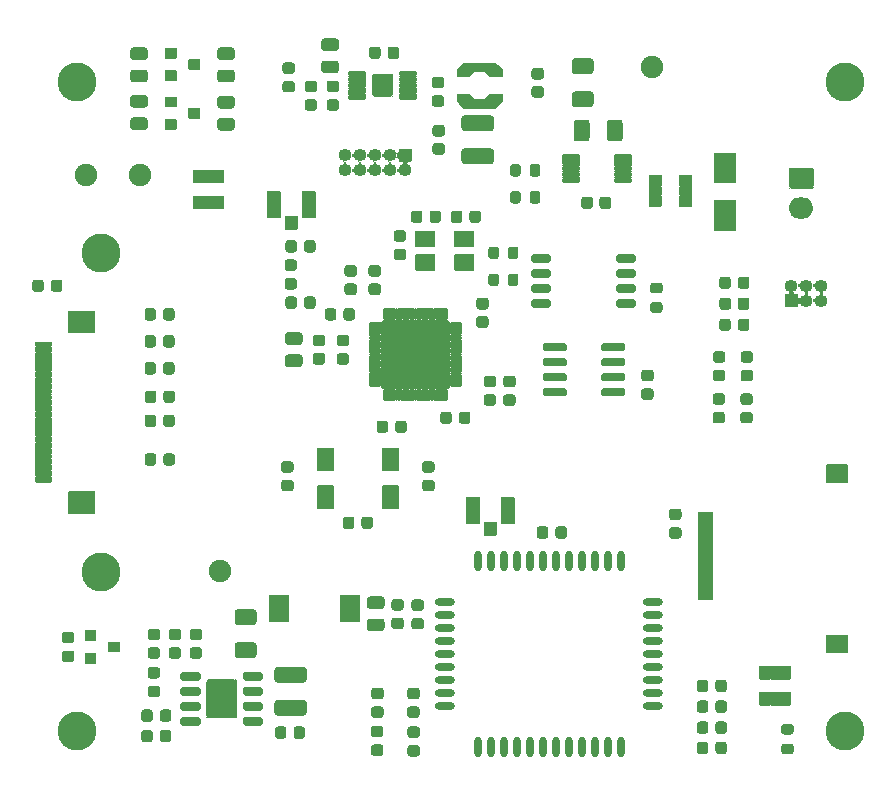
<source format=gbr>
G04 #@! TF.GenerationSoftware,KiCad,Pcbnew,5.1.9-73d0e3b20d~88~ubuntu20.04.1*
G04 #@! TF.CreationDate,2020-12-28T11:38:45+01:00*
G04 #@! TF.ProjectId,cam,63616d2e-6b69-4636-9164-5f7063625858,rev?*
G04 #@! TF.SameCoordinates,Original*
G04 #@! TF.FileFunction,Soldermask,Top*
G04 #@! TF.FilePolarity,Negative*
%FSLAX46Y46*%
G04 Gerber Fmt 4.6, Leading zero omitted, Abs format (unit mm)*
G04 Created by KiCad (PCBNEW 5.1.9-73d0e3b20d~88~ubuntu20.04.1) date 2020-12-28 11:38:45*
%MOMM*%
%LPD*%
G01*
G04 APERTURE LIST*
%ADD10C,0.010000*%
%ADD11O,1.102000X1.102000*%
%ADD12O,1.702000X0.702000*%
%ADD13O,0.702000X1.702000*%
%ADD14C,1.902000*%
%ADD15C,3.302000*%
%ADD16O,2.102000X1.802000*%
%ADD17C,0.100000*%
G04 APERTURE END LIST*
D10*
G36*
X137149600Y-55950300D02*
G01*
X137149600Y-56550300D01*
X138189600Y-56550300D01*
X138634100Y-56100300D01*
X139465100Y-56100300D01*
X139909600Y-56550300D01*
X140949600Y-56550300D01*
X140949600Y-55950300D01*
X140399600Y-55400300D01*
X137699600Y-55400300D01*
X137149600Y-55950300D01*
G37*
X137149600Y-55950300D02*
X137149600Y-56550300D01*
X138189600Y-56550300D01*
X138634100Y-56100300D01*
X139465100Y-56100300D01*
X139909600Y-56550300D01*
X140949600Y-56550300D01*
X140949600Y-55950300D01*
X140399600Y-55400300D01*
X137699600Y-55400300D01*
X137149600Y-55950300D01*
G36*
X137149600Y-58650300D02*
G01*
X137149600Y-58050300D01*
X138189600Y-58050300D01*
X138634100Y-58500300D01*
X139465100Y-58500300D01*
X139909600Y-58050300D01*
X140949600Y-58050300D01*
X140949600Y-58650300D01*
X140399600Y-59200300D01*
X137699600Y-59200300D01*
X137149600Y-58650300D01*
G37*
X137149600Y-58650300D02*
X137149600Y-58050300D01*
X138189600Y-58050300D01*
X138634100Y-58500300D01*
X139465100Y-58500300D01*
X139909600Y-58050300D01*
X140949600Y-58050300D01*
X140949600Y-58650300D01*
X140399600Y-59200300D01*
X137699600Y-59200300D01*
X137149600Y-58650300D01*
G36*
X137149600Y-55950300D02*
G01*
X137149600Y-56550300D01*
X138189600Y-56550300D01*
X138634100Y-56100300D01*
X139465100Y-56100300D01*
X139909600Y-56550300D01*
X140949600Y-56550300D01*
X140949600Y-55950300D01*
X140399600Y-55400300D01*
X137699600Y-55400300D01*
X137149600Y-55950300D01*
G37*
X137149600Y-55950300D02*
X137149600Y-56550300D01*
X138189600Y-56550300D01*
X138634100Y-56100300D01*
X139465100Y-56100300D01*
X139909600Y-56550300D01*
X140949600Y-56550300D01*
X140949600Y-55950300D01*
X140399600Y-55400300D01*
X137699600Y-55400300D01*
X137149600Y-55950300D01*
G36*
X137149600Y-58650300D02*
G01*
X137149600Y-58050300D01*
X138189600Y-58050300D01*
X138634100Y-58500300D01*
X139465100Y-58500300D01*
X139909600Y-58050300D01*
X140949600Y-58050300D01*
X140949600Y-58650300D01*
X140399600Y-59200300D01*
X137699600Y-59200300D01*
X137149600Y-58650300D01*
G37*
X137149600Y-58650300D02*
X137149600Y-58050300D01*
X138189600Y-58050300D01*
X138634100Y-58500300D01*
X139465100Y-58500300D01*
X139909600Y-58050300D01*
X140949600Y-58050300D01*
X140949600Y-58650300D01*
X140399600Y-59200300D01*
X137699600Y-59200300D01*
X137149600Y-58650300D01*
G36*
G01*
X145129800Y-75618100D02*
X145129800Y-75969100D01*
G75*
G02*
X144954300Y-76144600I-175500J0D01*
G01*
X143603300Y-76144600D01*
G75*
G02*
X143427800Y-75969100I0J175500D01*
G01*
X143427800Y-75618100D01*
G75*
G02*
X143603300Y-75442600I175500J0D01*
G01*
X144954300Y-75442600D01*
G75*
G02*
X145129800Y-75618100I0J-175500D01*
G01*
G37*
G36*
G01*
X145129800Y-74348100D02*
X145129800Y-74699100D01*
G75*
G02*
X144954300Y-74874600I-175500J0D01*
G01*
X143603300Y-74874600D01*
G75*
G02*
X143427800Y-74699100I0J175500D01*
G01*
X143427800Y-74348100D01*
G75*
G02*
X143603300Y-74172600I175500J0D01*
G01*
X144954300Y-74172600D01*
G75*
G02*
X145129800Y-74348100I0J-175500D01*
G01*
G37*
G36*
G01*
X145129800Y-73078100D02*
X145129800Y-73429100D01*
G75*
G02*
X144954300Y-73604600I-175500J0D01*
G01*
X143603300Y-73604600D01*
G75*
G02*
X143427800Y-73429100I0J175500D01*
G01*
X143427800Y-73078100D01*
G75*
G02*
X143603300Y-72902600I175500J0D01*
G01*
X144954300Y-72902600D01*
G75*
G02*
X145129800Y-73078100I0J-175500D01*
G01*
G37*
G36*
G01*
X145129800Y-71808100D02*
X145129800Y-72159100D01*
G75*
G02*
X144954300Y-72334600I-175500J0D01*
G01*
X143603300Y-72334600D01*
G75*
G02*
X143427800Y-72159100I0J175500D01*
G01*
X143427800Y-71808100D01*
G75*
G02*
X143603300Y-71632600I175500J0D01*
G01*
X144954300Y-71632600D01*
G75*
G02*
X145129800Y-71808100I0J-175500D01*
G01*
G37*
G36*
G01*
X152329800Y-71808100D02*
X152329800Y-72159100D01*
G75*
G02*
X152154300Y-72334600I-175500J0D01*
G01*
X150803300Y-72334600D01*
G75*
G02*
X150627800Y-72159100I0J175500D01*
G01*
X150627800Y-71808100D01*
G75*
G02*
X150803300Y-71632600I175500J0D01*
G01*
X152154300Y-71632600D01*
G75*
G02*
X152329800Y-71808100I0J-175500D01*
G01*
G37*
G36*
G01*
X152329800Y-73078100D02*
X152329800Y-73429100D01*
G75*
G02*
X152154300Y-73604600I-175500J0D01*
G01*
X150803300Y-73604600D01*
G75*
G02*
X150627800Y-73429100I0J175500D01*
G01*
X150627800Y-73078100D01*
G75*
G02*
X150803300Y-72902600I175500J0D01*
G01*
X152154300Y-72902600D01*
G75*
G02*
X152329800Y-73078100I0J-175500D01*
G01*
G37*
G36*
G01*
X152329800Y-74348100D02*
X152329800Y-74699100D01*
G75*
G02*
X152154300Y-74874600I-175500J0D01*
G01*
X150803300Y-74874600D01*
G75*
G02*
X150627800Y-74699100I0J175500D01*
G01*
X150627800Y-74348100D01*
G75*
G02*
X150803300Y-74172600I175500J0D01*
G01*
X152154300Y-74172600D01*
G75*
G02*
X152329800Y-74348100I0J-175500D01*
G01*
G37*
G36*
G01*
X152329800Y-75618100D02*
X152329800Y-75969100D01*
G75*
G02*
X152154300Y-76144600I-175500J0D01*
G01*
X150803300Y-76144600D01*
G75*
G02*
X150627800Y-75969100I0J175500D01*
G01*
X150627800Y-75618100D01*
G75*
G02*
X150803300Y-75442600I175500J0D01*
G01*
X152154300Y-75442600D01*
G75*
G02*
X152329800Y-75618100I0J-175500D01*
G01*
G37*
G36*
G01*
X146480600Y-83136500D02*
X146480600Y-83487500D01*
G75*
G02*
X146305100Y-83663000I-175500J0D01*
G01*
X144604100Y-83663000D01*
G75*
G02*
X144428600Y-83487500I0J175500D01*
G01*
X144428600Y-83136500D01*
G75*
G02*
X144604100Y-82961000I175500J0D01*
G01*
X146305100Y-82961000D01*
G75*
G02*
X146480600Y-83136500I0J-175500D01*
G01*
G37*
G36*
G01*
X146480600Y-81866500D02*
X146480600Y-82217500D01*
G75*
G02*
X146305100Y-82393000I-175500J0D01*
G01*
X144604100Y-82393000D01*
G75*
G02*
X144428600Y-82217500I0J175500D01*
G01*
X144428600Y-81866500D01*
G75*
G02*
X144604100Y-81691000I175500J0D01*
G01*
X146305100Y-81691000D01*
G75*
G02*
X146480600Y-81866500I0J-175500D01*
G01*
G37*
G36*
G01*
X146480600Y-80596500D02*
X146480600Y-80947500D01*
G75*
G02*
X146305100Y-81123000I-175500J0D01*
G01*
X144604100Y-81123000D01*
G75*
G02*
X144428600Y-80947500I0J175500D01*
G01*
X144428600Y-80596500D01*
G75*
G02*
X144604100Y-80421000I175500J0D01*
G01*
X146305100Y-80421000D01*
G75*
G02*
X146480600Y-80596500I0J-175500D01*
G01*
G37*
G36*
G01*
X146480600Y-79326500D02*
X146480600Y-79677500D01*
G75*
G02*
X146305100Y-79853000I-175500J0D01*
G01*
X144604100Y-79853000D01*
G75*
G02*
X144428600Y-79677500I0J175500D01*
G01*
X144428600Y-79326500D01*
G75*
G02*
X144604100Y-79151000I175500J0D01*
G01*
X146305100Y-79151000D01*
G75*
G02*
X146480600Y-79326500I0J-175500D01*
G01*
G37*
G36*
G01*
X151430600Y-79326500D02*
X151430600Y-79677500D01*
G75*
G02*
X151255100Y-79853000I-175500J0D01*
G01*
X149554100Y-79853000D01*
G75*
G02*
X149378600Y-79677500I0J175500D01*
G01*
X149378600Y-79326500D01*
G75*
G02*
X149554100Y-79151000I175500J0D01*
G01*
X151255100Y-79151000D01*
G75*
G02*
X151430600Y-79326500I0J-175500D01*
G01*
G37*
G36*
G01*
X151430600Y-80596500D02*
X151430600Y-80947500D01*
G75*
G02*
X151255100Y-81123000I-175500J0D01*
G01*
X149554100Y-81123000D01*
G75*
G02*
X149378600Y-80947500I0J175500D01*
G01*
X149378600Y-80596500D01*
G75*
G02*
X149554100Y-80421000I175500J0D01*
G01*
X151255100Y-80421000D01*
G75*
G02*
X151430600Y-80596500I0J-175500D01*
G01*
G37*
G36*
G01*
X151430600Y-81866500D02*
X151430600Y-82217500D01*
G75*
G02*
X151255100Y-82393000I-175500J0D01*
G01*
X149554100Y-82393000D01*
G75*
G02*
X149378600Y-82217500I0J175500D01*
G01*
X149378600Y-81866500D01*
G75*
G02*
X149554100Y-81691000I175500J0D01*
G01*
X151255100Y-81691000D01*
G75*
G02*
X151430600Y-81866500I0J-175500D01*
G01*
G37*
G36*
G01*
X151430600Y-83136500D02*
X151430600Y-83487500D01*
G75*
G02*
X151255100Y-83663000I-175500J0D01*
G01*
X149554100Y-83663000D01*
G75*
G02*
X149378600Y-83487500I0J175500D01*
G01*
X149378600Y-83136500D01*
G75*
G02*
X149554100Y-82961000I175500J0D01*
G01*
X151255100Y-82961000D01*
G75*
G02*
X151430600Y-83136500I0J-175500D01*
G01*
G37*
G36*
G01*
X161401950Y-84969900D02*
X161965450Y-84969900D01*
G75*
G02*
X162209700Y-85214150I0J-244250D01*
G01*
X162209700Y-85702650D01*
G75*
G02*
X161965450Y-85946900I-244250J0D01*
G01*
X161401950Y-85946900D01*
G75*
G02*
X161157700Y-85702650I0J244250D01*
G01*
X161157700Y-85214150D01*
G75*
G02*
X161401950Y-84969900I244250J0D01*
G01*
G37*
G36*
G01*
X161401950Y-83394900D02*
X161965450Y-83394900D01*
G75*
G02*
X162209700Y-83639150I0J-244250D01*
G01*
X162209700Y-84127650D01*
G75*
G02*
X161965450Y-84371900I-244250J0D01*
G01*
X161401950Y-84371900D01*
G75*
G02*
X161157700Y-84127650I0J244250D01*
G01*
X161157700Y-83639150D01*
G75*
G02*
X161401950Y-83394900I244250J0D01*
G01*
G37*
G36*
G01*
X159615950Y-84371900D02*
X159052450Y-84371900D01*
G75*
G02*
X158808200Y-84127650I0J244250D01*
G01*
X158808200Y-83639150D01*
G75*
G02*
X159052450Y-83394900I244250J0D01*
G01*
X159615950Y-83394900D01*
G75*
G02*
X159860200Y-83639150I0J-244250D01*
G01*
X159860200Y-84127650D01*
G75*
G02*
X159615950Y-84371900I-244250J0D01*
G01*
G37*
G36*
G01*
X159615950Y-85946900D02*
X159052450Y-85946900D01*
G75*
G02*
X158808200Y-85702650I0J244250D01*
G01*
X158808200Y-85214150D01*
G75*
G02*
X159052450Y-84969900I244250J0D01*
G01*
X159615950Y-84969900D01*
G75*
G02*
X159860200Y-85214150I0J-244250D01*
G01*
X159860200Y-85702650D01*
G75*
G02*
X159615950Y-85946900I-244250J0D01*
G01*
G37*
G36*
G01*
X125317000Y-89953900D02*
X125317000Y-88053900D01*
G75*
G02*
X125368000Y-88002900I51000J0D01*
G01*
X126668000Y-88002900D01*
G75*
G02*
X126719000Y-88053900I0J-51000D01*
G01*
X126719000Y-89953900D01*
G75*
G02*
X126668000Y-90004900I-51000J0D01*
G01*
X125368000Y-90004900D01*
G75*
G02*
X125317000Y-89953900I0J51000D01*
G01*
G37*
G36*
G01*
X130817000Y-89953900D02*
X130817000Y-88053900D01*
G75*
G02*
X130868000Y-88002900I51000J0D01*
G01*
X132168000Y-88002900D01*
G75*
G02*
X132219000Y-88053900I0J-51000D01*
G01*
X132219000Y-89953900D01*
G75*
G02*
X132168000Y-90004900I-51000J0D01*
G01*
X130868000Y-90004900D01*
G75*
G02*
X130817000Y-89953900I0J51000D01*
G01*
G37*
G36*
G01*
X130817000Y-93153900D02*
X130817000Y-91253900D01*
G75*
G02*
X130868000Y-91202900I51000J0D01*
G01*
X132168000Y-91202900D01*
G75*
G02*
X132219000Y-91253900I0J-51000D01*
G01*
X132219000Y-93153900D01*
G75*
G02*
X132168000Y-93204900I-51000J0D01*
G01*
X130868000Y-93204900D01*
G75*
G02*
X130817000Y-93153900I0J51000D01*
G01*
G37*
G36*
G01*
X125317000Y-93153900D02*
X125317000Y-91253900D01*
G75*
G02*
X125368000Y-91202900I51000J0D01*
G01*
X126668000Y-91202900D01*
G75*
G02*
X126719000Y-91253900I0J-51000D01*
G01*
X126719000Y-93153900D01*
G75*
G02*
X126668000Y-93204900I-51000J0D01*
G01*
X125368000Y-93204900D01*
G75*
G02*
X125317000Y-93153900I0J51000D01*
G01*
G37*
G36*
G01*
X102800000Y-79451000D02*
X101500000Y-79451000D01*
G75*
G02*
X101449000Y-79400000I0J51000D01*
G01*
X101449000Y-79100000D01*
G75*
G02*
X101500000Y-79049000I51000J0D01*
G01*
X102800000Y-79049000D01*
G75*
G02*
X102851000Y-79100000I0J-51000D01*
G01*
X102851000Y-79400000D01*
G75*
G02*
X102800000Y-79451000I-51000J0D01*
G01*
G37*
G36*
G01*
X102800000Y-79951000D02*
X101500000Y-79951000D01*
G75*
G02*
X101449000Y-79900000I0J51000D01*
G01*
X101449000Y-79600000D01*
G75*
G02*
X101500000Y-79549000I51000J0D01*
G01*
X102800000Y-79549000D01*
G75*
G02*
X102851000Y-79600000I0J-51000D01*
G01*
X102851000Y-79900000D01*
G75*
G02*
X102800000Y-79951000I-51000J0D01*
G01*
G37*
G36*
G01*
X102800000Y-80451000D02*
X101500000Y-80451000D01*
G75*
G02*
X101449000Y-80400000I0J51000D01*
G01*
X101449000Y-80100000D01*
G75*
G02*
X101500000Y-80049000I51000J0D01*
G01*
X102800000Y-80049000D01*
G75*
G02*
X102851000Y-80100000I0J-51000D01*
G01*
X102851000Y-80400000D01*
G75*
G02*
X102800000Y-80451000I-51000J0D01*
G01*
G37*
G36*
G01*
X102800000Y-80951000D02*
X101500000Y-80951000D01*
G75*
G02*
X101449000Y-80900000I0J51000D01*
G01*
X101449000Y-80600000D01*
G75*
G02*
X101500000Y-80549000I51000J0D01*
G01*
X102800000Y-80549000D01*
G75*
G02*
X102851000Y-80600000I0J-51000D01*
G01*
X102851000Y-80900000D01*
G75*
G02*
X102800000Y-80951000I-51000J0D01*
G01*
G37*
G36*
G01*
X102800000Y-81451000D02*
X101500000Y-81451000D01*
G75*
G02*
X101449000Y-81400000I0J51000D01*
G01*
X101449000Y-81100000D01*
G75*
G02*
X101500000Y-81049000I51000J0D01*
G01*
X102800000Y-81049000D01*
G75*
G02*
X102851000Y-81100000I0J-51000D01*
G01*
X102851000Y-81400000D01*
G75*
G02*
X102800000Y-81451000I-51000J0D01*
G01*
G37*
G36*
G01*
X102800000Y-81951000D02*
X101500000Y-81951000D01*
G75*
G02*
X101449000Y-81900000I0J51000D01*
G01*
X101449000Y-81600000D01*
G75*
G02*
X101500000Y-81549000I51000J0D01*
G01*
X102800000Y-81549000D01*
G75*
G02*
X102851000Y-81600000I0J-51000D01*
G01*
X102851000Y-81900000D01*
G75*
G02*
X102800000Y-81951000I-51000J0D01*
G01*
G37*
G36*
G01*
X102800000Y-82451000D02*
X101500000Y-82451000D01*
G75*
G02*
X101449000Y-82400000I0J51000D01*
G01*
X101449000Y-82100000D01*
G75*
G02*
X101500000Y-82049000I51000J0D01*
G01*
X102800000Y-82049000D01*
G75*
G02*
X102851000Y-82100000I0J-51000D01*
G01*
X102851000Y-82400000D01*
G75*
G02*
X102800000Y-82451000I-51000J0D01*
G01*
G37*
G36*
G01*
X102800000Y-82951000D02*
X101500000Y-82951000D01*
G75*
G02*
X101449000Y-82900000I0J51000D01*
G01*
X101449000Y-82600000D01*
G75*
G02*
X101500000Y-82549000I51000J0D01*
G01*
X102800000Y-82549000D01*
G75*
G02*
X102851000Y-82600000I0J-51000D01*
G01*
X102851000Y-82900000D01*
G75*
G02*
X102800000Y-82951000I-51000J0D01*
G01*
G37*
G36*
G01*
X102800000Y-83451000D02*
X101500000Y-83451000D01*
G75*
G02*
X101449000Y-83400000I0J51000D01*
G01*
X101449000Y-83100000D01*
G75*
G02*
X101500000Y-83049000I51000J0D01*
G01*
X102800000Y-83049000D01*
G75*
G02*
X102851000Y-83100000I0J-51000D01*
G01*
X102851000Y-83400000D01*
G75*
G02*
X102800000Y-83451000I-51000J0D01*
G01*
G37*
G36*
G01*
X102800000Y-83951000D02*
X101500000Y-83951000D01*
G75*
G02*
X101449000Y-83900000I0J51000D01*
G01*
X101449000Y-83600000D01*
G75*
G02*
X101500000Y-83549000I51000J0D01*
G01*
X102800000Y-83549000D01*
G75*
G02*
X102851000Y-83600000I0J-51000D01*
G01*
X102851000Y-83900000D01*
G75*
G02*
X102800000Y-83951000I-51000J0D01*
G01*
G37*
G36*
G01*
X102800000Y-84451000D02*
X101500000Y-84451000D01*
G75*
G02*
X101449000Y-84400000I0J51000D01*
G01*
X101449000Y-84100000D01*
G75*
G02*
X101500000Y-84049000I51000J0D01*
G01*
X102800000Y-84049000D01*
G75*
G02*
X102851000Y-84100000I0J-51000D01*
G01*
X102851000Y-84400000D01*
G75*
G02*
X102800000Y-84451000I-51000J0D01*
G01*
G37*
G36*
G01*
X102800000Y-84951000D02*
X101500000Y-84951000D01*
G75*
G02*
X101449000Y-84900000I0J51000D01*
G01*
X101449000Y-84600000D01*
G75*
G02*
X101500000Y-84549000I51000J0D01*
G01*
X102800000Y-84549000D01*
G75*
G02*
X102851000Y-84600000I0J-51000D01*
G01*
X102851000Y-84900000D01*
G75*
G02*
X102800000Y-84951000I-51000J0D01*
G01*
G37*
G36*
G01*
X102800000Y-85451000D02*
X101500000Y-85451000D01*
G75*
G02*
X101449000Y-85400000I0J51000D01*
G01*
X101449000Y-85100000D01*
G75*
G02*
X101500000Y-85049000I51000J0D01*
G01*
X102800000Y-85049000D01*
G75*
G02*
X102851000Y-85100000I0J-51000D01*
G01*
X102851000Y-85400000D01*
G75*
G02*
X102800000Y-85451000I-51000J0D01*
G01*
G37*
G36*
G01*
X102800000Y-85951000D02*
X101500000Y-85951000D01*
G75*
G02*
X101449000Y-85900000I0J51000D01*
G01*
X101449000Y-85600000D01*
G75*
G02*
X101500000Y-85549000I51000J0D01*
G01*
X102800000Y-85549000D01*
G75*
G02*
X102851000Y-85600000I0J-51000D01*
G01*
X102851000Y-85900000D01*
G75*
G02*
X102800000Y-85951000I-51000J0D01*
G01*
G37*
G36*
G01*
X102800000Y-86451000D02*
X101500000Y-86451000D01*
G75*
G02*
X101449000Y-86400000I0J51000D01*
G01*
X101449000Y-86100000D01*
G75*
G02*
X101500000Y-86049000I51000J0D01*
G01*
X102800000Y-86049000D01*
G75*
G02*
X102851000Y-86100000I0J-51000D01*
G01*
X102851000Y-86400000D01*
G75*
G02*
X102800000Y-86451000I-51000J0D01*
G01*
G37*
G36*
G01*
X102800000Y-86951000D02*
X101500000Y-86951000D01*
G75*
G02*
X101449000Y-86900000I0J51000D01*
G01*
X101449000Y-86600000D01*
G75*
G02*
X101500000Y-86549000I51000J0D01*
G01*
X102800000Y-86549000D01*
G75*
G02*
X102851000Y-86600000I0J-51000D01*
G01*
X102851000Y-86900000D01*
G75*
G02*
X102800000Y-86951000I-51000J0D01*
G01*
G37*
G36*
G01*
X102800000Y-87451000D02*
X101500000Y-87451000D01*
G75*
G02*
X101449000Y-87400000I0J51000D01*
G01*
X101449000Y-87100000D01*
G75*
G02*
X101500000Y-87049000I51000J0D01*
G01*
X102800000Y-87049000D01*
G75*
G02*
X102851000Y-87100000I0J-51000D01*
G01*
X102851000Y-87400000D01*
G75*
G02*
X102800000Y-87451000I-51000J0D01*
G01*
G37*
G36*
G01*
X102800000Y-87951000D02*
X101500000Y-87951000D01*
G75*
G02*
X101449000Y-87900000I0J51000D01*
G01*
X101449000Y-87600000D01*
G75*
G02*
X101500000Y-87549000I51000J0D01*
G01*
X102800000Y-87549000D01*
G75*
G02*
X102851000Y-87600000I0J-51000D01*
G01*
X102851000Y-87900000D01*
G75*
G02*
X102800000Y-87951000I-51000J0D01*
G01*
G37*
G36*
G01*
X102800000Y-88451000D02*
X101500000Y-88451000D01*
G75*
G02*
X101449000Y-88400000I0J51000D01*
G01*
X101449000Y-88100000D01*
G75*
G02*
X101500000Y-88049000I51000J0D01*
G01*
X102800000Y-88049000D01*
G75*
G02*
X102851000Y-88100000I0J-51000D01*
G01*
X102851000Y-88400000D01*
G75*
G02*
X102800000Y-88451000I-51000J0D01*
G01*
G37*
G36*
G01*
X102800000Y-88951000D02*
X101500000Y-88951000D01*
G75*
G02*
X101449000Y-88900000I0J51000D01*
G01*
X101449000Y-88600000D01*
G75*
G02*
X101500000Y-88549000I51000J0D01*
G01*
X102800000Y-88549000D01*
G75*
G02*
X102851000Y-88600000I0J-51000D01*
G01*
X102851000Y-88900000D01*
G75*
G02*
X102800000Y-88951000I-51000J0D01*
G01*
G37*
G36*
G01*
X102800000Y-89451000D02*
X101500000Y-89451000D01*
G75*
G02*
X101449000Y-89400000I0J51000D01*
G01*
X101449000Y-89100000D01*
G75*
G02*
X101500000Y-89049000I51000J0D01*
G01*
X102800000Y-89049000D01*
G75*
G02*
X102851000Y-89100000I0J-51000D01*
G01*
X102851000Y-89400000D01*
G75*
G02*
X102800000Y-89451000I-51000J0D01*
G01*
G37*
G36*
G01*
X102800000Y-89951000D02*
X101500000Y-89951000D01*
G75*
G02*
X101449000Y-89900000I0J51000D01*
G01*
X101449000Y-89600000D01*
G75*
G02*
X101500000Y-89549000I51000J0D01*
G01*
X102800000Y-89549000D01*
G75*
G02*
X102851000Y-89600000I0J-51000D01*
G01*
X102851000Y-89900000D01*
G75*
G02*
X102800000Y-89951000I-51000J0D01*
G01*
G37*
G36*
G01*
X102800000Y-90451000D02*
X101500000Y-90451000D01*
G75*
G02*
X101449000Y-90400000I0J51000D01*
G01*
X101449000Y-90100000D01*
G75*
G02*
X101500000Y-90049000I51000J0D01*
G01*
X102800000Y-90049000D01*
G75*
G02*
X102851000Y-90100000I0J-51000D01*
G01*
X102851000Y-90400000D01*
G75*
G02*
X102800000Y-90451000I-51000J0D01*
G01*
G37*
G36*
G01*
X102800000Y-90951000D02*
X101500000Y-90951000D01*
G75*
G02*
X101449000Y-90900000I0J51000D01*
G01*
X101449000Y-90600000D01*
G75*
G02*
X101500000Y-90549000I51000J0D01*
G01*
X102800000Y-90549000D01*
G75*
G02*
X102851000Y-90600000I0J-51000D01*
G01*
X102851000Y-90900000D01*
G75*
G02*
X102800000Y-90951000I-51000J0D01*
G01*
G37*
G36*
G01*
X106500000Y-93601000D02*
X104300000Y-93601000D01*
G75*
G02*
X104249000Y-93550000I0J51000D01*
G01*
X104249000Y-91750000D01*
G75*
G02*
X104300000Y-91699000I51000J0D01*
G01*
X106500000Y-91699000D01*
G75*
G02*
X106551000Y-91750000I0J-51000D01*
G01*
X106551000Y-93550000D01*
G75*
G02*
X106500000Y-93601000I-51000J0D01*
G01*
G37*
G36*
G01*
X106500000Y-78301000D02*
X104300000Y-78301000D01*
G75*
G02*
X104249000Y-78250000I0J51000D01*
G01*
X104249000Y-76450000D01*
G75*
G02*
X104300000Y-76399000I51000J0D01*
G01*
X106500000Y-76399000D01*
G75*
G02*
X106551000Y-76450000I0J-51000D01*
G01*
X106551000Y-78250000D01*
G75*
G02*
X106500000Y-78301000I-51000J0D01*
G01*
G37*
G36*
G01*
X160929000Y-76094500D02*
X160929000Y-75543500D01*
G75*
G02*
X161179500Y-75293000I250500J0D01*
G01*
X161680500Y-75293000D01*
G75*
G02*
X161931000Y-75543500I0J-250500D01*
G01*
X161931000Y-76094500D01*
G75*
G02*
X161680500Y-76345000I-250500J0D01*
G01*
X161179500Y-76345000D01*
G75*
G02*
X160929000Y-76094500I0J250500D01*
G01*
G37*
G36*
G01*
X159379000Y-76094500D02*
X159379000Y-75543500D01*
G75*
G02*
X159629500Y-75293000I250500J0D01*
G01*
X160130500Y-75293000D01*
G75*
G02*
X160381000Y-75543500I0J-250500D01*
G01*
X160381000Y-76094500D01*
G75*
G02*
X160130500Y-76345000I-250500J0D01*
G01*
X159629500Y-76345000D01*
G75*
G02*
X159379000Y-76094500I0J250500D01*
G01*
G37*
D11*
X127698500Y-64516000D03*
X127698500Y-63246000D03*
X128968500Y-64516000D03*
X128968500Y-63246000D03*
X130238500Y-64516000D03*
X130238500Y-63246000D03*
X131508500Y-64516000D03*
X131508500Y-63246000D03*
X132778500Y-64516000D03*
G36*
G01*
X132278500Y-62695000D02*
X133278500Y-62695000D01*
G75*
G02*
X133329500Y-62746000I0J-51000D01*
G01*
X133329500Y-63746000D01*
G75*
G02*
X133278500Y-63797000I-51000J0D01*
G01*
X132278500Y-63797000D01*
G75*
G02*
X132227500Y-63746000I0J51000D01*
G01*
X132227500Y-62746000D01*
G75*
G02*
X132278500Y-62695000I51000J0D01*
G01*
G37*
X168021000Y-74295000D03*
X168021000Y-75565000D03*
X166751000Y-74295000D03*
X166751000Y-75565000D03*
X165481000Y-74295000D03*
G36*
G01*
X165981000Y-76116000D02*
X164981000Y-76116000D01*
G75*
G02*
X164930000Y-76065000I0J51000D01*
G01*
X164930000Y-75065000D01*
G75*
G02*
X164981000Y-75014000I51000J0D01*
G01*
X165981000Y-75014000D01*
G75*
G02*
X166032000Y-75065000I0J-51000D01*
G01*
X166032000Y-76065000D01*
G75*
G02*
X165981000Y-76116000I-51000J0D01*
G01*
G37*
G36*
G01*
X130803800Y-82911600D02*
X130803800Y-77311600D01*
G75*
G02*
X130854800Y-77260600I51000J0D01*
G01*
X136454800Y-77260600D01*
G75*
G02*
X136505800Y-77311600I0J-51000D01*
G01*
X136505800Y-82911600D01*
G75*
G02*
X136454800Y-82962600I-51000J0D01*
G01*
X130854800Y-82962600D01*
G75*
G02*
X130803800Y-82911600I0J51000D01*
G01*
G37*
G36*
G01*
X130903800Y-77087100D02*
X130903800Y-76261100D01*
G75*
G02*
X130979300Y-76185600I75500J0D01*
G01*
X131130300Y-76185600D01*
G75*
G02*
X131205800Y-76261100I0J-75500D01*
G01*
X131205800Y-77087100D01*
G75*
G02*
X131130300Y-77162600I-75500J0D01*
G01*
X130979300Y-77162600D01*
G75*
G02*
X130903800Y-77087100I0J75500D01*
G01*
G37*
G36*
G01*
X131303800Y-77087100D02*
X131303800Y-76261100D01*
G75*
G02*
X131379300Y-76185600I75500J0D01*
G01*
X131530300Y-76185600D01*
G75*
G02*
X131605800Y-76261100I0J-75500D01*
G01*
X131605800Y-77087100D01*
G75*
G02*
X131530300Y-77162600I-75500J0D01*
G01*
X131379300Y-77162600D01*
G75*
G02*
X131303800Y-77087100I0J75500D01*
G01*
G37*
G36*
G01*
X131703800Y-77087100D02*
X131703800Y-76261100D01*
G75*
G02*
X131779300Y-76185600I75500J0D01*
G01*
X131930300Y-76185600D01*
G75*
G02*
X132005800Y-76261100I0J-75500D01*
G01*
X132005800Y-77087100D01*
G75*
G02*
X131930300Y-77162600I-75500J0D01*
G01*
X131779300Y-77162600D01*
G75*
G02*
X131703800Y-77087100I0J75500D01*
G01*
G37*
G36*
G01*
X132103800Y-77087100D02*
X132103800Y-76261100D01*
G75*
G02*
X132179300Y-76185600I75500J0D01*
G01*
X132330300Y-76185600D01*
G75*
G02*
X132405800Y-76261100I0J-75500D01*
G01*
X132405800Y-77087100D01*
G75*
G02*
X132330300Y-77162600I-75500J0D01*
G01*
X132179300Y-77162600D01*
G75*
G02*
X132103800Y-77087100I0J75500D01*
G01*
G37*
G36*
G01*
X132503800Y-77087100D02*
X132503800Y-76261100D01*
G75*
G02*
X132579300Y-76185600I75500J0D01*
G01*
X132730300Y-76185600D01*
G75*
G02*
X132805800Y-76261100I0J-75500D01*
G01*
X132805800Y-77087100D01*
G75*
G02*
X132730300Y-77162600I-75500J0D01*
G01*
X132579300Y-77162600D01*
G75*
G02*
X132503800Y-77087100I0J75500D01*
G01*
G37*
G36*
G01*
X132903800Y-77087100D02*
X132903800Y-76261100D01*
G75*
G02*
X132979300Y-76185600I75500J0D01*
G01*
X133130300Y-76185600D01*
G75*
G02*
X133205800Y-76261100I0J-75500D01*
G01*
X133205800Y-77087100D01*
G75*
G02*
X133130300Y-77162600I-75500J0D01*
G01*
X132979300Y-77162600D01*
G75*
G02*
X132903800Y-77087100I0J75500D01*
G01*
G37*
G36*
G01*
X133303800Y-77087100D02*
X133303800Y-76261100D01*
G75*
G02*
X133379300Y-76185600I75500J0D01*
G01*
X133530300Y-76185600D01*
G75*
G02*
X133605800Y-76261100I0J-75500D01*
G01*
X133605800Y-77087100D01*
G75*
G02*
X133530300Y-77162600I-75500J0D01*
G01*
X133379300Y-77162600D01*
G75*
G02*
X133303800Y-77087100I0J75500D01*
G01*
G37*
G36*
G01*
X133703800Y-77087100D02*
X133703800Y-76261100D01*
G75*
G02*
X133779300Y-76185600I75500J0D01*
G01*
X133930300Y-76185600D01*
G75*
G02*
X134005800Y-76261100I0J-75500D01*
G01*
X134005800Y-77087100D01*
G75*
G02*
X133930300Y-77162600I-75500J0D01*
G01*
X133779300Y-77162600D01*
G75*
G02*
X133703800Y-77087100I0J75500D01*
G01*
G37*
G36*
G01*
X134103800Y-77087100D02*
X134103800Y-76261100D01*
G75*
G02*
X134179300Y-76185600I75500J0D01*
G01*
X134330300Y-76185600D01*
G75*
G02*
X134405800Y-76261100I0J-75500D01*
G01*
X134405800Y-77087100D01*
G75*
G02*
X134330300Y-77162600I-75500J0D01*
G01*
X134179300Y-77162600D01*
G75*
G02*
X134103800Y-77087100I0J75500D01*
G01*
G37*
G36*
G01*
X134503800Y-77087100D02*
X134503800Y-76261100D01*
G75*
G02*
X134579300Y-76185600I75500J0D01*
G01*
X134730300Y-76185600D01*
G75*
G02*
X134805800Y-76261100I0J-75500D01*
G01*
X134805800Y-77087100D01*
G75*
G02*
X134730300Y-77162600I-75500J0D01*
G01*
X134579300Y-77162600D01*
G75*
G02*
X134503800Y-77087100I0J75500D01*
G01*
G37*
G36*
G01*
X134903800Y-77087100D02*
X134903800Y-76261100D01*
G75*
G02*
X134979300Y-76185600I75500J0D01*
G01*
X135130300Y-76185600D01*
G75*
G02*
X135205800Y-76261100I0J-75500D01*
G01*
X135205800Y-77087100D01*
G75*
G02*
X135130300Y-77162600I-75500J0D01*
G01*
X134979300Y-77162600D01*
G75*
G02*
X134903800Y-77087100I0J75500D01*
G01*
G37*
G36*
G01*
X135303800Y-77087100D02*
X135303800Y-76261100D01*
G75*
G02*
X135379300Y-76185600I75500J0D01*
G01*
X135530300Y-76185600D01*
G75*
G02*
X135605800Y-76261100I0J-75500D01*
G01*
X135605800Y-77087100D01*
G75*
G02*
X135530300Y-77162600I-75500J0D01*
G01*
X135379300Y-77162600D01*
G75*
G02*
X135303800Y-77087100I0J75500D01*
G01*
G37*
G36*
G01*
X135703800Y-77087100D02*
X135703800Y-76261100D01*
G75*
G02*
X135779300Y-76185600I75500J0D01*
G01*
X135930300Y-76185600D01*
G75*
G02*
X136005800Y-76261100I0J-75500D01*
G01*
X136005800Y-77087100D01*
G75*
G02*
X135930300Y-77162600I-75500J0D01*
G01*
X135779300Y-77162600D01*
G75*
G02*
X135703800Y-77087100I0J75500D01*
G01*
G37*
G36*
G01*
X136103800Y-77087100D02*
X136103800Y-76261100D01*
G75*
G02*
X136179300Y-76185600I75500J0D01*
G01*
X136330300Y-76185600D01*
G75*
G02*
X136405800Y-76261100I0J-75500D01*
G01*
X136405800Y-77087100D01*
G75*
G02*
X136330300Y-77162600I-75500J0D01*
G01*
X136179300Y-77162600D01*
G75*
G02*
X136103800Y-77087100I0J75500D01*
G01*
G37*
G36*
G01*
X136603800Y-77587100D02*
X136603800Y-77436100D01*
G75*
G02*
X136679300Y-77360600I75500J0D01*
G01*
X137505300Y-77360600D01*
G75*
G02*
X137580800Y-77436100I0J-75500D01*
G01*
X137580800Y-77587100D01*
G75*
G02*
X137505300Y-77662600I-75500J0D01*
G01*
X136679300Y-77662600D01*
G75*
G02*
X136603800Y-77587100I0J75500D01*
G01*
G37*
G36*
G01*
X136603800Y-77987100D02*
X136603800Y-77836100D01*
G75*
G02*
X136679300Y-77760600I75500J0D01*
G01*
X137505300Y-77760600D01*
G75*
G02*
X137580800Y-77836100I0J-75500D01*
G01*
X137580800Y-77987100D01*
G75*
G02*
X137505300Y-78062600I-75500J0D01*
G01*
X136679300Y-78062600D01*
G75*
G02*
X136603800Y-77987100I0J75500D01*
G01*
G37*
G36*
G01*
X136603800Y-78387100D02*
X136603800Y-78236100D01*
G75*
G02*
X136679300Y-78160600I75500J0D01*
G01*
X137505300Y-78160600D01*
G75*
G02*
X137580800Y-78236100I0J-75500D01*
G01*
X137580800Y-78387100D01*
G75*
G02*
X137505300Y-78462600I-75500J0D01*
G01*
X136679300Y-78462600D01*
G75*
G02*
X136603800Y-78387100I0J75500D01*
G01*
G37*
G36*
G01*
X136603800Y-78787100D02*
X136603800Y-78636100D01*
G75*
G02*
X136679300Y-78560600I75500J0D01*
G01*
X137505300Y-78560600D01*
G75*
G02*
X137580800Y-78636100I0J-75500D01*
G01*
X137580800Y-78787100D01*
G75*
G02*
X137505300Y-78862600I-75500J0D01*
G01*
X136679300Y-78862600D01*
G75*
G02*
X136603800Y-78787100I0J75500D01*
G01*
G37*
G36*
G01*
X136603800Y-79187100D02*
X136603800Y-79036100D01*
G75*
G02*
X136679300Y-78960600I75500J0D01*
G01*
X137505300Y-78960600D01*
G75*
G02*
X137580800Y-79036100I0J-75500D01*
G01*
X137580800Y-79187100D01*
G75*
G02*
X137505300Y-79262600I-75500J0D01*
G01*
X136679300Y-79262600D01*
G75*
G02*
X136603800Y-79187100I0J75500D01*
G01*
G37*
G36*
G01*
X136603800Y-79587100D02*
X136603800Y-79436100D01*
G75*
G02*
X136679300Y-79360600I75500J0D01*
G01*
X137505300Y-79360600D01*
G75*
G02*
X137580800Y-79436100I0J-75500D01*
G01*
X137580800Y-79587100D01*
G75*
G02*
X137505300Y-79662600I-75500J0D01*
G01*
X136679300Y-79662600D01*
G75*
G02*
X136603800Y-79587100I0J75500D01*
G01*
G37*
G36*
G01*
X136603800Y-79987100D02*
X136603800Y-79836100D01*
G75*
G02*
X136679300Y-79760600I75500J0D01*
G01*
X137505300Y-79760600D01*
G75*
G02*
X137580800Y-79836100I0J-75500D01*
G01*
X137580800Y-79987100D01*
G75*
G02*
X137505300Y-80062600I-75500J0D01*
G01*
X136679300Y-80062600D01*
G75*
G02*
X136603800Y-79987100I0J75500D01*
G01*
G37*
G36*
G01*
X136603800Y-80387100D02*
X136603800Y-80236100D01*
G75*
G02*
X136679300Y-80160600I75500J0D01*
G01*
X137505300Y-80160600D01*
G75*
G02*
X137580800Y-80236100I0J-75500D01*
G01*
X137580800Y-80387100D01*
G75*
G02*
X137505300Y-80462600I-75500J0D01*
G01*
X136679300Y-80462600D01*
G75*
G02*
X136603800Y-80387100I0J75500D01*
G01*
G37*
G36*
G01*
X136603800Y-80787100D02*
X136603800Y-80636100D01*
G75*
G02*
X136679300Y-80560600I75500J0D01*
G01*
X137505300Y-80560600D01*
G75*
G02*
X137580800Y-80636100I0J-75500D01*
G01*
X137580800Y-80787100D01*
G75*
G02*
X137505300Y-80862600I-75500J0D01*
G01*
X136679300Y-80862600D01*
G75*
G02*
X136603800Y-80787100I0J75500D01*
G01*
G37*
G36*
G01*
X136603800Y-81187100D02*
X136603800Y-81036100D01*
G75*
G02*
X136679300Y-80960600I75500J0D01*
G01*
X137505300Y-80960600D01*
G75*
G02*
X137580800Y-81036100I0J-75500D01*
G01*
X137580800Y-81187100D01*
G75*
G02*
X137505300Y-81262600I-75500J0D01*
G01*
X136679300Y-81262600D01*
G75*
G02*
X136603800Y-81187100I0J75500D01*
G01*
G37*
G36*
G01*
X136603800Y-81587100D02*
X136603800Y-81436100D01*
G75*
G02*
X136679300Y-81360600I75500J0D01*
G01*
X137505300Y-81360600D01*
G75*
G02*
X137580800Y-81436100I0J-75500D01*
G01*
X137580800Y-81587100D01*
G75*
G02*
X137505300Y-81662600I-75500J0D01*
G01*
X136679300Y-81662600D01*
G75*
G02*
X136603800Y-81587100I0J75500D01*
G01*
G37*
G36*
G01*
X136603800Y-81987100D02*
X136603800Y-81836100D01*
G75*
G02*
X136679300Y-81760600I75500J0D01*
G01*
X137505300Y-81760600D01*
G75*
G02*
X137580800Y-81836100I0J-75500D01*
G01*
X137580800Y-81987100D01*
G75*
G02*
X137505300Y-82062600I-75500J0D01*
G01*
X136679300Y-82062600D01*
G75*
G02*
X136603800Y-81987100I0J75500D01*
G01*
G37*
G36*
G01*
X136603800Y-82387100D02*
X136603800Y-82236100D01*
G75*
G02*
X136679300Y-82160600I75500J0D01*
G01*
X137505300Y-82160600D01*
G75*
G02*
X137580800Y-82236100I0J-75500D01*
G01*
X137580800Y-82387100D01*
G75*
G02*
X137505300Y-82462600I-75500J0D01*
G01*
X136679300Y-82462600D01*
G75*
G02*
X136603800Y-82387100I0J75500D01*
G01*
G37*
G36*
G01*
X136603800Y-82787100D02*
X136603800Y-82636100D01*
G75*
G02*
X136679300Y-82560600I75500J0D01*
G01*
X137505300Y-82560600D01*
G75*
G02*
X137580800Y-82636100I0J-75500D01*
G01*
X137580800Y-82787100D01*
G75*
G02*
X137505300Y-82862600I-75500J0D01*
G01*
X136679300Y-82862600D01*
G75*
G02*
X136603800Y-82787100I0J75500D01*
G01*
G37*
G36*
G01*
X136103800Y-83962100D02*
X136103800Y-83136100D01*
G75*
G02*
X136179300Y-83060600I75500J0D01*
G01*
X136330300Y-83060600D01*
G75*
G02*
X136405800Y-83136100I0J-75500D01*
G01*
X136405800Y-83962100D01*
G75*
G02*
X136330300Y-84037600I-75500J0D01*
G01*
X136179300Y-84037600D01*
G75*
G02*
X136103800Y-83962100I0J75500D01*
G01*
G37*
G36*
G01*
X135703800Y-83962100D02*
X135703800Y-83136100D01*
G75*
G02*
X135779300Y-83060600I75500J0D01*
G01*
X135930300Y-83060600D01*
G75*
G02*
X136005800Y-83136100I0J-75500D01*
G01*
X136005800Y-83962100D01*
G75*
G02*
X135930300Y-84037600I-75500J0D01*
G01*
X135779300Y-84037600D01*
G75*
G02*
X135703800Y-83962100I0J75500D01*
G01*
G37*
G36*
G01*
X135303800Y-83962100D02*
X135303800Y-83136100D01*
G75*
G02*
X135379300Y-83060600I75500J0D01*
G01*
X135530300Y-83060600D01*
G75*
G02*
X135605800Y-83136100I0J-75500D01*
G01*
X135605800Y-83962100D01*
G75*
G02*
X135530300Y-84037600I-75500J0D01*
G01*
X135379300Y-84037600D01*
G75*
G02*
X135303800Y-83962100I0J75500D01*
G01*
G37*
G36*
G01*
X134903800Y-83962100D02*
X134903800Y-83136100D01*
G75*
G02*
X134979300Y-83060600I75500J0D01*
G01*
X135130300Y-83060600D01*
G75*
G02*
X135205800Y-83136100I0J-75500D01*
G01*
X135205800Y-83962100D01*
G75*
G02*
X135130300Y-84037600I-75500J0D01*
G01*
X134979300Y-84037600D01*
G75*
G02*
X134903800Y-83962100I0J75500D01*
G01*
G37*
G36*
G01*
X134503800Y-83962100D02*
X134503800Y-83136100D01*
G75*
G02*
X134579300Y-83060600I75500J0D01*
G01*
X134730300Y-83060600D01*
G75*
G02*
X134805800Y-83136100I0J-75500D01*
G01*
X134805800Y-83962100D01*
G75*
G02*
X134730300Y-84037600I-75500J0D01*
G01*
X134579300Y-84037600D01*
G75*
G02*
X134503800Y-83962100I0J75500D01*
G01*
G37*
G36*
G01*
X134103800Y-83962100D02*
X134103800Y-83136100D01*
G75*
G02*
X134179300Y-83060600I75500J0D01*
G01*
X134330300Y-83060600D01*
G75*
G02*
X134405800Y-83136100I0J-75500D01*
G01*
X134405800Y-83962100D01*
G75*
G02*
X134330300Y-84037600I-75500J0D01*
G01*
X134179300Y-84037600D01*
G75*
G02*
X134103800Y-83962100I0J75500D01*
G01*
G37*
G36*
G01*
X133703800Y-83962100D02*
X133703800Y-83136100D01*
G75*
G02*
X133779300Y-83060600I75500J0D01*
G01*
X133930300Y-83060600D01*
G75*
G02*
X134005800Y-83136100I0J-75500D01*
G01*
X134005800Y-83962100D01*
G75*
G02*
X133930300Y-84037600I-75500J0D01*
G01*
X133779300Y-84037600D01*
G75*
G02*
X133703800Y-83962100I0J75500D01*
G01*
G37*
G36*
G01*
X133303800Y-83962100D02*
X133303800Y-83136100D01*
G75*
G02*
X133379300Y-83060600I75500J0D01*
G01*
X133530300Y-83060600D01*
G75*
G02*
X133605800Y-83136100I0J-75500D01*
G01*
X133605800Y-83962100D01*
G75*
G02*
X133530300Y-84037600I-75500J0D01*
G01*
X133379300Y-84037600D01*
G75*
G02*
X133303800Y-83962100I0J75500D01*
G01*
G37*
G36*
G01*
X132903800Y-83962100D02*
X132903800Y-83136100D01*
G75*
G02*
X132979300Y-83060600I75500J0D01*
G01*
X133130300Y-83060600D01*
G75*
G02*
X133205800Y-83136100I0J-75500D01*
G01*
X133205800Y-83962100D01*
G75*
G02*
X133130300Y-84037600I-75500J0D01*
G01*
X132979300Y-84037600D01*
G75*
G02*
X132903800Y-83962100I0J75500D01*
G01*
G37*
G36*
G01*
X132503800Y-83962100D02*
X132503800Y-83136100D01*
G75*
G02*
X132579300Y-83060600I75500J0D01*
G01*
X132730300Y-83060600D01*
G75*
G02*
X132805800Y-83136100I0J-75500D01*
G01*
X132805800Y-83962100D01*
G75*
G02*
X132730300Y-84037600I-75500J0D01*
G01*
X132579300Y-84037600D01*
G75*
G02*
X132503800Y-83962100I0J75500D01*
G01*
G37*
G36*
G01*
X132103800Y-83962100D02*
X132103800Y-83136100D01*
G75*
G02*
X132179300Y-83060600I75500J0D01*
G01*
X132330300Y-83060600D01*
G75*
G02*
X132405800Y-83136100I0J-75500D01*
G01*
X132405800Y-83962100D01*
G75*
G02*
X132330300Y-84037600I-75500J0D01*
G01*
X132179300Y-84037600D01*
G75*
G02*
X132103800Y-83962100I0J75500D01*
G01*
G37*
G36*
G01*
X131703800Y-83962100D02*
X131703800Y-83136100D01*
G75*
G02*
X131779300Y-83060600I75500J0D01*
G01*
X131930300Y-83060600D01*
G75*
G02*
X132005800Y-83136100I0J-75500D01*
G01*
X132005800Y-83962100D01*
G75*
G02*
X131930300Y-84037600I-75500J0D01*
G01*
X131779300Y-84037600D01*
G75*
G02*
X131703800Y-83962100I0J75500D01*
G01*
G37*
G36*
G01*
X131303800Y-83962100D02*
X131303800Y-83136100D01*
G75*
G02*
X131379300Y-83060600I75500J0D01*
G01*
X131530300Y-83060600D01*
G75*
G02*
X131605800Y-83136100I0J-75500D01*
G01*
X131605800Y-83962100D01*
G75*
G02*
X131530300Y-84037600I-75500J0D01*
G01*
X131379300Y-84037600D01*
G75*
G02*
X131303800Y-83962100I0J75500D01*
G01*
G37*
G36*
G01*
X130903800Y-83962100D02*
X130903800Y-83136100D01*
G75*
G02*
X130979300Y-83060600I75500J0D01*
G01*
X131130300Y-83060600D01*
G75*
G02*
X131205800Y-83136100I0J-75500D01*
G01*
X131205800Y-83962100D01*
G75*
G02*
X131130300Y-84037600I-75500J0D01*
G01*
X130979300Y-84037600D01*
G75*
G02*
X130903800Y-83962100I0J75500D01*
G01*
G37*
G36*
G01*
X129728800Y-82787100D02*
X129728800Y-82636100D01*
G75*
G02*
X129804300Y-82560600I75500J0D01*
G01*
X130630300Y-82560600D01*
G75*
G02*
X130705800Y-82636100I0J-75500D01*
G01*
X130705800Y-82787100D01*
G75*
G02*
X130630300Y-82862600I-75500J0D01*
G01*
X129804300Y-82862600D01*
G75*
G02*
X129728800Y-82787100I0J75500D01*
G01*
G37*
G36*
G01*
X129728800Y-82387100D02*
X129728800Y-82236100D01*
G75*
G02*
X129804300Y-82160600I75500J0D01*
G01*
X130630300Y-82160600D01*
G75*
G02*
X130705800Y-82236100I0J-75500D01*
G01*
X130705800Y-82387100D01*
G75*
G02*
X130630300Y-82462600I-75500J0D01*
G01*
X129804300Y-82462600D01*
G75*
G02*
X129728800Y-82387100I0J75500D01*
G01*
G37*
G36*
G01*
X129728800Y-81987100D02*
X129728800Y-81836100D01*
G75*
G02*
X129804300Y-81760600I75500J0D01*
G01*
X130630300Y-81760600D01*
G75*
G02*
X130705800Y-81836100I0J-75500D01*
G01*
X130705800Y-81987100D01*
G75*
G02*
X130630300Y-82062600I-75500J0D01*
G01*
X129804300Y-82062600D01*
G75*
G02*
X129728800Y-81987100I0J75500D01*
G01*
G37*
G36*
G01*
X129728800Y-81587100D02*
X129728800Y-81436100D01*
G75*
G02*
X129804300Y-81360600I75500J0D01*
G01*
X130630300Y-81360600D01*
G75*
G02*
X130705800Y-81436100I0J-75500D01*
G01*
X130705800Y-81587100D01*
G75*
G02*
X130630300Y-81662600I-75500J0D01*
G01*
X129804300Y-81662600D01*
G75*
G02*
X129728800Y-81587100I0J75500D01*
G01*
G37*
G36*
G01*
X129728800Y-81187100D02*
X129728800Y-81036100D01*
G75*
G02*
X129804300Y-80960600I75500J0D01*
G01*
X130630300Y-80960600D01*
G75*
G02*
X130705800Y-81036100I0J-75500D01*
G01*
X130705800Y-81187100D01*
G75*
G02*
X130630300Y-81262600I-75500J0D01*
G01*
X129804300Y-81262600D01*
G75*
G02*
X129728800Y-81187100I0J75500D01*
G01*
G37*
G36*
G01*
X129728800Y-80787100D02*
X129728800Y-80636100D01*
G75*
G02*
X129804300Y-80560600I75500J0D01*
G01*
X130630300Y-80560600D01*
G75*
G02*
X130705800Y-80636100I0J-75500D01*
G01*
X130705800Y-80787100D01*
G75*
G02*
X130630300Y-80862600I-75500J0D01*
G01*
X129804300Y-80862600D01*
G75*
G02*
X129728800Y-80787100I0J75500D01*
G01*
G37*
G36*
G01*
X129728800Y-80387100D02*
X129728800Y-80236100D01*
G75*
G02*
X129804300Y-80160600I75500J0D01*
G01*
X130630300Y-80160600D01*
G75*
G02*
X130705800Y-80236100I0J-75500D01*
G01*
X130705800Y-80387100D01*
G75*
G02*
X130630300Y-80462600I-75500J0D01*
G01*
X129804300Y-80462600D01*
G75*
G02*
X129728800Y-80387100I0J75500D01*
G01*
G37*
G36*
G01*
X129728800Y-79987100D02*
X129728800Y-79836100D01*
G75*
G02*
X129804300Y-79760600I75500J0D01*
G01*
X130630300Y-79760600D01*
G75*
G02*
X130705800Y-79836100I0J-75500D01*
G01*
X130705800Y-79987100D01*
G75*
G02*
X130630300Y-80062600I-75500J0D01*
G01*
X129804300Y-80062600D01*
G75*
G02*
X129728800Y-79987100I0J75500D01*
G01*
G37*
G36*
G01*
X129728800Y-79587100D02*
X129728800Y-79436100D01*
G75*
G02*
X129804300Y-79360600I75500J0D01*
G01*
X130630300Y-79360600D01*
G75*
G02*
X130705800Y-79436100I0J-75500D01*
G01*
X130705800Y-79587100D01*
G75*
G02*
X130630300Y-79662600I-75500J0D01*
G01*
X129804300Y-79662600D01*
G75*
G02*
X129728800Y-79587100I0J75500D01*
G01*
G37*
G36*
G01*
X129728800Y-79187100D02*
X129728800Y-79036100D01*
G75*
G02*
X129804300Y-78960600I75500J0D01*
G01*
X130630300Y-78960600D01*
G75*
G02*
X130705800Y-79036100I0J-75500D01*
G01*
X130705800Y-79187100D01*
G75*
G02*
X130630300Y-79262600I-75500J0D01*
G01*
X129804300Y-79262600D01*
G75*
G02*
X129728800Y-79187100I0J75500D01*
G01*
G37*
G36*
G01*
X129728800Y-78787100D02*
X129728800Y-78636100D01*
G75*
G02*
X129804300Y-78560600I75500J0D01*
G01*
X130630300Y-78560600D01*
G75*
G02*
X130705800Y-78636100I0J-75500D01*
G01*
X130705800Y-78787100D01*
G75*
G02*
X130630300Y-78862600I-75500J0D01*
G01*
X129804300Y-78862600D01*
G75*
G02*
X129728800Y-78787100I0J75500D01*
G01*
G37*
G36*
G01*
X129728800Y-78387100D02*
X129728800Y-78236100D01*
G75*
G02*
X129804300Y-78160600I75500J0D01*
G01*
X130630300Y-78160600D01*
G75*
G02*
X130705800Y-78236100I0J-75500D01*
G01*
X130705800Y-78387100D01*
G75*
G02*
X130630300Y-78462600I-75500J0D01*
G01*
X129804300Y-78462600D01*
G75*
G02*
X129728800Y-78387100I0J75500D01*
G01*
G37*
G36*
G01*
X129728800Y-77987100D02*
X129728800Y-77836100D01*
G75*
G02*
X129804300Y-77760600I75500J0D01*
G01*
X130630300Y-77760600D01*
G75*
G02*
X130705800Y-77836100I0J-75500D01*
G01*
X130705800Y-77987100D01*
G75*
G02*
X130630300Y-78062600I-75500J0D01*
G01*
X129804300Y-78062600D01*
G75*
G02*
X129728800Y-77987100I0J75500D01*
G01*
G37*
G36*
G01*
X129728800Y-77587100D02*
X129728800Y-77436100D01*
G75*
G02*
X129804300Y-77360600I75500J0D01*
G01*
X130630300Y-77360600D01*
G75*
G02*
X130705800Y-77436100I0J-75500D01*
G01*
X130705800Y-77587100D01*
G75*
G02*
X130630300Y-77662600I-75500J0D01*
G01*
X129804300Y-77662600D01*
G75*
G02*
X129728800Y-77587100I0J75500D01*
G01*
G37*
G36*
G01*
X165451300Y-112300400D02*
X164850300Y-112300400D01*
G75*
G02*
X164624800Y-112074900I0J225500D01*
G01*
X164624800Y-111623900D01*
G75*
G02*
X164850300Y-111398400I225500J0D01*
G01*
X165451300Y-111398400D01*
G75*
G02*
X165676800Y-111623900I0J-225500D01*
G01*
X165676800Y-112074900D01*
G75*
G02*
X165451300Y-112300400I-225500J0D01*
G01*
G37*
G36*
G01*
X165451300Y-113950400D02*
X164850300Y-113950400D01*
G75*
G02*
X164624800Y-113724900I0J225500D01*
G01*
X164624800Y-113273900D01*
G75*
G02*
X164850300Y-113048400I225500J0D01*
G01*
X165451300Y-113048400D01*
G75*
G02*
X165676800Y-113273900I0J-225500D01*
G01*
X165676800Y-113724900D01*
G75*
G02*
X165451300Y-113950400I-225500J0D01*
G01*
G37*
G36*
G01*
X143312500Y-67102500D02*
X143312500Y-66501500D01*
G75*
G02*
X143538000Y-66276000I225500J0D01*
G01*
X143989000Y-66276000D01*
G75*
G02*
X144214500Y-66501500I0J-225500D01*
G01*
X144214500Y-67102500D01*
G75*
G02*
X143989000Y-67328000I-225500J0D01*
G01*
X143538000Y-67328000D01*
G75*
G02*
X143312500Y-67102500I0J225500D01*
G01*
G37*
G36*
G01*
X141662500Y-67102500D02*
X141662500Y-66501500D01*
G75*
G02*
X141888000Y-66276000I225500J0D01*
G01*
X142339000Y-66276000D01*
G75*
G02*
X142564500Y-66501500I0J-225500D01*
G01*
X142564500Y-67102500D01*
G75*
G02*
X142339000Y-67328000I-225500J0D01*
G01*
X141888000Y-67328000D01*
G75*
G02*
X141662500Y-67102500I0J225500D01*
G01*
G37*
G36*
G01*
X143312500Y-64816500D02*
X143312500Y-64215500D01*
G75*
G02*
X143538000Y-63990000I225500J0D01*
G01*
X143989000Y-63990000D01*
G75*
G02*
X144214500Y-64215500I0J-225500D01*
G01*
X144214500Y-64816500D01*
G75*
G02*
X143989000Y-65042000I-225500J0D01*
G01*
X143538000Y-65042000D01*
G75*
G02*
X143312500Y-64816500I0J225500D01*
G01*
G37*
G36*
G01*
X141662500Y-64816500D02*
X141662500Y-64215500D01*
G75*
G02*
X141888000Y-63990000I225500J0D01*
G01*
X142339000Y-63990000D01*
G75*
G02*
X142564500Y-64215500I0J-225500D01*
G01*
X142564500Y-64816500D01*
G75*
G02*
X142339000Y-65042000I-225500J0D01*
G01*
X141888000Y-65042000D01*
G75*
G02*
X141662500Y-64816500I0J225500D01*
G01*
G37*
G36*
G01*
X153750500Y-75685000D02*
X154351500Y-75685000D01*
G75*
G02*
X154577000Y-75910500I0J-225500D01*
G01*
X154577000Y-76361500D01*
G75*
G02*
X154351500Y-76587000I-225500J0D01*
G01*
X153750500Y-76587000D01*
G75*
G02*
X153525000Y-76361500I0J225500D01*
G01*
X153525000Y-75910500D01*
G75*
G02*
X153750500Y-75685000I225500J0D01*
G01*
G37*
G36*
G01*
X153750500Y-74035000D02*
X154351500Y-74035000D01*
G75*
G02*
X154577000Y-74260500I0J-225500D01*
G01*
X154577000Y-74711500D01*
G75*
G02*
X154351500Y-74937000I-225500J0D01*
G01*
X153750500Y-74937000D01*
G75*
G02*
X153525000Y-74711500I0J225500D01*
G01*
X153525000Y-74260500D01*
G75*
G02*
X153750500Y-74035000I225500J0D01*
G01*
G37*
G36*
G01*
X140723000Y-73486500D02*
X140723000Y-74087500D01*
G75*
G02*
X140497500Y-74313000I-225500J0D01*
G01*
X140046500Y-74313000D01*
G75*
G02*
X139821000Y-74087500I0J225500D01*
G01*
X139821000Y-73486500D01*
G75*
G02*
X140046500Y-73261000I225500J0D01*
G01*
X140497500Y-73261000D01*
G75*
G02*
X140723000Y-73486500I0J-225500D01*
G01*
G37*
G36*
G01*
X142373000Y-73486500D02*
X142373000Y-74087500D01*
G75*
G02*
X142147500Y-74313000I-225500J0D01*
G01*
X141696500Y-74313000D01*
G75*
G02*
X141471000Y-74087500I0J225500D01*
G01*
X141471000Y-73486500D01*
G75*
G02*
X141696500Y-73261000I225500J0D01*
G01*
X142147500Y-73261000D01*
G75*
G02*
X142373000Y-73486500I0J-225500D01*
G01*
G37*
G36*
G01*
X140723000Y-71200500D02*
X140723000Y-71801500D01*
G75*
G02*
X140497500Y-72027000I-225500J0D01*
G01*
X140046500Y-72027000D01*
G75*
G02*
X139821000Y-71801500I0J225500D01*
G01*
X139821000Y-71200500D01*
G75*
G02*
X140046500Y-70975000I225500J0D01*
G01*
X140497500Y-70975000D01*
G75*
G02*
X140723000Y-71200500I0J-225500D01*
G01*
G37*
G36*
G01*
X142373000Y-71200500D02*
X142373000Y-71801500D01*
G75*
G02*
X142147500Y-72027000I-225500J0D01*
G01*
X141696500Y-72027000D01*
G75*
G02*
X141471000Y-71801500I0J225500D01*
G01*
X141471000Y-71200500D01*
G75*
G02*
X141696500Y-70975000I225500J0D01*
G01*
X142147500Y-70975000D01*
G75*
G02*
X142373000Y-71200500I0J-225500D01*
G01*
G37*
G36*
G01*
X139043500Y-76855000D02*
X139594500Y-76855000D01*
G75*
G02*
X139845000Y-77105500I0J-250500D01*
G01*
X139845000Y-77606500D01*
G75*
G02*
X139594500Y-77857000I-250500J0D01*
G01*
X139043500Y-77857000D01*
G75*
G02*
X138793000Y-77606500I0J250500D01*
G01*
X138793000Y-77105500D01*
G75*
G02*
X139043500Y-76855000I250500J0D01*
G01*
G37*
G36*
G01*
X139043500Y-75305000D02*
X139594500Y-75305000D01*
G75*
G02*
X139845000Y-75555500I0J-250500D01*
G01*
X139845000Y-76056500D01*
G75*
G02*
X139594500Y-76307000I-250500J0D01*
G01*
X139043500Y-76307000D01*
G75*
G02*
X138793000Y-76056500I0J250500D01*
G01*
X138793000Y-75555500D01*
G75*
G02*
X139043500Y-75305000I250500J0D01*
G01*
G37*
G36*
G01*
X148681600Y-66994300D02*
X148681600Y-67545300D01*
G75*
G02*
X148431100Y-67795800I-250500J0D01*
G01*
X147930100Y-67795800D01*
G75*
G02*
X147679600Y-67545300I0J250500D01*
G01*
X147679600Y-66994300D01*
G75*
G02*
X147930100Y-66743800I250500J0D01*
G01*
X148431100Y-66743800D01*
G75*
G02*
X148681600Y-66994300I0J-250500D01*
G01*
G37*
G36*
G01*
X150231600Y-66994300D02*
X150231600Y-67545300D01*
G75*
G02*
X149981100Y-67795800I-250500J0D01*
G01*
X149480100Y-67795800D01*
G75*
G02*
X149229600Y-67545300I0J250500D01*
G01*
X149229600Y-66994300D01*
G75*
G02*
X149480100Y-66743800I250500J0D01*
G01*
X149981100Y-66743800D01*
G75*
G02*
X150231600Y-66994300I0J-250500D01*
G01*
G37*
G36*
G01*
X143727100Y-57383800D02*
X144278100Y-57383800D01*
G75*
G02*
X144528600Y-57634300I0J-250500D01*
G01*
X144528600Y-58135300D01*
G75*
G02*
X144278100Y-58385800I-250500J0D01*
G01*
X143727100Y-58385800D01*
G75*
G02*
X143476600Y-58135300I0J250500D01*
G01*
X143476600Y-57634300D01*
G75*
G02*
X143727100Y-57383800I250500J0D01*
G01*
G37*
G36*
G01*
X143727100Y-55833800D02*
X144278100Y-55833800D01*
G75*
G02*
X144528600Y-56084300I0J-250500D01*
G01*
X144528600Y-56585300D01*
G75*
G02*
X144278100Y-56835800I-250500J0D01*
G01*
X143727100Y-56835800D01*
G75*
G02*
X143476600Y-56585300I0J250500D01*
G01*
X143476600Y-56084300D01*
G75*
G02*
X143727100Y-55833800I250500J0D01*
G01*
G37*
G36*
G01*
X125200500Y-79979200D02*
X125751500Y-79979200D01*
G75*
G02*
X126002000Y-80229700I0J-250500D01*
G01*
X126002000Y-80730700D01*
G75*
G02*
X125751500Y-80981200I-250500J0D01*
G01*
X125200500Y-80981200D01*
G75*
G02*
X124950000Y-80730700I0J250500D01*
G01*
X124950000Y-80229700D01*
G75*
G02*
X125200500Y-79979200I250500J0D01*
G01*
G37*
G36*
G01*
X125200500Y-78429200D02*
X125751500Y-78429200D01*
G75*
G02*
X126002000Y-78679700I0J-250500D01*
G01*
X126002000Y-79180700D01*
G75*
G02*
X125751500Y-79431200I-250500J0D01*
G01*
X125200500Y-79431200D01*
G75*
G02*
X124950000Y-79180700I0J250500D01*
G01*
X124950000Y-78679700D01*
G75*
G02*
X125200500Y-78429200I250500J0D01*
G01*
G37*
G36*
G01*
X135345100Y-62209800D02*
X135896100Y-62209800D01*
G75*
G02*
X136146600Y-62460300I0J-250500D01*
G01*
X136146600Y-62961300D01*
G75*
G02*
X135896100Y-63211800I-250500J0D01*
G01*
X135345100Y-63211800D01*
G75*
G02*
X135094600Y-62961300I0J250500D01*
G01*
X135094600Y-62460300D01*
G75*
G02*
X135345100Y-62209800I250500J0D01*
G01*
G37*
G36*
G01*
X135345100Y-60659800D02*
X135896100Y-60659800D01*
G75*
G02*
X136146600Y-60910300I0J-250500D01*
G01*
X136146600Y-61411300D01*
G75*
G02*
X135896100Y-61661800I-250500J0D01*
G01*
X135345100Y-61661800D01*
G75*
G02*
X135094600Y-61411300I0J250500D01*
G01*
X135094600Y-60910300D01*
G75*
G02*
X135345100Y-60659800I250500J0D01*
G01*
G37*
G36*
G01*
X130475900Y-73538400D02*
X129924900Y-73538400D01*
G75*
G02*
X129674400Y-73287900I0J250500D01*
G01*
X129674400Y-72786900D01*
G75*
G02*
X129924900Y-72536400I250500J0D01*
G01*
X130475900Y-72536400D01*
G75*
G02*
X130726400Y-72786900I0J-250500D01*
G01*
X130726400Y-73287900D01*
G75*
G02*
X130475900Y-73538400I-250500J0D01*
G01*
G37*
G36*
G01*
X130475900Y-75088400D02*
X129924900Y-75088400D01*
G75*
G02*
X129674400Y-74837900I0J250500D01*
G01*
X129674400Y-74336900D01*
G75*
G02*
X129924900Y-74086400I250500J0D01*
G01*
X130475900Y-74086400D01*
G75*
G02*
X130726400Y-74336900I0J-250500D01*
G01*
X130726400Y-74837900D01*
G75*
G02*
X130475900Y-75088400I-250500J0D01*
G01*
G37*
G36*
G01*
X128443900Y-73538400D02*
X127892900Y-73538400D01*
G75*
G02*
X127642400Y-73287900I0J250500D01*
G01*
X127642400Y-72786900D01*
G75*
G02*
X127892900Y-72536400I250500J0D01*
G01*
X128443900Y-72536400D01*
G75*
G02*
X128694400Y-72786900I0J-250500D01*
G01*
X128694400Y-73287900D01*
G75*
G02*
X128443900Y-73538400I-250500J0D01*
G01*
G37*
G36*
G01*
X128443900Y-75088400D02*
X127892900Y-75088400D01*
G75*
G02*
X127642400Y-74837900I0J250500D01*
G01*
X127642400Y-74336900D01*
G75*
G02*
X127892900Y-74086400I250500J0D01*
G01*
X128443900Y-74086400D01*
G75*
G02*
X128694400Y-74336900I0J-250500D01*
G01*
X128694400Y-74837900D01*
G75*
G02*
X128443900Y-75088400I-250500J0D01*
G01*
G37*
D12*
X136173400Y-109871400D03*
X136173400Y-108771400D03*
X136173400Y-107671400D03*
X136173400Y-106571400D03*
X136173400Y-105471400D03*
X136173400Y-104371400D03*
X136173400Y-103271400D03*
X136173400Y-102171400D03*
X136173400Y-101071400D03*
D13*
X138923400Y-97621400D03*
X140023400Y-97621400D03*
X141123400Y-97621400D03*
X142223400Y-97621400D03*
X143323400Y-97621400D03*
X144423400Y-97621400D03*
X145523400Y-97621400D03*
X146623400Y-97621400D03*
X147723400Y-97621400D03*
X148823400Y-97621400D03*
X149923400Y-97621400D03*
X151023400Y-97621400D03*
D12*
X153773400Y-101071400D03*
X153773400Y-102171400D03*
X153773400Y-103271400D03*
X153773400Y-104371400D03*
X153773400Y-105471400D03*
X153773400Y-106571400D03*
X153773400Y-107671400D03*
X153773400Y-108771400D03*
X153773400Y-109871400D03*
D13*
X151023400Y-113321400D03*
X149923400Y-113321400D03*
X148823400Y-113321400D03*
X147723400Y-113321400D03*
X146623400Y-113321400D03*
X145523400Y-113321400D03*
X144423400Y-113321400D03*
X143323400Y-113321400D03*
X142223400Y-113321400D03*
X141123400Y-113321400D03*
X140023400Y-113321400D03*
X138923400Y-113321400D03*
D14*
X117094000Y-98425000D03*
X153670000Y-55753000D03*
X105791000Y-64897000D03*
X110337600Y-64897000D03*
G36*
G01*
X112313000Y-83974750D02*
X112313000Y-83411250D01*
G75*
G02*
X112557250Y-83167000I244250J0D01*
G01*
X113045750Y-83167000D01*
G75*
G02*
X113290000Y-83411250I0J-244250D01*
G01*
X113290000Y-83974750D01*
G75*
G02*
X113045750Y-84219000I-244250J0D01*
G01*
X112557250Y-84219000D01*
G75*
G02*
X112313000Y-83974750I0J244250D01*
G01*
G37*
G36*
G01*
X110738000Y-83974750D02*
X110738000Y-83411250D01*
G75*
G02*
X110982250Y-83167000I244250J0D01*
G01*
X111470750Y-83167000D01*
G75*
G02*
X111715000Y-83411250I0J-244250D01*
G01*
X111715000Y-83974750D01*
G75*
G02*
X111470750Y-84219000I-244250J0D01*
G01*
X110982250Y-84219000D01*
G75*
G02*
X110738000Y-83974750I0J244250D01*
G01*
G37*
G36*
G01*
X102788000Y-74576750D02*
X102788000Y-74013250D01*
G75*
G02*
X103032250Y-73769000I244250J0D01*
G01*
X103520750Y-73769000D01*
G75*
G02*
X103765000Y-74013250I0J-244250D01*
G01*
X103765000Y-74576750D01*
G75*
G02*
X103520750Y-74821000I-244250J0D01*
G01*
X103032250Y-74821000D01*
G75*
G02*
X102788000Y-74576750I0J244250D01*
G01*
G37*
G36*
G01*
X101213000Y-74576750D02*
X101213000Y-74013250D01*
G75*
G02*
X101457250Y-73769000I244250J0D01*
G01*
X101945750Y-73769000D01*
G75*
G02*
X102190000Y-74013250I0J-244250D01*
G01*
X102190000Y-74576750D01*
G75*
G02*
X101945750Y-74821000I-244250J0D01*
G01*
X101457250Y-74821000D01*
G75*
G02*
X101213000Y-74576750I0J244250D01*
G01*
G37*
G36*
G01*
X122946000Y-100500000D02*
X122946000Y-102700000D01*
G75*
G02*
X122895000Y-102751000I-51000J0D01*
G01*
X121295000Y-102751000D01*
G75*
G02*
X121244000Y-102700000I0J51000D01*
G01*
X121244000Y-100500000D01*
G75*
G02*
X121295000Y-100449000I51000J0D01*
G01*
X122895000Y-100449000D01*
G75*
G02*
X122946000Y-100500000I0J-51000D01*
G01*
G37*
G36*
G01*
X128946000Y-100500000D02*
X128946000Y-102700000D01*
G75*
G02*
X128895000Y-102751000I-51000J0D01*
G01*
X127295000Y-102751000D01*
G75*
G02*
X127244000Y-102700000I0J51000D01*
G01*
X127244000Y-100500000D01*
G75*
G02*
X127295000Y-100449000I51000J0D01*
G01*
X128895000Y-100449000D01*
G75*
G02*
X128946000Y-100500000I0J-51000D01*
G01*
G37*
G36*
G01*
X141323250Y-83484000D02*
X141886750Y-83484000D01*
G75*
G02*
X142131000Y-83728250I0J-244250D01*
G01*
X142131000Y-84216750D01*
G75*
G02*
X141886750Y-84461000I-244250J0D01*
G01*
X141323250Y-84461000D01*
G75*
G02*
X141079000Y-84216750I0J244250D01*
G01*
X141079000Y-83728250D01*
G75*
G02*
X141323250Y-83484000I244250J0D01*
G01*
G37*
G36*
G01*
X141323250Y-81909000D02*
X141886750Y-81909000D01*
G75*
G02*
X142131000Y-82153250I0J-244250D01*
G01*
X142131000Y-82641750D01*
G75*
G02*
X141886750Y-82886000I-244250J0D01*
G01*
X141323250Y-82886000D01*
G75*
G02*
X141079000Y-82641750I0J244250D01*
G01*
X141079000Y-82153250D01*
G75*
G02*
X141323250Y-81909000I244250J0D01*
G01*
G37*
G36*
G01*
X118612800Y-104472400D02*
X119924000Y-104472400D01*
G75*
G02*
X120194400Y-104742800I0J-270400D01*
G01*
X120194400Y-105554000D01*
G75*
G02*
X119924000Y-105824400I-270400J0D01*
G01*
X118612800Y-105824400D01*
G75*
G02*
X118342400Y-105554000I0J270400D01*
G01*
X118342400Y-104742800D01*
G75*
G02*
X118612800Y-104472400I270400J0D01*
G01*
G37*
G36*
G01*
X118612800Y-101672400D02*
X119924000Y-101672400D01*
G75*
G02*
X120194400Y-101942800I0J-270400D01*
G01*
X120194400Y-102754000D01*
G75*
G02*
X119924000Y-103024400I-270400J0D01*
G01*
X118612800Y-103024400D01*
G75*
G02*
X118342400Y-102754000I0J270400D01*
G01*
X118342400Y-101942800D01*
G75*
G02*
X118612800Y-101672400I270400J0D01*
G01*
G37*
G36*
G01*
X111410200Y-112138650D02*
X111410200Y-112702150D01*
G75*
G02*
X111165950Y-112946400I-244250J0D01*
G01*
X110677450Y-112946400D01*
G75*
G02*
X110433200Y-112702150I0J244250D01*
G01*
X110433200Y-112138650D01*
G75*
G02*
X110677450Y-111894400I244250J0D01*
G01*
X111165950Y-111894400D01*
G75*
G02*
X111410200Y-112138650I0J-244250D01*
G01*
G37*
G36*
G01*
X112985200Y-112138650D02*
X112985200Y-112702150D01*
G75*
G02*
X112740950Y-112946400I-244250J0D01*
G01*
X112252450Y-112946400D01*
G75*
G02*
X112008200Y-112702150I0J244250D01*
G01*
X112008200Y-112138650D01*
G75*
G02*
X112252450Y-111894400I244250J0D01*
G01*
X112740950Y-111894400D01*
G75*
G02*
X112985200Y-112138650I0J-244250D01*
G01*
G37*
G36*
G01*
X157594000Y-99774200D02*
X158794000Y-99774200D01*
G75*
G02*
X158845000Y-99825200I0J-51000D01*
G01*
X158845000Y-100825200D01*
G75*
G02*
X158794000Y-100876200I-51000J0D01*
G01*
X157594000Y-100876200D01*
G75*
G02*
X157543000Y-100825200I0J51000D01*
G01*
X157543000Y-99825200D01*
G75*
G02*
X157594000Y-99774200I51000J0D01*
G01*
G37*
G36*
G01*
X157594000Y-98504200D02*
X158794000Y-98504200D01*
G75*
G02*
X158845000Y-98555200I0J-51000D01*
G01*
X158845000Y-99555200D01*
G75*
G02*
X158794000Y-99606200I-51000J0D01*
G01*
X157594000Y-99606200D01*
G75*
G02*
X157543000Y-99555200I0J51000D01*
G01*
X157543000Y-98555200D01*
G75*
G02*
X157594000Y-98504200I51000J0D01*
G01*
G37*
G36*
G01*
X157594000Y-97234200D02*
X158794000Y-97234200D01*
G75*
G02*
X158845000Y-97285200I0J-51000D01*
G01*
X158845000Y-98285200D01*
G75*
G02*
X158794000Y-98336200I-51000J0D01*
G01*
X157594000Y-98336200D01*
G75*
G02*
X157543000Y-98285200I0J51000D01*
G01*
X157543000Y-97285200D01*
G75*
G02*
X157594000Y-97234200I51000J0D01*
G01*
G37*
G36*
G01*
X157594000Y-95964200D02*
X158794000Y-95964200D01*
G75*
G02*
X158845000Y-96015200I0J-51000D01*
G01*
X158845000Y-97015200D01*
G75*
G02*
X158794000Y-97066200I-51000J0D01*
G01*
X157594000Y-97066200D01*
G75*
G02*
X157543000Y-97015200I0J51000D01*
G01*
X157543000Y-96015200D01*
G75*
G02*
X157594000Y-95964200I51000J0D01*
G01*
G37*
G36*
G01*
X157594000Y-94694200D02*
X158794000Y-94694200D01*
G75*
G02*
X158845000Y-94745200I0J-51000D01*
G01*
X158845000Y-95745200D01*
G75*
G02*
X158794000Y-95796200I-51000J0D01*
G01*
X157594000Y-95796200D01*
G75*
G02*
X157543000Y-95745200I0J51000D01*
G01*
X157543000Y-94745200D01*
G75*
G02*
X157594000Y-94694200I51000J0D01*
G01*
G37*
G36*
G01*
X157594000Y-93424200D02*
X158794000Y-93424200D01*
G75*
G02*
X158845000Y-93475200I0J-51000D01*
G01*
X158845000Y-94475200D01*
G75*
G02*
X158794000Y-94526200I-51000J0D01*
G01*
X157594000Y-94526200D01*
G75*
G02*
X157543000Y-94475200I0J51000D01*
G01*
X157543000Y-93475200D01*
G75*
G02*
X157594000Y-93424200I51000J0D01*
G01*
G37*
G36*
G01*
X168504000Y-103824200D02*
X170204000Y-103824200D01*
G75*
G02*
X170255000Y-103875200I0J-51000D01*
G01*
X170255000Y-105375200D01*
G75*
G02*
X170204000Y-105426200I-51000J0D01*
G01*
X168504000Y-105426200D01*
G75*
G02*
X168453000Y-105375200I0J51000D01*
G01*
X168453000Y-103875200D01*
G75*
G02*
X168504000Y-103824200I51000J0D01*
G01*
G37*
G36*
G01*
X168504000Y-89424200D02*
X170204000Y-89424200D01*
G75*
G02*
X170255000Y-89475200I0J-51000D01*
G01*
X170255000Y-90975200D01*
G75*
G02*
X170204000Y-91026200I-51000J0D01*
G01*
X168504000Y-91026200D01*
G75*
G02*
X168453000Y-90975200I0J51000D01*
G01*
X168453000Y-89475200D01*
G75*
G02*
X168504000Y-89424200I51000J0D01*
G01*
G37*
D15*
X170000000Y-112000000D03*
X170000000Y-57000000D03*
X107000000Y-98500000D03*
X107000000Y-71500000D03*
X105000000Y-57000000D03*
X105000000Y-112000000D03*
G36*
G01*
X126907550Y-54424800D02*
X125944050Y-54424800D01*
G75*
G02*
X125674800Y-54155550I0J269250D01*
G01*
X125674800Y-53617050D01*
G75*
G02*
X125944050Y-53347800I269250J0D01*
G01*
X126907550Y-53347800D01*
G75*
G02*
X127176800Y-53617050I0J-269250D01*
G01*
X127176800Y-54155550D01*
G75*
G02*
X126907550Y-54424800I-269250J0D01*
G01*
G37*
G36*
G01*
X126907550Y-56299800D02*
X125944050Y-56299800D01*
G75*
G02*
X125674800Y-56030550I0J269250D01*
G01*
X125674800Y-55492050D01*
G75*
G02*
X125944050Y-55222800I269250J0D01*
G01*
X126907550Y-55222800D01*
G75*
G02*
X127176800Y-55492050I0J-269250D01*
G01*
X127176800Y-56030550D01*
G75*
G02*
X126907550Y-56299800I-269250J0D01*
G01*
G37*
G36*
G01*
X138645000Y-71673200D02*
X138645000Y-72973200D01*
G75*
G02*
X138594000Y-73024200I-51000J0D01*
G01*
X136994000Y-73024200D01*
G75*
G02*
X136943000Y-72973200I0J51000D01*
G01*
X136943000Y-71673200D01*
G75*
G02*
X136994000Y-71622200I51000J0D01*
G01*
X138594000Y-71622200D01*
G75*
G02*
X138645000Y-71673200I0J-51000D01*
G01*
G37*
G36*
G01*
X135345000Y-71673200D02*
X135345000Y-72973200D01*
G75*
G02*
X135294000Y-73024200I-51000J0D01*
G01*
X133694000Y-73024200D01*
G75*
G02*
X133643000Y-72973200I0J51000D01*
G01*
X133643000Y-71673200D01*
G75*
G02*
X133694000Y-71622200I51000J0D01*
G01*
X135294000Y-71622200D01*
G75*
G02*
X135345000Y-71673200I0J-51000D01*
G01*
G37*
G36*
G01*
X135345000Y-69673200D02*
X135345000Y-70973200D01*
G75*
G02*
X135294000Y-71024200I-51000J0D01*
G01*
X133694000Y-71024200D01*
G75*
G02*
X133643000Y-70973200I0J51000D01*
G01*
X133643000Y-69673200D01*
G75*
G02*
X133694000Y-69622200I51000J0D01*
G01*
X135294000Y-69622200D01*
G75*
G02*
X135345000Y-69673200I0J-51000D01*
G01*
G37*
G36*
G01*
X138645000Y-69673200D02*
X138645000Y-70973200D01*
G75*
G02*
X138594000Y-71024200I-51000J0D01*
G01*
X136994000Y-71024200D01*
G75*
G02*
X136943000Y-70973200I0J51000D01*
G01*
X136943000Y-69673200D01*
G75*
G02*
X136994000Y-69622200I51000J0D01*
G01*
X138594000Y-69622200D01*
G75*
G02*
X138645000Y-69673200I0J-51000D01*
G01*
G37*
G36*
G01*
X164409001Y-107634200D02*
X163758999Y-107634200D01*
G75*
G02*
X163708000Y-107583201I0J50999D01*
G01*
X163708000Y-106523199D01*
G75*
G02*
X163758999Y-106472200I50999J0D01*
G01*
X164409001Y-106472200D01*
G75*
G02*
X164460000Y-106523199I0J-50999D01*
G01*
X164460000Y-107583201D01*
G75*
G02*
X164409001Y-107634200I-50999J0D01*
G01*
G37*
G36*
G01*
X163459001Y-107634200D02*
X162808999Y-107634200D01*
G75*
G02*
X162758000Y-107583201I0J50999D01*
G01*
X162758000Y-106523199D01*
G75*
G02*
X162808999Y-106472200I50999J0D01*
G01*
X163459001Y-106472200D01*
G75*
G02*
X163510000Y-106523199I0J-50999D01*
G01*
X163510000Y-107583201D01*
G75*
G02*
X163459001Y-107634200I-50999J0D01*
G01*
G37*
G36*
G01*
X165359001Y-107634200D02*
X164708999Y-107634200D01*
G75*
G02*
X164658000Y-107583201I0J50999D01*
G01*
X164658000Y-106523199D01*
G75*
G02*
X164708999Y-106472200I50999J0D01*
G01*
X165359001Y-106472200D01*
G75*
G02*
X165410000Y-106523199I0J-50999D01*
G01*
X165410000Y-107583201D01*
G75*
G02*
X165359001Y-107634200I-50999J0D01*
G01*
G37*
G36*
G01*
X165359001Y-109834200D02*
X164708999Y-109834200D01*
G75*
G02*
X164658000Y-109783201I0J50999D01*
G01*
X164658000Y-108723199D01*
G75*
G02*
X164708999Y-108672200I50999J0D01*
G01*
X165359001Y-108672200D01*
G75*
G02*
X165410000Y-108723199I0J-50999D01*
G01*
X165410000Y-109783201D01*
G75*
G02*
X165359001Y-109834200I-50999J0D01*
G01*
G37*
G36*
G01*
X164409001Y-109834200D02*
X163758999Y-109834200D01*
G75*
G02*
X163708000Y-109783201I0J50999D01*
G01*
X163708000Y-108723199D01*
G75*
G02*
X163758999Y-108672200I50999J0D01*
G01*
X164409001Y-108672200D01*
G75*
G02*
X164460000Y-108723199I0J-50999D01*
G01*
X164460000Y-109783201D01*
G75*
G02*
X164409001Y-109834200I-50999J0D01*
G01*
G37*
G36*
G01*
X163459001Y-109834200D02*
X162808999Y-109834200D01*
G75*
G02*
X162758000Y-109783201I0J50999D01*
G01*
X162758000Y-108723199D01*
G75*
G02*
X162808999Y-108672200I50999J0D01*
G01*
X163459001Y-108672200D01*
G75*
G02*
X163510000Y-108723199I0J-50999D01*
G01*
X163510000Y-109783201D01*
G75*
G02*
X163459001Y-109834200I-50999J0D01*
G01*
G37*
G36*
G01*
X115472400Y-111000300D02*
X115472400Y-111351300D01*
G75*
G02*
X115296900Y-111526800I-175500J0D01*
G01*
X113920900Y-111526800D01*
G75*
G02*
X113745400Y-111351300I0J175500D01*
G01*
X113745400Y-111000300D01*
G75*
G02*
X113920900Y-110824800I175500J0D01*
G01*
X115296900Y-110824800D01*
G75*
G02*
X115472400Y-111000300I0J-175500D01*
G01*
G37*
G36*
G01*
X115472400Y-109730300D02*
X115472400Y-110081300D01*
G75*
G02*
X115296900Y-110256800I-175500J0D01*
G01*
X113920900Y-110256800D01*
G75*
G02*
X113745400Y-110081300I0J175500D01*
G01*
X113745400Y-109730300D01*
G75*
G02*
X113920900Y-109554800I175500J0D01*
G01*
X115296900Y-109554800D01*
G75*
G02*
X115472400Y-109730300I0J-175500D01*
G01*
G37*
G36*
G01*
X115472400Y-108460300D02*
X115472400Y-108811300D01*
G75*
G02*
X115296900Y-108986800I-175500J0D01*
G01*
X113920900Y-108986800D01*
G75*
G02*
X113745400Y-108811300I0J175500D01*
G01*
X113745400Y-108460300D01*
G75*
G02*
X113920900Y-108284800I175500J0D01*
G01*
X115296900Y-108284800D01*
G75*
G02*
X115472400Y-108460300I0J-175500D01*
G01*
G37*
G36*
G01*
X115472400Y-107190300D02*
X115472400Y-107541300D01*
G75*
G02*
X115296900Y-107716800I-175500J0D01*
G01*
X113920900Y-107716800D01*
G75*
G02*
X113745400Y-107541300I0J175500D01*
G01*
X113745400Y-107190300D01*
G75*
G02*
X113920900Y-107014800I175500J0D01*
G01*
X115296900Y-107014800D01*
G75*
G02*
X115472400Y-107190300I0J-175500D01*
G01*
G37*
G36*
G01*
X120747400Y-107190300D02*
X120747400Y-107541300D01*
G75*
G02*
X120571900Y-107716800I-175500J0D01*
G01*
X119195900Y-107716800D01*
G75*
G02*
X119020400Y-107541300I0J175500D01*
G01*
X119020400Y-107190300D01*
G75*
G02*
X119195900Y-107014800I175500J0D01*
G01*
X120571900Y-107014800D01*
G75*
G02*
X120747400Y-107190300I0J-175500D01*
G01*
G37*
G36*
G01*
X120747400Y-108460300D02*
X120747400Y-108811300D01*
G75*
G02*
X120571900Y-108986800I-175500J0D01*
G01*
X119195900Y-108986800D01*
G75*
G02*
X119020400Y-108811300I0J175500D01*
G01*
X119020400Y-108460300D01*
G75*
G02*
X119195900Y-108284800I175500J0D01*
G01*
X120571900Y-108284800D01*
G75*
G02*
X120747400Y-108460300I0J-175500D01*
G01*
G37*
G36*
G01*
X120747400Y-109730300D02*
X120747400Y-110081300D01*
G75*
G02*
X120571900Y-110256800I-175500J0D01*
G01*
X119195900Y-110256800D01*
G75*
G02*
X119020400Y-110081300I0J175500D01*
G01*
X119020400Y-109730300D01*
G75*
G02*
X119195900Y-109554800I175500J0D01*
G01*
X120571900Y-109554800D01*
G75*
G02*
X120747400Y-109730300I0J-175500D01*
G01*
G37*
G36*
G01*
X120747400Y-111000300D02*
X120747400Y-111351300D01*
G75*
G02*
X120571900Y-111526800I-175500J0D01*
G01*
X119195900Y-111526800D01*
G75*
G02*
X119020400Y-111351300I0J175500D01*
G01*
X119020400Y-111000300D01*
G75*
G02*
X119195900Y-110824800I175500J0D01*
G01*
X120571900Y-110824800D01*
G75*
G02*
X120747400Y-111000300I0J-175500D01*
G01*
G37*
G36*
G01*
X118554400Y-107878784D02*
X118554400Y-110662816D01*
G75*
G02*
X118295416Y-110921800I-258984J0D01*
G01*
X116197384Y-110921800D01*
G75*
G02*
X115938400Y-110662816I0J258984D01*
G01*
X115938400Y-107878784D01*
G75*
G02*
X116197384Y-107619800I258984J0D01*
G01*
X118295416Y-107619800D01*
G75*
G02*
X118554400Y-107878784I0J-258984D01*
G01*
G37*
G36*
G01*
X150448000Y-63470100D02*
X150448000Y-63269100D01*
G75*
G02*
X150548500Y-63168600I100500J0D01*
G01*
X151899500Y-63168600D01*
G75*
G02*
X152000000Y-63269100I0J-100500D01*
G01*
X152000000Y-63470100D01*
G75*
G02*
X151899500Y-63570600I-100500J0D01*
G01*
X150548500Y-63570600D01*
G75*
G02*
X150448000Y-63470100I0J100500D01*
G01*
G37*
G36*
G01*
X150448000Y-63970100D02*
X150448000Y-63769100D01*
G75*
G02*
X150548500Y-63668600I100500J0D01*
G01*
X151899500Y-63668600D01*
G75*
G02*
X152000000Y-63769100I0J-100500D01*
G01*
X152000000Y-63970100D01*
G75*
G02*
X151899500Y-64070600I-100500J0D01*
G01*
X150548500Y-64070600D01*
G75*
G02*
X150448000Y-63970100I0J100500D01*
G01*
G37*
G36*
G01*
X150448000Y-64470100D02*
X150448000Y-64269100D01*
G75*
G02*
X150548500Y-64168600I100500J0D01*
G01*
X151899500Y-64168600D01*
G75*
G02*
X152000000Y-64269100I0J-100500D01*
G01*
X152000000Y-64470100D01*
G75*
G02*
X151899500Y-64570600I-100500J0D01*
G01*
X150548500Y-64570600D01*
G75*
G02*
X150448000Y-64470100I0J100500D01*
G01*
G37*
G36*
G01*
X150448000Y-64970100D02*
X150448000Y-64769100D01*
G75*
G02*
X150548500Y-64668600I100500J0D01*
G01*
X151899500Y-64668600D01*
G75*
G02*
X152000000Y-64769100I0J-100500D01*
G01*
X152000000Y-64970100D01*
G75*
G02*
X151899500Y-65070600I-100500J0D01*
G01*
X150548500Y-65070600D01*
G75*
G02*
X150448000Y-64970100I0J100500D01*
G01*
G37*
G36*
G01*
X150448000Y-65470100D02*
X150448000Y-65269100D01*
G75*
G02*
X150548500Y-65168600I100500J0D01*
G01*
X151899500Y-65168600D01*
G75*
G02*
X152000000Y-65269100I0J-100500D01*
G01*
X152000000Y-65470100D01*
G75*
G02*
X151899500Y-65570600I-100500J0D01*
G01*
X150548500Y-65570600D01*
G75*
G02*
X150448000Y-65470100I0J100500D01*
G01*
G37*
G36*
G01*
X146048000Y-65470100D02*
X146048000Y-65269100D01*
G75*
G02*
X146148500Y-65168600I100500J0D01*
G01*
X147499500Y-65168600D01*
G75*
G02*
X147600000Y-65269100I0J-100500D01*
G01*
X147600000Y-65470100D01*
G75*
G02*
X147499500Y-65570600I-100500J0D01*
G01*
X146148500Y-65570600D01*
G75*
G02*
X146048000Y-65470100I0J100500D01*
G01*
G37*
G36*
G01*
X146048000Y-64970100D02*
X146048000Y-64769100D01*
G75*
G02*
X146148500Y-64668600I100500J0D01*
G01*
X147499500Y-64668600D01*
G75*
G02*
X147600000Y-64769100I0J-100500D01*
G01*
X147600000Y-64970100D01*
G75*
G02*
X147499500Y-65070600I-100500J0D01*
G01*
X146148500Y-65070600D01*
G75*
G02*
X146048000Y-64970100I0J100500D01*
G01*
G37*
G36*
G01*
X146048000Y-64470100D02*
X146048000Y-64269100D01*
G75*
G02*
X146148500Y-64168600I100500J0D01*
G01*
X147499500Y-64168600D01*
G75*
G02*
X147600000Y-64269100I0J-100500D01*
G01*
X147600000Y-64470100D01*
G75*
G02*
X147499500Y-64570600I-100500J0D01*
G01*
X146148500Y-64570600D01*
G75*
G02*
X146048000Y-64470100I0J100500D01*
G01*
G37*
G36*
G01*
X146048000Y-63970100D02*
X146048000Y-63769100D01*
G75*
G02*
X146148500Y-63668600I100500J0D01*
G01*
X147499500Y-63668600D01*
G75*
G02*
X147600000Y-63769100I0J-100500D01*
G01*
X147600000Y-63970100D01*
G75*
G02*
X147499500Y-64070600I-100500J0D01*
G01*
X146148500Y-64070600D01*
G75*
G02*
X146048000Y-63970100I0J100500D01*
G01*
G37*
G36*
G01*
X146048000Y-63470100D02*
X146048000Y-63269100D01*
G75*
G02*
X146148500Y-63168600I100500J0D01*
G01*
X147499500Y-63168600D01*
G75*
G02*
X147600000Y-63269100I0J-100500D01*
G01*
X147600000Y-63470100D01*
G75*
G02*
X147499500Y-63570600I-100500J0D01*
G01*
X146148500Y-63570600D01*
G75*
G02*
X146048000Y-63470100I0J100500D01*
G01*
G37*
G36*
G01*
X129495900Y-58225100D02*
X129495900Y-58426100D01*
G75*
G02*
X129395400Y-58526600I-100500J0D01*
G01*
X128044400Y-58526600D01*
G75*
G02*
X127943900Y-58426100I0J100500D01*
G01*
X127943900Y-58225100D01*
G75*
G02*
X128044400Y-58124600I100500J0D01*
G01*
X129395400Y-58124600D01*
G75*
G02*
X129495900Y-58225100I0J-100500D01*
G01*
G37*
G36*
G01*
X129495900Y-57725100D02*
X129495900Y-57926100D01*
G75*
G02*
X129395400Y-58026600I-100500J0D01*
G01*
X128044400Y-58026600D01*
G75*
G02*
X127943900Y-57926100I0J100500D01*
G01*
X127943900Y-57725100D01*
G75*
G02*
X128044400Y-57624600I100500J0D01*
G01*
X129395400Y-57624600D01*
G75*
G02*
X129495900Y-57725100I0J-100500D01*
G01*
G37*
G36*
G01*
X129495900Y-57225100D02*
X129495900Y-57426100D01*
G75*
G02*
X129395400Y-57526600I-100500J0D01*
G01*
X128044400Y-57526600D01*
G75*
G02*
X127943900Y-57426100I0J100500D01*
G01*
X127943900Y-57225100D01*
G75*
G02*
X128044400Y-57124600I100500J0D01*
G01*
X129395400Y-57124600D01*
G75*
G02*
X129495900Y-57225100I0J-100500D01*
G01*
G37*
G36*
G01*
X129495900Y-56725100D02*
X129495900Y-56926100D01*
G75*
G02*
X129395400Y-57026600I-100500J0D01*
G01*
X128044400Y-57026600D01*
G75*
G02*
X127943900Y-56926100I0J100500D01*
G01*
X127943900Y-56725100D01*
G75*
G02*
X128044400Y-56624600I100500J0D01*
G01*
X129395400Y-56624600D01*
G75*
G02*
X129495900Y-56725100I0J-100500D01*
G01*
G37*
G36*
G01*
X129495900Y-56225100D02*
X129495900Y-56426100D01*
G75*
G02*
X129395400Y-56526600I-100500J0D01*
G01*
X128044400Y-56526600D01*
G75*
G02*
X127943900Y-56426100I0J100500D01*
G01*
X127943900Y-56225100D01*
G75*
G02*
X128044400Y-56124600I100500J0D01*
G01*
X129395400Y-56124600D01*
G75*
G02*
X129495900Y-56225100I0J-100500D01*
G01*
G37*
G36*
G01*
X133795900Y-56225100D02*
X133795900Y-56426100D01*
G75*
G02*
X133695400Y-56526600I-100500J0D01*
G01*
X132344400Y-56526600D01*
G75*
G02*
X132243900Y-56426100I0J100500D01*
G01*
X132243900Y-56225100D01*
G75*
G02*
X132344400Y-56124600I100500J0D01*
G01*
X133695400Y-56124600D01*
G75*
G02*
X133795900Y-56225100I0J-100500D01*
G01*
G37*
G36*
G01*
X133795900Y-56725100D02*
X133795900Y-56926100D01*
G75*
G02*
X133695400Y-57026600I-100500J0D01*
G01*
X132344400Y-57026600D01*
G75*
G02*
X132243900Y-56926100I0J100500D01*
G01*
X132243900Y-56725100D01*
G75*
G02*
X132344400Y-56624600I100500J0D01*
G01*
X133695400Y-56624600D01*
G75*
G02*
X133795900Y-56725100I0J-100500D01*
G01*
G37*
G36*
G01*
X133795900Y-57225100D02*
X133795900Y-57426100D01*
G75*
G02*
X133695400Y-57526600I-100500J0D01*
G01*
X132344400Y-57526600D01*
G75*
G02*
X132243900Y-57426100I0J100500D01*
G01*
X132243900Y-57225100D01*
G75*
G02*
X132344400Y-57124600I100500J0D01*
G01*
X133695400Y-57124600D01*
G75*
G02*
X133795900Y-57225100I0J-100500D01*
G01*
G37*
G36*
G01*
X133795900Y-57725100D02*
X133795900Y-57926100D01*
G75*
G02*
X133695400Y-58026600I-100500J0D01*
G01*
X132344400Y-58026600D01*
G75*
G02*
X132243900Y-57926100I0J100500D01*
G01*
X132243900Y-57725100D01*
G75*
G02*
X132344400Y-57624600I100500J0D01*
G01*
X133695400Y-57624600D01*
G75*
G02*
X133795900Y-57725100I0J-100500D01*
G01*
G37*
G36*
G01*
X133795900Y-58225100D02*
X133795900Y-58426100D01*
G75*
G02*
X133695400Y-58526600I-100500J0D01*
G01*
X132344400Y-58526600D01*
G75*
G02*
X132243900Y-58426100I0J100500D01*
G01*
X132243900Y-58225100D01*
G75*
G02*
X132344400Y-58124600I100500J0D01*
G01*
X133695400Y-58124600D01*
G75*
G02*
X133795900Y-58225100I0J-100500D01*
G01*
G37*
G36*
G01*
X131760900Y-56599778D02*
X131760900Y-58051422D01*
G75*
G02*
X131495722Y-58316600I-265178J0D01*
G01*
X130244078Y-58316600D01*
G75*
G02*
X129978900Y-58051422I0J265178D01*
G01*
X129978900Y-56599778D01*
G75*
G02*
X130244078Y-56334600I265178J0D01*
G01*
X131495722Y-56334600D01*
G75*
G02*
X131760900Y-56599778I0J-265178D01*
G01*
G37*
G36*
G01*
X114428000Y-55960400D02*
X114428000Y-55160400D01*
G75*
G02*
X114479000Y-55109400I51000J0D01*
G01*
X115379000Y-55109400D01*
G75*
G02*
X115430000Y-55160400I0J-51000D01*
G01*
X115430000Y-55960400D01*
G75*
G02*
X115379000Y-56011400I-51000J0D01*
G01*
X114479000Y-56011400D01*
G75*
G02*
X114428000Y-55960400I0J51000D01*
G01*
G37*
G36*
G01*
X112428000Y-56910400D02*
X112428000Y-56110400D01*
G75*
G02*
X112479000Y-56059400I51000J0D01*
G01*
X113379000Y-56059400D01*
G75*
G02*
X113430000Y-56110400I0J-51000D01*
G01*
X113430000Y-56910400D01*
G75*
G02*
X113379000Y-56961400I-51000J0D01*
G01*
X112479000Y-56961400D01*
G75*
G02*
X112428000Y-56910400I0J51000D01*
G01*
G37*
G36*
G01*
X112428000Y-55010400D02*
X112428000Y-54210400D01*
G75*
G02*
X112479000Y-54159400I51000J0D01*
G01*
X113379000Y-54159400D01*
G75*
G02*
X113430000Y-54210400I0J-51000D01*
G01*
X113430000Y-55010400D01*
G75*
G02*
X113379000Y-55061400I-51000J0D01*
G01*
X112479000Y-55061400D01*
G75*
G02*
X112428000Y-55010400I0J51000D01*
G01*
G37*
G36*
G01*
X114428000Y-60087900D02*
X114428000Y-59287900D01*
G75*
G02*
X114479000Y-59236900I51000J0D01*
G01*
X115379000Y-59236900D01*
G75*
G02*
X115430000Y-59287900I0J-51000D01*
G01*
X115430000Y-60087900D01*
G75*
G02*
X115379000Y-60138900I-51000J0D01*
G01*
X114479000Y-60138900D01*
G75*
G02*
X114428000Y-60087900I0J51000D01*
G01*
G37*
G36*
G01*
X112428000Y-61037900D02*
X112428000Y-60237900D01*
G75*
G02*
X112479000Y-60186900I51000J0D01*
G01*
X113379000Y-60186900D01*
G75*
G02*
X113430000Y-60237900I0J-51000D01*
G01*
X113430000Y-61037900D01*
G75*
G02*
X113379000Y-61088900I-51000J0D01*
G01*
X112479000Y-61088900D01*
G75*
G02*
X112428000Y-61037900I0J51000D01*
G01*
G37*
G36*
G01*
X112428000Y-59137900D02*
X112428000Y-58337900D01*
G75*
G02*
X112479000Y-58286900I51000J0D01*
G01*
X113379000Y-58286900D01*
G75*
G02*
X113430000Y-58337900I0J-51000D01*
G01*
X113430000Y-59137900D01*
G75*
G02*
X113379000Y-59188900I-51000J0D01*
G01*
X112479000Y-59188900D01*
G75*
G02*
X112428000Y-59137900I0J51000D01*
G01*
G37*
G36*
G01*
X154495800Y-65918599D02*
X154495800Y-66618601D01*
G75*
G02*
X154444801Y-66669600I-50999J0D01*
G01*
X153444799Y-66669600D01*
G75*
G02*
X153393800Y-66618601I0J50999D01*
G01*
X153393800Y-65918599D01*
G75*
G02*
X153444799Y-65867600I50999J0D01*
G01*
X154444801Y-65867600D01*
G75*
G02*
X154495800Y-65918599I0J-50999D01*
G01*
G37*
G36*
G01*
X154495800Y-66868599D02*
X154495800Y-67568601D01*
G75*
G02*
X154444801Y-67619600I-50999J0D01*
G01*
X153444799Y-67619600D01*
G75*
G02*
X153393800Y-67568601I0J50999D01*
G01*
X153393800Y-66868599D01*
G75*
G02*
X153444799Y-66817600I50999J0D01*
G01*
X154444801Y-66817600D01*
G75*
G02*
X154495800Y-66868599I0J-50999D01*
G01*
G37*
G36*
G01*
X154495800Y-64968599D02*
X154495800Y-65668601D01*
G75*
G02*
X154444801Y-65719600I-50999J0D01*
G01*
X153444799Y-65719600D01*
G75*
G02*
X153393800Y-65668601I0J50999D01*
G01*
X153393800Y-64968599D01*
G75*
G02*
X153444799Y-64917600I50999J0D01*
G01*
X154444801Y-64917600D01*
G75*
G02*
X154495800Y-64968599I0J-50999D01*
G01*
G37*
G36*
G01*
X157095800Y-64968599D02*
X157095800Y-65668601D01*
G75*
G02*
X157044801Y-65719600I-50999J0D01*
G01*
X156044799Y-65719600D01*
G75*
G02*
X155993800Y-65668601I0J50999D01*
G01*
X155993800Y-64968599D01*
G75*
G02*
X156044799Y-64917600I50999J0D01*
G01*
X157044801Y-64917600D01*
G75*
G02*
X157095800Y-64968599I0J-50999D01*
G01*
G37*
G36*
G01*
X157095800Y-65918599D02*
X157095800Y-66618601D01*
G75*
G02*
X157044801Y-66669600I-50999J0D01*
G01*
X156044799Y-66669600D01*
G75*
G02*
X155993800Y-66618601I0J50999D01*
G01*
X155993800Y-65918599D01*
G75*
G02*
X156044799Y-65867600I50999J0D01*
G01*
X157044801Y-65867600D01*
G75*
G02*
X157095800Y-65918599I0J-50999D01*
G01*
G37*
G36*
G01*
X157095800Y-66868599D02*
X157095800Y-67568601D01*
G75*
G02*
X157044801Y-67619600I-50999J0D01*
G01*
X156044799Y-67619600D01*
G75*
G02*
X155993800Y-67568601I0J50999D01*
G01*
X155993800Y-66868599D01*
G75*
G02*
X156044799Y-66817600I50999J0D01*
G01*
X157044801Y-66817600D01*
G75*
G02*
X157095800Y-66868599I0J-50999D01*
G01*
G37*
G36*
G01*
X116453801Y-65622600D02*
X115803799Y-65622600D01*
G75*
G02*
X115752800Y-65571601I0J50999D01*
G01*
X115752800Y-64511599D01*
G75*
G02*
X115803799Y-64460600I50999J0D01*
G01*
X116453801Y-64460600D01*
G75*
G02*
X116504800Y-64511599I0J-50999D01*
G01*
X116504800Y-65571601D01*
G75*
G02*
X116453801Y-65622600I-50999J0D01*
G01*
G37*
G36*
G01*
X115503801Y-65622600D02*
X114853799Y-65622600D01*
G75*
G02*
X114802800Y-65571601I0J50999D01*
G01*
X114802800Y-64511599D01*
G75*
G02*
X114853799Y-64460600I50999J0D01*
G01*
X115503801Y-64460600D01*
G75*
G02*
X115554800Y-64511599I0J-50999D01*
G01*
X115554800Y-65571601D01*
G75*
G02*
X115503801Y-65622600I-50999J0D01*
G01*
G37*
G36*
G01*
X117403801Y-65622600D02*
X116753799Y-65622600D01*
G75*
G02*
X116702800Y-65571601I0J50999D01*
G01*
X116702800Y-64511599D01*
G75*
G02*
X116753799Y-64460600I50999J0D01*
G01*
X117403801Y-64460600D01*
G75*
G02*
X117454800Y-64511599I0J-50999D01*
G01*
X117454800Y-65571601D01*
G75*
G02*
X117403801Y-65622600I-50999J0D01*
G01*
G37*
G36*
G01*
X117403801Y-67822600D02*
X116753799Y-67822600D01*
G75*
G02*
X116702800Y-67771601I0J50999D01*
G01*
X116702800Y-66711599D01*
G75*
G02*
X116753799Y-66660600I50999J0D01*
G01*
X117403801Y-66660600D01*
G75*
G02*
X117454800Y-66711599I0J-50999D01*
G01*
X117454800Y-67771601D01*
G75*
G02*
X117403801Y-67822600I-50999J0D01*
G01*
G37*
G36*
G01*
X116453801Y-67822600D02*
X115803799Y-67822600D01*
G75*
G02*
X115752800Y-67771601I0J50999D01*
G01*
X115752800Y-66711599D01*
G75*
G02*
X115803799Y-66660600I50999J0D01*
G01*
X116453801Y-66660600D01*
G75*
G02*
X116504800Y-66711599I0J-50999D01*
G01*
X116504800Y-67771601D01*
G75*
G02*
X116453801Y-67822600I-50999J0D01*
G01*
G37*
G36*
G01*
X115503801Y-67822600D02*
X114853799Y-67822600D01*
G75*
G02*
X114802800Y-67771601I0J50999D01*
G01*
X114802800Y-66711599D01*
G75*
G02*
X114853799Y-66660600I50999J0D01*
G01*
X115503801Y-66660600D01*
G75*
G02*
X115554800Y-66711599I0J-50999D01*
G01*
X115554800Y-67771601D01*
G75*
G02*
X115503801Y-67822600I-50999J0D01*
G01*
G37*
G36*
G01*
X111689600Y-80998250D02*
X111689600Y-81561750D01*
G75*
G02*
X111445350Y-81806000I-244250J0D01*
G01*
X110956850Y-81806000D01*
G75*
G02*
X110712600Y-81561750I0J244250D01*
G01*
X110712600Y-80998250D01*
G75*
G02*
X110956850Y-80754000I244250J0D01*
G01*
X111445350Y-80754000D01*
G75*
G02*
X111689600Y-80998250I0J-244250D01*
G01*
G37*
G36*
G01*
X113264600Y-80998250D02*
X113264600Y-81561750D01*
G75*
G02*
X113020350Y-81806000I-244250J0D01*
G01*
X112531850Y-81806000D01*
G75*
G02*
X112287600Y-81561750I0J244250D01*
G01*
X112287600Y-80998250D01*
G75*
G02*
X112531850Y-80754000I244250J0D01*
G01*
X113020350Y-80754000D01*
G75*
G02*
X113264600Y-80998250I0J-244250D01*
G01*
G37*
G36*
G01*
X130147250Y-109900000D02*
X130710750Y-109900000D01*
G75*
G02*
X130955000Y-110144250I0J-244250D01*
G01*
X130955000Y-110632750D01*
G75*
G02*
X130710750Y-110877000I-244250J0D01*
G01*
X130147250Y-110877000D01*
G75*
G02*
X129903000Y-110632750I0J244250D01*
G01*
X129903000Y-110144250D01*
G75*
G02*
X130147250Y-109900000I244250J0D01*
G01*
G37*
G36*
G01*
X130147250Y-108325000D02*
X130710750Y-108325000D01*
G75*
G02*
X130955000Y-108569250I0J-244250D01*
G01*
X130955000Y-109057750D01*
G75*
G02*
X130710750Y-109302000I-244250J0D01*
G01*
X130147250Y-109302000D01*
G75*
G02*
X129903000Y-109057750I0J244250D01*
G01*
X129903000Y-108569250D01*
G75*
G02*
X130147250Y-108325000I244250J0D01*
G01*
G37*
G36*
G01*
X133758750Y-109302000D02*
X133195250Y-109302000D01*
G75*
G02*
X132951000Y-109057750I0J244250D01*
G01*
X132951000Y-108569250D01*
G75*
G02*
X133195250Y-108325000I244250J0D01*
G01*
X133758750Y-108325000D01*
G75*
G02*
X134003000Y-108569250I0J-244250D01*
G01*
X134003000Y-109057750D01*
G75*
G02*
X133758750Y-109302000I-244250J0D01*
G01*
G37*
G36*
G01*
X133758750Y-110877000D02*
X133195250Y-110877000D01*
G75*
G02*
X132951000Y-110632750I0J244250D01*
G01*
X132951000Y-110144250D01*
G75*
G02*
X133195250Y-109900000I244250J0D01*
G01*
X133758750Y-109900000D01*
G75*
G02*
X134003000Y-110144250I0J-244250D01*
G01*
X134003000Y-110632750D01*
G75*
G02*
X133758750Y-110877000I-244250J0D01*
G01*
G37*
G36*
G01*
X130685350Y-112527800D02*
X130121850Y-112527800D01*
G75*
G02*
X129877600Y-112283550I0J244250D01*
G01*
X129877600Y-111795050D01*
G75*
G02*
X130121850Y-111550800I244250J0D01*
G01*
X130685350Y-111550800D01*
G75*
G02*
X130929600Y-111795050I0J-244250D01*
G01*
X130929600Y-112283550D01*
G75*
G02*
X130685350Y-112527800I-244250J0D01*
G01*
G37*
G36*
G01*
X130685350Y-114102800D02*
X130121850Y-114102800D01*
G75*
G02*
X129877600Y-113858550I0J244250D01*
G01*
X129877600Y-113370050D01*
G75*
G02*
X130121850Y-113125800I244250J0D01*
G01*
X130685350Y-113125800D01*
G75*
G02*
X130929600Y-113370050I0J-244250D01*
G01*
X130929600Y-113858550D01*
G75*
G02*
X130685350Y-114102800I-244250J0D01*
G01*
G37*
G36*
G01*
X133220650Y-113176600D02*
X133784150Y-113176600D01*
G75*
G02*
X134028400Y-113420850I0J-244250D01*
G01*
X134028400Y-113909350D01*
G75*
G02*
X133784150Y-114153600I-244250J0D01*
G01*
X133220650Y-114153600D01*
G75*
G02*
X132976400Y-113909350I0J244250D01*
G01*
X132976400Y-113420850D01*
G75*
G02*
X133220650Y-113176600I244250J0D01*
G01*
G37*
G36*
G01*
X133220650Y-111601600D02*
X133784150Y-111601600D01*
G75*
G02*
X134028400Y-111845850I0J-244250D01*
G01*
X134028400Y-112334350D01*
G75*
G02*
X133784150Y-112578600I-244250J0D01*
G01*
X133220650Y-112578600D01*
G75*
G02*
X132976400Y-112334350I0J244250D01*
G01*
X132976400Y-111845850D01*
G75*
G02*
X133220650Y-111601600I244250J0D01*
G01*
G37*
G36*
G01*
X158451000Y-111427450D02*
X158451000Y-111990950D01*
G75*
G02*
X158206750Y-112235200I-244250J0D01*
G01*
X157718250Y-112235200D01*
G75*
G02*
X157474000Y-111990950I0J244250D01*
G01*
X157474000Y-111427450D01*
G75*
G02*
X157718250Y-111183200I244250J0D01*
G01*
X158206750Y-111183200D01*
G75*
G02*
X158451000Y-111427450I0J-244250D01*
G01*
G37*
G36*
G01*
X160026000Y-111427450D02*
X160026000Y-111990950D01*
G75*
G02*
X159781750Y-112235200I-244250J0D01*
G01*
X159293250Y-112235200D01*
G75*
G02*
X159049000Y-111990950I0J244250D01*
G01*
X159049000Y-111427450D01*
G75*
G02*
X159293250Y-111183200I244250J0D01*
G01*
X159781750Y-111183200D01*
G75*
G02*
X160026000Y-111427450I0J-244250D01*
G01*
G37*
G36*
G01*
X158451000Y-109646850D02*
X158451000Y-110210350D01*
G75*
G02*
X158206750Y-110454600I-244250J0D01*
G01*
X157718250Y-110454600D01*
G75*
G02*
X157474000Y-110210350I0J244250D01*
G01*
X157474000Y-109646850D01*
G75*
G02*
X157718250Y-109402600I244250J0D01*
G01*
X158206750Y-109402600D01*
G75*
G02*
X158451000Y-109646850I0J-244250D01*
G01*
G37*
G36*
G01*
X160026000Y-109646850D02*
X160026000Y-110210350D01*
G75*
G02*
X159781750Y-110454600I-244250J0D01*
G01*
X159293250Y-110454600D01*
G75*
G02*
X159049000Y-110210350I0J244250D01*
G01*
X159049000Y-109646850D01*
G75*
G02*
X159293250Y-109402600I244250J0D01*
G01*
X159781750Y-109402600D01*
G75*
G02*
X160026000Y-109646850I0J-244250D01*
G01*
G37*
G36*
G01*
X158451000Y-107894250D02*
X158451000Y-108457750D01*
G75*
G02*
X158206750Y-108702000I-244250J0D01*
G01*
X157718250Y-108702000D01*
G75*
G02*
X157474000Y-108457750I0J244250D01*
G01*
X157474000Y-107894250D01*
G75*
G02*
X157718250Y-107650000I244250J0D01*
G01*
X158206750Y-107650000D01*
G75*
G02*
X158451000Y-107894250I0J-244250D01*
G01*
G37*
G36*
G01*
X160026000Y-107894250D02*
X160026000Y-108457750D01*
G75*
G02*
X159781750Y-108702000I-244250J0D01*
G01*
X159293250Y-108702000D01*
G75*
G02*
X159049000Y-108457750I0J244250D01*
G01*
X159049000Y-107894250D01*
G75*
G02*
X159293250Y-107650000I244250J0D01*
G01*
X159781750Y-107650000D01*
G75*
G02*
X160026000Y-107894250I0J-244250D01*
G01*
G37*
G36*
G01*
X161427350Y-81413900D02*
X161990850Y-81413900D01*
G75*
G02*
X162235100Y-81658150I0J-244250D01*
G01*
X162235100Y-82146650D01*
G75*
G02*
X161990850Y-82390900I-244250J0D01*
G01*
X161427350Y-82390900D01*
G75*
G02*
X161183100Y-82146650I0J244250D01*
G01*
X161183100Y-81658150D01*
G75*
G02*
X161427350Y-81413900I244250J0D01*
G01*
G37*
G36*
G01*
X161427350Y-79838900D02*
X161990850Y-79838900D01*
G75*
G02*
X162235100Y-80083150I0J-244250D01*
G01*
X162235100Y-80571650D01*
G75*
G02*
X161990850Y-80815900I-244250J0D01*
G01*
X161427350Y-80815900D01*
G75*
G02*
X161183100Y-80571650I0J244250D01*
G01*
X161183100Y-80083150D01*
G75*
G02*
X161427350Y-79838900I244250J0D01*
G01*
G37*
G36*
G01*
X153570750Y-82378000D02*
X153007250Y-82378000D01*
G75*
G02*
X152763000Y-82133750I0J244250D01*
G01*
X152763000Y-81645250D01*
G75*
G02*
X153007250Y-81401000I244250J0D01*
G01*
X153570750Y-81401000D01*
G75*
G02*
X153815000Y-81645250I0J-244250D01*
G01*
X153815000Y-82133750D01*
G75*
G02*
X153570750Y-82378000I-244250J0D01*
G01*
G37*
G36*
G01*
X153570750Y-83953000D02*
X153007250Y-83953000D01*
G75*
G02*
X152763000Y-83708750I0J244250D01*
G01*
X152763000Y-83220250D01*
G75*
G02*
X153007250Y-82976000I244250J0D01*
G01*
X153570750Y-82976000D01*
G75*
G02*
X153815000Y-83220250I0J-244250D01*
G01*
X153815000Y-83708750D01*
G75*
G02*
X153570750Y-83953000I-244250J0D01*
G01*
G37*
G36*
G01*
X115343750Y-104298200D02*
X114780250Y-104298200D01*
G75*
G02*
X114536000Y-104053950I0J244250D01*
G01*
X114536000Y-103565450D01*
G75*
G02*
X114780250Y-103321200I244250J0D01*
G01*
X115343750Y-103321200D01*
G75*
G02*
X115588000Y-103565450I0J-244250D01*
G01*
X115588000Y-104053950D01*
G75*
G02*
X115343750Y-104298200I-244250J0D01*
G01*
G37*
G36*
G01*
X115343750Y-105873200D02*
X114780250Y-105873200D01*
G75*
G02*
X114536000Y-105628950I0J244250D01*
G01*
X114536000Y-105140450D01*
G75*
G02*
X114780250Y-104896200I244250J0D01*
G01*
X115343750Y-104896200D01*
G75*
G02*
X115588000Y-105140450I0J-244250D01*
G01*
X115588000Y-105628950D01*
G75*
G02*
X115343750Y-105873200I-244250J0D01*
G01*
G37*
G36*
G01*
X113002250Y-104896200D02*
X113565750Y-104896200D01*
G75*
G02*
X113810000Y-105140450I0J-244250D01*
G01*
X113810000Y-105628950D01*
G75*
G02*
X113565750Y-105873200I-244250J0D01*
G01*
X113002250Y-105873200D01*
G75*
G02*
X112758000Y-105628950I0J244250D01*
G01*
X112758000Y-105140450D01*
G75*
G02*
X113002250Y-104896200I244250J0D01*
G01*
G37*
G36*
G01*
X113002250Y-103321200D02*
X113565750Y-103321200D01*
G75*
G02*
X113810000Y-103565450I0J-244250D01*
G01*
X113810000Y-104053950D01*
G75*
G02*
X113565750Y-104298200I-244250J0D01*
G01*
X113002250Y-104298200D01*
G75*
G02*
X112758000Y-104053950I0J244250D01*
G01*
X112758000Y-103565450D01*
G75*
G02*
X113002250Y-103321200I244250J0D01*
G01*
G37*
G36*
G01*
X111689600Y-76426250D02*
X111689600Y-76989750D01*
G75*
G02*
X111445350Y-77234000I-244250J0D01*
G01*
X110956850Y-77234000D01*
G75*
G02*
X110712600Y-76989750I0J244250D01*
G01*
X110712600Y-76426250D01*
G75*
G02*
X110956850Y-76182000I244250J0D01*
G01*
X111445350Y-76182000D01*
G75*
G02*
X111689600Y-76426250I0J-244250D01*
G01*
G37*
G36*
G01*
X113264600Y-76426250D02*
X113264600Y-76989750D01*
G75*
G02*
X113020350Y-77234000I-244250J0D01*
G01*
X112531850Y-77234000D01*
G75*
G02*
X112287600Y-76989750I0J244250D01*
G01*
X112287600Y-76426250D01*
G75*
G02*
X112531850Y-76182000I244250J0D01*
G01*
X113020350Y-76182000D01*
G75*
G02*
X113264600Y-76426250I0J-244250D01*
G01*
G37*
G36*
G01*
X160356000Y-77315250D02*
X160356000Y-77878750D01*
G75*
G02*
X160111750Y-78123000I-244250J0D01*
G01*
X159623250Y-78123000D01*
G75*
G02*
X159379000Y-77878750I0J244250D01*
G01*
X159379000Y-77315250D01*
G75*
G02*
X159623250Y-77071000I244250J0D01*
G01*
X160111750Y-77071000D01*
G75*
G02*
X160356000Y-77315250I0J-244250D01*
G01*
G37*
G36*
G01*
X161931000Y-77315250D02*
X161931000Y-77878750D01*
G75*
G02*
X161686750Y-78123000I-244250J0D01*
G01*
X161198250Y-78123000D01*
G75*
G02*
X160954000Y-77878750I0J244250D01*
G01*
X160954000Y-77315250D01*
G75*
G02*
X161198250Y-77071000I244250J0D01*
G01*
X161686750Y-77071000D01*
G75*
G02*
X161931000Y-77315250I0J-244250D01*
G01*
G37*
G36*
G01*
X111224250Y-104896200D02*
X111787750Y-104896200D01*
G75*
G02*
X112032000Y-105140450I0J-244250D01*
G01*
X112032000Y-105628950D01*
G75*
G02*
X111787750Y-105873200I-244250J0D01*
G01*
X111224250Y-105873200D01*
G75*
G02*
X110980000Y-105628950I0J244250D01*
G01*
X110980000Y-105140450D01*
G75*
G02*
X111224250Y-104896200I244250J0D01*
G01*
G37*
G36*
G01*
X111224250Y-103321200D02*
X111787750Y-103321200D01*
G75*
G02*
X112032000Y-103565450I0J-244250D01*
G01*
X112032000Y-104053950D01*
G75*
G02*
X111787750Y-104298200I-244250J0D01*
G01*
X111224250Y-104298200D01*
G75*
G02*
X110980000Y-104053950I0J244250D01*
G01*
X110980000Y-103565450D01*
G75*
G02*
X111224250Y-103321200I244250J0D01*
G01*
G37*
G36*
G01*
X111689600Y-78712250D02*
X111689600Y-79275750D01*
G75*
G02*
X111445350Y-79520000I-244250J0D01*
G01*
X110956850Y-79520000D01*
G75*
G02*
X110712600Y-79275750I0J244250D01*
G01*
X110712600Y-78712250D01*
G75*
G02*
X110956850Y-78468000I244250J0D01*
G01*
X111445350Y-78468000D01*
G75*
G02*
X111689600Y-78712250I0J-244250D01*
G01*
G37*
G36*
G01*
X113264600Y-78712250D02*
X113264600Y-79275750D01*
G75*
G02*
X113020350Y-79520000I-244250J0D01*
G01*
X112531850Y-79520000D01*
G75*
G02*
X112287600Y-79275750I0J244250D01*
G01*
X112287600Y-78712250D01*
G75*
G02*
X112531850Y-78468000I244250J0D01*
G01*
X113020350Y-78468000D01*
G75*
G02*
X113264600Y-78712250I0J-244250D01*
G01*
G37*
G36*
G01*
X111410200Y-110411450D02*
X111410200Y-110974950D01*
G75*
G02*
X111165950Y-111219200I-244250J0D01*
G01*
X110677450Y-111219200D01*
G75*
G02*
X110433200Y-110974950I0J244250D01*
G01*
X110433200Y-110411450D01*
G75*
G02*
X110677450Y-110167200I244250J0D01*
G01*
X111165950Y-110167200D01*
G75*
G02*
X111410200Y-110411450I0J-244250D01*
G01*
G37*
G36*
G01*
X112985200Y-110411450D02*
X112985200Y-110974950D01*
G75*
G02*
X112740950Y-111219200I-244250J0D01*
G01*
X112252450Y-111219200D01*
G75*
G02*
X112008200Y-110974950I0J244250D01*
G01*
X112008200Y-110411450D01*
G75*
G02*
X112252450Y-110167200I244250J0D01*
G01*
X112740950Y-110167200D01*
G75*
G02*
X112985200Y-110411450I0J-244250D01*
G01*
G37*
G36*
G01*
X104523350Y-104577600D02*
X103959850Y-104577600D01*
G75*
G02*
X103715600Y-104333350I0J244250D01*
G01*
X103715600Y-103844850D01*
G75*
G02*
X103959850Y-103600600I244250J0D01*
G01*
X104523350Y-103600600D01*
G75*
G02*
X104767600Y-103844850I0J-244250D01*
G01*
X104767600Y-104333350D01*
G75*
G02*
X104523350Y-104577600I-244250J0D01*
G01*
G37*
G36*
G01*
X104523350Y-106152600D02*
X103959850Y-106152600D01*
G75*
G02*
X103715600Y-105908350I0J244250D01*
G01*
X103715600Y-105419850D01*
G75*
G02*
X103959850Y-105175600I244250J0D01*
G01*
X104523350Y-105175600D01*
G75*
G02*
X104767600Y-105419850I0J-244250D01*
G01*
X104767600Y-105908350D01*
G75*
G02*
X104523350Y-106152600I-244250J0D01*
G01*
G37*
G36*
G01*
X124518450Y-58501000D02*
X125081950Y-58501000D01*
G75*
G02*
X125326200Y-58745250I0J-244250D01*
G01*
X125326200Y-59233750D01*
G75*
G02*
X125081950Y-59478000I-244250J0D01*
G01*
X124518450Y-59478000D01*
G75*
G02*
X124274200Y-59233750I0J244250D01*
G01*
X124274200Y-58745250D01*
G75*
G02*
X124518450Y-58501000I244250J0D01*
G01*
G37*
G36*
G01*
X124518450Y-56926000D02*
X125081950Y-56926000D01*
G75*
G02*
X125326200Y-57170250I0J-244250D01*
G01*
X125326200Y-57658750D01*
G75*
G02*
X125081950Y-57903000I-244250J0D01*
G01*
X124518450Y-57903000D01*
G75*
G02*
X124274200Y-57658750I0J244250D01*
G01*
X124274200Y-57170250D01*
G75*
G02*
X124518450Y-56926000I244250J0D01*
G01*
G37*
G36*
G01*
X130698800Y-54288050D02*
X130698800Y-54851550D01*
G75*
G02*
X130454550Y-55095800I-244250J0D01*
G01*
X129966050Y-55095800D01*
G75*
G02*
X129721800Y-54851550I0J244250D01*
G01*
X129721800Y-54288050D01*
G75*
G02*
X129966050Y-54043800I244250J0D01*
G01*
X130454550Y-54043800D01*
G75*
G02*
X130698800Y-54288050I0J-244250D01*
G01*
G37*
G36*
G01*
X132273800Y-54288050D02*
X132273800Y-54851550D01*
G75*
G02*
X132029550Y-55095800I-244250J0D01*
G01*
X131541050Y-55095800D01*
G75*
G02*
X131296800Y-54851550I0J244250D01*
G01*
X131296800Y-54288050D01*
G75*
G02*
X131541050Y-54043800I244250J0D01*
G01*
X132029550Y-54043800D01*
G75*
G02*
X132273800Y-54288050I0J-244250D01*
G01*
G37*
G36*
G01*
X122638850Y-56951600D02*
X123202350Y-56951600D01*
G75*
G02*
X123446600Y-57195850I0J-244250D01*
G01*
X123446600Y-57684350D01*
G75*
G02*
X123202350Y-57928600I-244250J0D01*
G01*
X122638850Y-57928600D01*
G75*
G02*
X122394600Y-57684350I0J244250D01*
G01*
X122394600Y-57195850D01*
G75*
G02*
X122638850Y-56951600I244250J0D01*
G01*
G37*
G36*
G01*
X122638850Y-55376600D02*
X123202350Y-55376600D01*
G75*
G02*
X123446600Y-55620850I0J-244250D01*
G01*
X123446600Y-56109350D01*
G75*
G02*
X123202350Y-56353600I-244250J0D01*
G01*
X122638850Y-56353600D01*
G75*
G02*
X122394600Y-56109350I0J244250D01*
G01*
X122394600Y-55620850D01*
G75*
G02*
X122638850Y-55376600I244250J0D01*
G01*
G37*
G36*
G01*
X132052250Y-71165000D02*
X132615750Y-71165000D01*
G75*
G02*
X132860000Y-71409250I0J-244250D01*
G01*
X132860000Y-71897750D01*
G75*
G02*
X132615750Y-72142000I-244250J0D01*
G01*
X132052250Y-72142000D01*
G75*
G02*
X131808000Y-71897750I0J244250D01*
G01*
X131808000Y-71409250D01*
G75*
G02*
X132052250Y-71165000I244250J0D01*
G01*
G37*
G36*
G01*
X132052250Y-69590000D02*
X132615750Y-69590000D01*
G75*
G02*
X132860000Y-69834250I0J-244250D01*
G01*
X132860000Y-70322750D01*
G75*
G02*
X132615750Y-70567000I-244250J0D01*
G01*
X132052250Y-70567000D01*
G75*
G02*
X131808000Y-70322750I0J244250D01*
G01*
X131808000Y-69834250D01*
G75*
G02*
X132052250Y-69590000I244250J0D01*
G01*
G37*
G36*
G01*
X151190000Y-60494000D02*
X151190000Y-61805200D01*
G75*
G02*
X150919600Y-62075600I-270400J0D01*
G01*
X150108400Y-62075600D01*
G75*
G02*
X149838000Y-61805200I0J270400D01*
G01*
X149838000Y-60494000D01*
G75*
G02*
X150108400Y-60223600I270400J0D01*
G01*
X150919600Y-60223600D01*
G75*
G02*
X151190000Y-60494000I0J-270400D01*
G01*
G37*
G36*
G01*
X148390000Y-60494000D02*
X148390000Y-61805200D01*
G75*
G02*
X148119600Y-62075600I-270400J0D01*
G01*
X147308400Y-62075600D01*
G75*
G02*
X147038000Y-61805200I0J270400D01*
G01*
X147038000Y-60494000D01*
G75*
G02*
X147308400Y-60223600I270400J0D01*
G01*
X148119600Y-60223600D01*
G75*
G02*
X148390000Y-60494000I0J-270400D01*
G01*
G37*
G36*
G01*
X129077000Y-94642750D02*
X129077000Y-94079250D01*
G75*
G02*
X129321250Y-93835000I244250J0D01*
G01*
X129809750Y-93835000D01*
G75*
G02*
X130054000Y-94079250I0J-244250D01*
G01*
X130054000Y-94642750D01*
G75*
G02*
X129809750Y-94887000I-244250J0D01*
G01*
X129321250Y-94887000D01*
G75*
G02*
X129077000Y-94642750I0J244250D01*
G01*
G37*
G36*
G01*
X127502000Y-94642750D02*
X127502000Y-94079250D01*
G75*
G02*
X127746250Y-93835000I244250J0D01*
G01*
X128234750Y-93835000D01*
G75*
G02*
X128479000Y-94079250I0J-244250D01*
G01*
X128479000Y-94642750D01*
G75*
G02*
X128234750Y-94887000I-244250J0D01*
G01*
X127746250Y-94887000D01*
G75*
G02*
X127502000Y-94642750I0J244250D01*
G01*
G37*
G36*
G01*
X160356000Y-73759250D02*
X160356000Y-74322750D01*
G75*
G02*
X160111750Y-74567000I-244250J0D01*
G01*
X159623250Y-74567000D01*
G75*
G02*
X159379000Y-74322750I0J244250D01*
G01*
X159379000Y-73759250D01*
G75*
G02*
X159623250Y-73515000I244250J0D01*
G01*
X160111750Y-73515000D01*
G75*
G02*
X160356000Y-73759250I0J-244250D01*
G01*
G37*
G36*
G01*
X161931000Y-73759250D02*
X161931000Y-74322750D01*
G75*
G02*
X161686750Y-74567000I-244250J0D01*
G01*
X161198250Y-74567000D01*
G75*
G02*
X160954000Y-74322750I0J244250D01*
G01*
X160954000Y-73759250D01*
G75*
G02*
X161198250Y-73515000I244250J0D01*
G01*
X161686750Y-73515000D01*
G75*
G02*
X161931000Y-73759250I0J-244250D01*
G01*
G37*
G36*
G01*
X107636200Y-105276600D02*
X107636200Y-104476600D01*
G75*
G02*
X107687200Y-104425600I51000J0D01*
G01*
X108587200Y-104425600D01*
G75*
G02*
X108638200Y-104476600I0J-51000D01*
G01*
X108638200Y-105276600D01*
G75*
G02*
X108587200Y-105327600I-51000J0D01*
G01*
X107687200Y-105327600D01*
G75*
G02*
X107636200Y-105276600I0J51000D01*
G01*
G37*
G36*
G01*
X105636200Y-106226600D02*
X105636200Y-105426600D01*
G75*
G02*
X105687200Y-105375600I51000J0D01*
G01*
X106587200Y-105375600D01*
G75*
G02*
X106638200Y-105426600I0J-51000D01*
G01*
X106638200Y-106226600D01*
G75*
G02*
X106587200Y-106277600I-51000J0D01*
G01*
X105687200Y-106277600D01*
G75*
G02*
X105636200Y-106226600I0J51000D01*
G01*
G37*
G36*
G01*
X105636200Y-104326600D02*
X105636200Y-103526600D01*
G75*
G02*
X105687200Y-103475600I51000J0D01*
G01*
X106587200Y-103475600D01*
G75*
G02*
X106638200Y-103526600I0J-51000D01*
G01*
X106638200Y-104326600D01*
G75*
G02*
X106587200Y-104377600I-51000J0D01*
G01*
X105687200Y-104377600D01*
G75*
G02*
X105636200Y-104326600I0J51000D01*
G01*
G37*
G36*
G01*
X124215000Y-76009150D02*
X124215000Y-75445650D01*
G75*
G02*
X124459250Y-75201400I244250J0D01*
G01*
X124947750Y-75201400D01*
G75*
G02*
X125192000Y-75445650I0J-244250D01*
G01*
X125192000Y-76009150D01*
G75*
G02*
X124947750Y-76253400I-244250J0D01*
G01*
X124459250Y-76253400D01*
G75*
G02*
X124215000Y-76009150I0J244250D01*
G01*
G37*
G36*
G01*
X122640000Y-76009150D02*
X122640000Y-75445650D01*
G75*
G02*
X122884250Y-75201400I244250J0D01*
G01*
X123372750Y-75201400D01*
G75*
G02*
X123617000Y-75445650I0J-244250D01*
G01*
X123617000Y-76009150D01*
G75*
G02*
X123372750Y-76253400I-244250J0D01*
G01*
X122884250Y-76253400D01*
G75*
G02*
X122640000Y-76009150I0J244250D01*
G01*
G37*
G36*
G01*
X139045000Y-94488800D02*
X137995000Y-94488800D01*
G75*
G02*
X137944000Y-94437800I0J51000D01*
G01*
X137944000Y-92237800D01*
G75*
G02*
X137995000Y-92186800I51000J0D01*
G01*
X139045000Y-92186800D01*
G75*
G02*
X139096000Y-92237800I0J-51000D01*
G01*
X139096000Y-94437800D01*
G75*
G02*
X139045000Y-94488800I-51000J0D01*
G01*
G37*
G36*
G01*
X140495000Y-95438800D02*
X139495000Y-95438800D01*
G75*
G02*
X139444000Y-95387800I0J51000D01*
G01*
X139444000Y-94337800D01*
G75*
G02*
X139495000Y-94286800I51000J0D01*
G01*
X140495000Y-94286800D01*
G75*
G02*
X140546000Y-94337800I0J-51000D01*
G01*
X140546000Y-95387800D01*
G75*
G02*
X140495000Y-95438800I-51000J0D01*
G01*
G37*
G36*
G01*
X141995000Y-94488800D02*
X140945000Y-94488800D01*
G75*
G02*
X140894000Y-94437800I0J51000D01*
G01*
X140894000Y-92237800D01*
G75*
G02*
X140945000Y-92186800I51000J0D01*
G01*
X141995000Y-92186800D01*
G75*
G02*
X142046000Y-92237800I0J-51000D01*
G01*
X142046000Y-94437800D01*
G75*
G02*
X141995000Y-94488800I-51000J0D01*
G01*
G37*
D16*
X166319200Y-67701800D03*
G36*
G01*
X165533200Y-64300800D02*
X167105200Y-64300800D01*
G75*
G02*
X167370200Y-64565800I0J-265000D01*
G01*
X167370200Y-65837800D01*
G75*
G02*
X167105200Y-66102800I-265000J0D01*
G01*
X165533200Y-66102800D01*
G75*
G02*
X165268200Y-65837800I0J265000D01*
G01*
X165268200Y-64565800D01*
G75*
G02*
X165533200Y-64300800I265000J0D01*
G01*
G37*
G36*
G01*
X122196400Y-68584600D02*
X121146400Y-68584600D01*
G75*
G02*
X121095400Y-68533600I0J51000D01*
G01*
X121095400Y-66333600D01*
G75*
G02*
X121146400Y-66282600I51000J0D01*
G01*
X122196400Y-66282600D01*
G75*
G02*
X122247400Y-66333600I0J-51000D01*
G01*
X122247400Y-68533600D01*
G75*
G02*
X122196400Y-68584600I-51000J0D01*
G01*
G37*
G36*
G01*
X123646400Y-69534600D02*
X122646400Y-69534600D01*
G75*
G02*
X122595400Y-69483600I0J51000D01*
G01*
X122595400Y-68433600D01*
G75*
G02*
X122646400Y-68382600I51000J0D01*
G01*
X123646400Y-68382600D01*
G75*
G02*
X123697400Y-68433600I0J-51000D01*
G01*
X123697400Y-69483600D01*
G75*
G02*
X123646400Y-69534600I-51000J0D01*
G01*
G37*
G36*
G01*
X125146400Y-68584600D02*
X124096400Y-68584600D01*
G75*
G02*
X124045400Y-68533600I0J51000D01*
G01*
X124045400Y-66333600D01*
G75*
G02*
X124096400Y-66282600I51000J0D01*
G01*
X125146400Y-66282600D01*
G75*
G02*
X125197400Y-66333600I0J-51000D01*
G01*
X125197400Y-68533600D01*
G75*
G02*
X125146400Y-68584600I-51000J0D01*
G01*
G37*
G36*
G01*
X159641350Y-80815900D02*
X159077850Y-80815900D01*
G75*
G02*
X158833600Y-80571650I0J244250D01*
G01*
X158833600Y-80083150D01*
G75*
G02*
X159077850Y-79838900I244250J0D01*
G01*
X159641350Y-79838900D01*
G75*
G02*
X159885600Y-80083150I0J-244250D01*
G01*
X159885600Y-80571650D01*
G75*
G02*
X159641350Y-80815900I-244250J0D01*
G01*
G37*
G36*
G01*
X159641350Y-82390900D02*
X159077850Y-82390900D01*
G75*
G02*
X158833600Y-82146650I0J244250D01*
G01*
X158833600Y-81658150D01*
G75*
G02*
X159077850Y-81413900I244250J0D01*
G01*
X159641350Y-81413900D01*
G75*
G02*
X159885600Y-81658150I0J-244250D01*
G01*
X159885600Y-82146650D01*
G75*
G02*
X159641350Y-82390900I-244250J0D01*
G01*
G37*
G36*
G01*
X160767600Y-65620400D02*
X158967600Y-65620400D01*
G75*
G02*
X158916600Y-65569400I0J51000D01*
G01*
X158916600Y-63069400D01*
G75*
G02*
X158967600Y-63018400I51000J0D01*
G01*
X160767600Y-63018400D01*
G75*
G02*
X160818600Y-63069400I0J-51000D01*
G01*
X160818600Y-65569400D01*
G75*
G02*
X160767600Y-65620400I-51000J0D01*
G01*
G37*
G36*
G01*
X160767600Y-69620400D02*
X158967600Y-69620400D01*
G75*
G02*
X158916600Y-69569400I0J51000D01*
G01*
X158916600Y-67069400D01*
G75*
G02*
X158967600Y-67018400I51000J0D01*
G01*
X160767600Y-67018400D01*
G75*
G02*
X160818600Y-67069400I0J-51000D01*
G01*
X160818600Y-69569400D01*
G75*
G02*
X160767600Y-69620400I-51000J0D01*
G01*
G37*
G36*
G01*
X133560850Y-102417600D02*
X134124350Y-102417600D01*
G75*
G02*
X134368600Y-102661850I0J-244250D01*
G01*
X134368600Y-103150350D01*
G75*
G02*
X134124350Y-103394600I-244250J0D01*
G01*
X133560850Y-103394600D01*
G75*
G02*
X133316600Y-103150350I0J244250D01*
G01*
X133316600Y-102661850D01*
G75*
G02*
X133560850Y-102417600I244250J0D01*
G01*
G37*
G36*
G01*
X133560850Y-100842600D02*
X134124350Y-100842600D01*
G75*
G02*
X134368600Y-101086850I0J-244250D01*
G01*
X134368600Y-101575350D01*
G75*
G02*
X134124350Y-101819600I-244250J0D01*
G01*
X133560850Y-101819600D01*
G75*
G02*
X133316600Y-101575350I0J244250D01*
G01*
X133316600Y-101086850D01*
G75*
G02*
X133560850Y-100842600I244250J0D01*
G01*
G37*
G36*
G01*
X131859050Y-102392100D02*
X132422550Y-102392100D01*
G75*
G02*
X132666800Y-102636350I0J-244250D01*
G01*
X132666800Y-103124850D01*
G75*
G02*
X132422550Y-103369100I-244250J0D01*
G01*
X131859050Y-103369100D01*
G75*
G02*
X131614800Y-103124850I0J244250D01*
G01*
X131614800Y-102636350D01*
G75*
G02*
X131859050Y-102392100I244250J0D01*
G01*
G37*
G36*
G01*
X131859050Y-100817100D02*
X132422550Y-100817100D01*
G75*
G02*
X132666800Y-101061350I0J-244250D01*
G01*
X132666800Y-101549850D01*
G75*
G02*
X132422550Y-101794100I-244250J0D01*
G01*
X131859050Y-101794100D01*
G75*
G02*
X131614800Y-101549850I0J244250D01*
G01*
X131614800Y-101061350D01*
G75*
G02*
X131859050Y-100817100I244250J0D01*
G01*
G37*
G36*
G01*
X129804850Y-102466800D02*
X130768350Y-102466800D01*
G75*
G02*
X131037600Y-102736050I0J-269250D01*
G01*
X131037600Y-103274550D01*
G75*
G02*
X130768350Y-103543800I-269250J0D01*
G01*
X129804850Y-103543800D01*
G75*
G02*
X129535600Y-103274550I0J269250D01*
G01*
X129535600Y-102736050D01*
G75*
G02*
X129804850Y-102466800I269250J0D01*
G01*
G37*
G36*
G01*
X129804850Y-100591800D02*
X130768350Y-100591800D01*
G75*
G02*
X131037600Y-100861050I0J-269250D01*
G01*
X131037600Y-101399550D01*
G75*
G02*
X130768350Y-101668800I-269250J0D01*
G01*
X129804850Y-101668800D01*
G75*
G02*
X129535600Y-101399550I0J269250D01*
G01*
X129535600Y-100861050D01*
G75*
G02*
X129804850Y-100591800I269250J0D01*
G01*
G37*
G36*
G01*
X112299000Y-89281750D02*
X112299000Y-88718250D01*
G75*
G02*
X112543250Y-88474000I244250J0D01*
G01*
X113031750Y-88474000D01*
G75*
G02*
X113276000Y-88718250I0J-244250D01*
G01*
X113276000Y-89281750D01*
G75*
G02*
X113031750Y-89526000I-244250J0D01*
G01*
X112543250Y-89526000D01*
G75*
G02*
X112299000Y-89281750I0J244250D01*
G01*
G37*
G36*
G01*
X110724000Y-89281750D02*
X110724000Y-88718250D01*
G75*
G02*
X110968250Y-88474000I244250J0D01*
G01*
X111456750Y-88474000D01*
G75*
G02*
X111701000Y-88718250I0J-244250D01*
G01*
X111701000Y-89281750D01*
G75*
G02*
X111456750Y-89526000I-244250J0D01*
G01*
X110968250Y-89526000D01*
G75*
G02*
X110724000Y-89281750I0J244250D01*
G01*
G37*
G36*
G01*
X112299000Y-86006750D02*
X112299000Y-85443250D01*
G75*
G02*
X112543250Y-85199000I244250J0D01*
G01*
X113031750Y-85199000D01*
G75*
G02*
X113276000Y-85443250I0J-244250D01*
G01*
X113276000Y-86006750D01*
G75*
G02*
X113031750Y-86251000I-244250J0D01*
G01*
X112543250Y-86251000D01*
G75*
G02*
X112299000Y-86006750I0J244250D01*
G01*
G37*
G36*
G01*
X110724000Y-86006750D02*
X110724000Y-85443250D01*
G75*
G02*
X110968250Y-85199000I244250J0D01*
G01*
X111456750Y-85199000D01*
G75*
G02*
X111701000Y-85443250I0J-244250D01*
G01*
X111701000Y-86006750D01*
G75*
G02*
X111456750Y-86251000I-244250J0D01*
G01*
X110968250Y-86251000D01*
G75*
G02*
X110724000Y-86006750I0J244250D01*
G01*
G37*
G36*
G01*
X145501000Y-95466150D02*
X145501000Y-94902650D01*
G75*
G02*
X145745250Y-94658400I244250J0D01*
G01*
X146233750Y-94658400D01*
G75*
G02*
X146478000Y-94902650I0J-244250D01*
G01*
X146478000Y-95466150D01*
G75*
G02*
X146233750Y-95710400I-244250J0D01*
G01*
X145745250Y-95710400D01*
G75*
G02*
X145501000Y-95466150I0J244250D01*
G01*
G37*
G36*
G01*
X143926000Y-95466150D02*
X143926000Y-94902650D01*
G75*
G02*
X144170250Y-94658400I244250J0D01*
G01*
X144658750Y-94658400D01*
G75*
G02*
X144903000Y-94902650I0J-244250D01*
G01*
X144903000Y-95466150D01*
G75*
G02*
X144658750Y-95710400I-244250J0D01*
G01*
X144170250Y-95710400D01*
G75*
G02*
X143926000Y-95466150I0J244250D01*
G01*
G37*
G36*
G01*
X155932950Y-94138200D02*
X155369450Y-94138200D01*
G75*
G02*
X155125200Y-93893950I0J244250D01*
G01*
X155125200Y-93405450D01*
G75*
G02*
X155369450Y-93161200I244250J0D01*
G01*
X155932950Y-93161200D01*
G75*
G02*
X156177200Y-93405450I0J-244250D01*
G01*
X156177200Y-93893950D01*
G75*
G02*
X155932950Y-94138200I-244250J0D01*
G01*
G37*
G36*
G01*
X155932950Y-95713200D02*
X155369450Y-95713200D01*
G75*
G02*
X155125200Y-95468950I0J244250D01*
G01*
X155125200Y-94980450D01*
G75*
G02*
X155369450Y-94736200I244250J0D01*
G01*
X155932950Y-94736200D01*
G75*
G02*
X156177200Y-94980450I0J-244250D01*
G01*
X156177200Y-95468950D01*
G75*
G02*
X155932950Y-95713200I-244250J0D01*
G01*
G37*
G36*
G01*
X159049000Y-113706950D02*
X159049000Y-113143450D01*
G75*
G02*
X159293250Y-112899200I244250J0D01*
G01*
X159781750Y-112899200D01*
G75*
G02*
X160026000Y-113143450I0J-244250D01*
G01*
X160026000Y-113706950D01*
G75*
G02*
X159781750Y-113951200I-244250J0D01*
G01*
X159293250Y-113951200D01*
G75*
G02*
X159049000Y-113706950I0J244250D01*
G01*
G37*
G36*
G01*
X157474000Y-113706950D02*
X157474000Y-113143450D01*
G75*
G02*
X157718250Y-112899200I244250J0D01*
G01*
X158206750Y-112899200D01*
G75*
G02*
X158451000Y-113143450I0J-244250D01*
G01*
X158451000Y-113706950D01*
G75*
G02*
X158206750Y-113951200I-244250J0D01*
G01*
X157718250Y-113951200D01*
G75*
G02*
X157474000Y-113706950I0J244250D01*
G01*
G37*
G36*
G01*
X126955000Y-76426250D02*
X126955000Y-76989750D01*
G75*
G02*
X126710750Y-77234000I-244250J0D01*
G01*
X126222250Y-77234000D01*
G75*
G02*
X125978000Y-76989750I0J244250D01*
G01*
X125978000Y-76426250D01*
G75*
G02*
X126222250Y-76182000I244250J0D01*
G01*
X126710750Y-76182000D01*
G75*
G02*
X126955000Y-76426250I0J-244250D01*
G01*
G37*
G36*
G01*
X128530000Y-76426250D02*
X128530000Y-76989750D01*
G75*
G02*
X128285750Y-77234000I-244250J0D01*
G01*
X127797250Y-77234000D01*
G75*
G02*
X127553000Y-76989750I0J244250D01*
G01*
X127553000Y-76426250D01*
G75*
G02*
X127797250Y-76182000I244250J0D01*
G01*
X128285750Y-76182000D01*
G75*
G02*
X128530000Y-76426250I0J-244250D01*
G01*
G37*
G36*
G01*
X139672250Y-83484000D02*
X140235750Y-83484000D01*
G75*
G02*
X140480000Y-83728250I0J-244250D01*
G01*
X140480000Y-84216750D01*
G75*
G02*
X140235750Y-84461000I-244250J0D01*
G01*
X139672250Y-84461000D01*
G75*
G02*
X139428000Y-84216750I0J244250D01*
G01*
X139428000Y-83728250D01*
G75*
G02*
X139672250Y-83484000I244250J0D01*
G01*
G37*
G36*
G01*
X139672250Y-81909000D02*
X140235750Y-81909000D01*
G75*
G02*
X140480000Y-82153250I0J-244250D01*
G01*
X140480000Y-82641750D01*
G75*
G02*
X140235750Y-82886000I-244250J0D01*
G01*
X139672250Y-82886000D01*
G75*
G02*
X139428000Y-82641750I0J244250D01*
G01*
X139428000Y-82153250D01*
G75*
G02*
X139672250Y-81909000I244250J0D01*
G01*
G37*
G36*
G01*
X127226250Y-80004200D02*
X127789750Y-80004200D01*
G75*
G02*
X128034000Y-80248450I0J-244250D01*
G01*
X128034000Y-80736950D01*
G75*
G02*
X127789750Y-80981200I-244250J0D01*
G01*
X127226250Y-80981200D01*
G75*
G02*
X126982000Y-80736950I0J244250D01*
G01*
X126982000Y-80248450D01*
G75*
G02*
X127226250Y-80004200I244250J0D01*
G01*
G37*
G36*
G01*
X127226250Y-78429200D02*
X127789750Y-78429200D01*
G75*
G02*
X128034000Y-78673450I0J-244250D01*
G01*
X128034000Y-79161950D01*
G75*
G02*
X127789750Y-79406200I-244250J0D01*
G01*
X127226250Y-79406200D01*
G75*
G02*
X126982000Y-79161950I0J244250D01*
G01*
X126982000Y-78673450D01*
G75*
G02*
X127226250Y-78429200I244250J0D01*
G01*
G37*
G36*
G01*
X122728600Y-111848650D02*
X122728600Y-112412150D01*
G75*
G02*
X122484350Y-112656400I-244250J0D01*
G01*
X121995850Y-112656400D01*
G75*
G02*
X121751600Y-112412150I0J244250D01*
G01*
X121751600Y-111848650D01*
G75*
G02*
X121995850Y-111604400I244250J0D01*
G01*
X122484350Y-111604400D01*
G75*
G02*
X122728600Y-111848650I0J-244250D01*
G01*
G37*
G36*
G01*
X124303600Y-111848650D02*
X124303600Y-112412150D01*
G75*
G02*
X124059350Y-112656400I-244250J0D01*
G01*
X123570850Y-112656400D01*
G75*
G02*
X123326600Y-112412150I0J244250D01*
G01*
X123326600Y-111848650D01*
G75*
G02*
X123570850Y-111604400I244250J0D01*
G01*
X124059350Y-111604400D01*
G75*
G02*
X124303600Y-111848650I0J-244250D01*
G01*
G37*
G36*
G01*
X111787750Y-107549400D02*
X111224250Y-107549400D01*
G75*
G02*
X110980000Y-107305150I0J244250D01*
G01*
X110980000Y-106816650D01*
G75*
G02*
X111224250Y-106572400I244250J0D01*
G01*
X111787750Y-106572400D01*
G75*
G02*
X112032000Y-106816650I0J-244250D01*
G01*
X112032000Y-107305150D01*
G75*
G02*
X111787750Y-107549400I-244250J0D01*
G01*
G37*
G36*
G01*
X111787750Y-109124400D02*
X111224250Y-109124400D01*
G75*
G02*
X110980000Y-108880150I0J244250D01*
G01*
X110980000Y-108391650D01*
G75*
G02*
X111224250Y-108147400I244250J0D01*
G01*
X111787750Y-108147400D01*
G75*
G02*
X112032000Y-108391650I0J-244250D01*
G01*
X112032000Y-108880150D01*
G75*
G02*
X111787750Y-109124400I-244250J0D01*
G01*
G37*
G36*
G01*
X122860650Y-80104200D02*
X123824150Y-80104200D01*
G75*
G02*
X124093400Y-80373450I0J-269250D01*
G01*
X124093400Y-80911950D01*
G75*
G02*
X123824150Y-81181200I-269250J0D01*
G01*
X122860650Y-81181200D01*
G75*
G02*
X122591400Y-80911950I0J269250D01*
G01*
X122591400Y-80373450D01*
G75*
G02*
X122860650Y-80104200I269250J0D01*
G01*
G37*
G36*
G01*
X122860650Y-78229200D02*
X123824150Y-78229200D01*
G75*
G02*
X124093400Y-78498450I0J-269250D01*
G01*
X124093400Y-79036950D01*
G75*
G02*
X123824150Y-79306200I-269250J0D01*
G01*
X122860650Y-79306200D01*
G75*
G02*
X122591400Y-79036950I0J269250D01*
G01*
X122591400Y-78498450D01*
G75*
G02*
X122860650Y-78229200I269250J0D01*
G01*
G37*
G36*
G01*
X137332000Y-85752750D02*
X137332000Y-85189250D01*
G75*
G02*
X137576250Y-84945000I244250J0D01*
G01*
X138064750Y-84945000D01*
G75*
G02*
X138309000Y-85189250I0J-244250D01*
G01*
X138309000Y-85752750D01*
G75*
G02*
X138064750Y-85997000I-244250J0D01*
G01*
X137576250Y-85997000D01*
G75*
G02*
X137332000Y-85752750I0J244250D01*
G01*
G37*
G36*
G01*
X135757000Y-85752750D02*
X135757000Y-85189250D01*
G75*
G02*
X136001250Y-84945000I244250J0D01*
G01*
X136489750Y-84945000D01*
G75*
G02*
X136734000Y-85189250I0J-244250D01*
G01*
X136734000Y-85752750D01*
G75*
G02*
X136489750Y-85997000I-244250J0D01*
G01*
X136001250Y-85997000D01*
G75*
G02*
X135757000Y-85752750I0J244250D01*
G01*
G37*
G36*
G01*
X131336500Y-85951250D02*
X131336500Y-86514750D01*
G75*
G02*
X131092250Y-86759000I-244250J0D01*
G01*
X130603750Y-86759000D01*
G75*
G02*
X130359500Y-86514750I0J244250D01*
G01*
X130359500Y-85951250D01*
G75*
G02*
X130603750Y-85707000I244250J0D01*
G01*
X131092250Y-85707000D01*
G75*
G02*
X131336500Y-85951250I0J-244250D01*
G01*
G37*
G36*
G01*
X132911500Y-85951250D02*
X132911500Y-86514750D01*
G75*
G02*
X132667250Y-86759000I-244250J0D01*
G01*
X132178750Y-86759000D01*
G75*
G02*
X131934500Y-86514750I0J244250D01*
G01*
X131934500Y-85951250D01*
G75*
G02*
X132178750Y-85707000I244250J0D01*
G01*
X132667250Y-85707000D01*
G75*
G02*
X132911500Y-85951250I0J-244250D01*
G01*
G37*
G36*
G01*
X124184000Y-107901200D02*
X121972800Y-107901200D01*
G75*
G02*
X121702400Y-107630800I0J270400D01*
G01*
X121702400Y-106819600D01*
G75*
G02*
X121972800Y-106549200I270400J0D01*
G01*
X124184000Y-106549200D01*
G75*
G02*
X124454400Y-106819600I0J-270400D01*
G01*
X124454400Y-107630800D01*
G75*
G02*
X124184000Y-107901200I-270400J0D01*
G01*
G37*
G36*
G01*
X124184000Y-110701200D02*
X121972800Y-110701200D01*
G75*
G02*
X121702400Y-110430800I0J270400D01*
G01*
X121702400Y-109619600D01*
G75*
G02*
X121972800Y-109349200I270400J0D01*
G01*
X124184000Y-109349200D01*
G75*
G02*
X124454400Y-109619600I0J-270400D01*
G01*
X124454400Y-110430800D01*
G75*
G02*
X124184000Y-110701200I-270400J0D01*
G01*
G37*
G36*
G01*
X147157000Y-57833800D02*
X148468200Y-57833800D01*
G75*
G02*
X148738600Y-58104200I0J-270400D01*
G01*
X148738600Y-58915400D01*
G75*
G02*
X148468200Y-59185800I-270400J0D01*
G01*
X147157000Y-59185800D01*
G75*
G02*
X146886600Y-58915400I0J270400D01*
G01*
X146886600Y-58104200D01*
G75*
G02*
X147157000Y-57833800I270400J0D01*
G01*
G37*
G36*
G01*
X147157000Y-55033800D02*
X148468200Y-55033800D01*
G75*
G02*
X148738600Y-55304200I0J-270400D01*
G01*
X148738600Y-56115400D01*
G75*
G02*
X148468200Y-56385800I-270400J0D01*
G01*
X147157000Y-56385800D01*
G75*
G02*
X146886600Y-56115400I0J270400D01*
G01*
X146886600Y-55304200D01*
G75*
G02*
X147157000Y-55033800I270400J0D01*
G01*
G37*
G36*
G01*
X126936150Y-57903000D02*
X126372650Y-57903000D01*
G75*
G02*
X126128400Y-57658750I0J244250D01*
G01*
X126128400Y-57170250D01*
G75*
G02*
X126372650Y-56926000I244250J0D01*
G01*
X126936150Y-56926000D01*
G75*
G02*
X127180400Y-57170250I0J-244250D01*
G01*
X127180400Y-57658750D01*
G75*
G02*
X126936150Y-57903000I-244250J0D01*
G01*
G37*
G36*
G01*
X126936150Y-59478000D02*
X126372650Y-59478000D01*
G75*
G02*
X126128400Y-59233750I0J244250D01*
G01*
X126128400Y-58745250D01*
G75*
G02*
X126372650Y-58501000I244250J0D01*
G01*
X126936150Y-58501000D01*
G75*
G02*
X127180400Y-58745250I0J-244250D01*
G01*
X127180400Y-59233750D01*
G75*
G02*
X126936150Y-59478000I-244250J0D01*
G01*
G37*
G36*
G01*
X135838850Y-57572800D02*
X135275350Y-57572800D01*
G75*
G02*
X135031100Y-57328550I0J244250D01*
G01*
X135031100Y-56840050D01*
G75*
G02*
X135275350Y-56595800I244250J0D01*
G01*
X135838850Y-56595800D01*
G75*
G02*
X136083100Y-56840050I0J-244250D01*
G01*
X136083100Y-57328550D01*
G75*
G02*
X135838850Y-57572800I-244250J0D01*
G01*
G37*
G36*
G01*
X135838850Y-59147800D02*
X135275350Y-59147800D01*
G75*
G02*
X135031100Y-58903550I0J244250D01*
G01*
X135031100Y-58415050D01*
G75*
G02*
X135275350Y-58170800I244250J0D01*
G01*
X135838850Y-58170800D01*
G75*
G02*
X136083100Y-58415050I0J-244250D01*
G01*
X136083100Y-58903550D01*
G75*
G02*
X135838850Y-59147800I-244250J0D01*
G01*
G37*
G36*
G01*
X110727750Y-55186800D02*
X109764250Y-55186800D01*
G75*
G02*
X109495000Y-54917550I0J269250D01*
G01*
X109495000Y-54379050D01*
G75*
G02*
X109764250Y-54109800I269250J0D01*
G01*
X110727750Y-54109800D01*
G75*
G02*
X110997000Y-54379050I0J-269250D01*
G01*
X110997000Y-54917550D01*
G75*
G02*
X110727750Y-55186800I-269250J0D01*
G01*
G37*
G36*
G01*
X110727750Y-57061800D02*
X109764250Y-57061800D01*
G75*
G02*
X109495000Y-56792550I0J269250D01*
G01*
X109495000Y-56254050D01*
G75*
G02*
X109764250Y-55984800I269250J0D01*
G01*
X110727750Y-55984800D01*
G75*
G02*
X110997000Y-56254050I0J-269250D01*
G01*
X110997000Y-56792550D01*
G75*
G02*
X110727750Y-57061800I-269250J0D01*
G01*
G37*
G36*
G01*
X110727750Y-59225400D02*
X109764250Y-59225400D01*
G75*
G02*
X109495000Y-58956150I0J269250D01*
G01*
X109495000Y-58417650D01*
G75*
G02*
X109764250Y-58148400I269250J0D01*
G01*
X110727750Y-58148400D01*
G75*
G02*
X110997000Y-58417650I0J-269250D01*
G01*
X110997000Y-58956150D01*
G75*
G02*
X110727750Y-59225400I-269250J0D01*
G01*
G37*
G36*
G01*
X110727750Y-61100400D02*
X109764250Y-61100400D01*
G75*
G02*
X109495000Y-60831150I0J269250D01*
G01*
X109495000Y-60292650D01*
G75*
G02*
X109764250Y-60023400I269250J0D01*
G01*
X110727750Y-60023400D01*
G75*
G02*
X110997000Y-60292650I0J-269250D01*
G01*
X110997000Y-60831150D01*
G75*
G02*
X110727750Y-61100400I-269250J0D01*
G01*
G37*
G36*
G01*
X134244800Y-68171250D02*
X134244800Y-68734750D01*
G75*
G02*
X134000550Y-68979000I-244250J0D01*
G01*
X133512050Y-68979000D01*
G75*
G02*
X133267800Y-68734750I0J244250D01*
G01*
X133267800Y-68171250D01*
G75*
G02*
X133512050Y-67927000I244250J0D01*
G01*
X134000550Y-67927000D01*
G75*
G02*
X134244800Y-68171250I0J-244250D01*
G01*
G37*
G36*
G01*
X135819800Y-68171250D02*
X135819800Y-68734750D01*
G75*
G02*
X135575550Y-68979000I-244250J0D01*
G01*
X135087050Y-68979000D01*
G75*
G02*
X134842800Y-68734750I0J244250D01*
G01*
X134842800Y-68171250D01*
G75*
G02*
X135087050Y-67927000I244250J0D01*
G01*
X135575550Y-67927000D01*
G75*
G02*
X135819800Y-68171250I0J-244250D01*
G01*
G37*
G36*
G01*
X134465250Y-90723000D02*
X135028750Y-90723000D01*
G75*
G02*
X135273000Y-90967250I0J-244250D01*
G01*
X135273000Y-91455750D01*
G75*
G02*
X135028750Y-91700000I-244250J0D01*
G01*
X134465250Y-91700000D01*
G75*
G02*
X134221000Y-91455750I0J244250D01*
G01*
X134221000Y-90967250D01*
G75*
G02*
X134465250Y-90723000I244250J0D01*
G01*
G37*
G36*
G01*
X134465250Y-89148000D02*
X135028750Y-89148000D01*
G75*
G02*
X135273000Y-89392250I0J-244250D01*
G01*
X135273000Y-89880750D01*
G75*
G02*
X135028750Y-90125000I-244250J0D01*
G01*
X134465250Y-90125000D01*
G75*
G02*
X134221000Y-89880750I0J244250D01*
G01*
X134221000Y-89392250D01*
G75*
G02*
X134465250Y-89148000I244250J0D01*
G01*
G37*
G36*
G01*
X138221000Y-68734750D02*
X138221000Y-68171250D01*
G75*
G02*
X138465250Y-67927000I244250J0D01*
G01*
X138953750Y-67927000D01*
G75*
G02*
X139198000Y-68171250I0J-244250D01*
G01*
X139198000Y-68734750D01*
G75*
G02*
X138953750Y-68979000I-244250J0D01*
G01*
X138465250Y-68979000D01*
G75*
G02*
X138221000Y-68734750I0J244250D01*
G01*
G37*
G36*
G01*
X136646000Y-68734750D02*
X136646000Y-68171250D01*
G75*
G02*
X136890250Y-67927000I244250J0D01*
G01*
X137378750Y-67927000D01*
G75*
G02*
X137623000Y-68171250I0J-244250D01*
G01*
X137623000Y-68734750D01*
G75*
G02*
X137378750Y-68979000I-244250J0D01*
G01*
X136890250Y-68979000D01*
G75*
G02*
X136646000Y-68734750I0J244250D01*
G01*
G37*
G36*
G01*
X118093750Y-55186800D02*
X117130250Y-55186800D01*
G75*
G02*
X116861000Y-54917550I0J269250D01*
G01*
X116861000Y-54379050D01*
G75*
G02*
X117130250Y-54109800I269250J0D01*
G01*
X118093750Y-54109800D01*
G75*
G02*
X118363000Y-54379050I0J-269250D01*
G01*
X118363000Y-54917550D01*
G75*
G02*
X118093750Y-55186800I-269250J0D01*
G01*
G37*
G36*
G01*
X118093750Y-57061800D02*
X117130250Y-57061800D01*
G75*
G02*
X116861000Y-56792550I0J269250D01*
G01*
X116861000Y-56254050D01*
G75*
G02*
X117130250Y-55984800I269250J0D01*
G01*
X118093750Y-55984800D01*
G75*
G02*
X118363000Y-56254050I0J-269250D01*
G01*
X118363000Y-56792550D01*
G75*
G02*
X118093750Y-57061800I-269250J0D01*
G01*
G37*
G36*
G01*
X118093750Y-59288900D02*
X117130250Y-59288900D01*
G75*
G02*
X116861000Y-59019650I0J269250D01*
G01*
X116861000Y-58481150D01*
G75*
G02*
X117130250Y-58211900I269250J0D01*
G01*
X118093750Y-58211900D01*
G75*
G02*
X118363000Y-58481150I0J-269250D01*
G01*
X118363000Y-59019650D01*
G75*
G02*
X118093750Y-59288900I-269250J0D01*
G01*
G37*
G36*
G01*
X118093750Y-61163900D02*
X117130250Y-61163900D01*
G75*
G02*
X116861000Y-60894650I0J269250D01*
G01*
X116861000Y-60356150D01*
G75*
G02*
X117130250Y-60086900I269250J0D01*
G01*
X118093750Y-60086900D01*
G75*
G02*
X118363000Y-60356150I0J-269250D01*
G01*
X118363000Y-60894650D01*
G75*
G02*
X118093750Y-61163900I-269250J0D01*
G01*
G37*
G36*
G01*
X122527250Y-90723000D02*
X123090750Y-90723000D01*
G75*
G02*
X123335000Y-90967250I0J-244250D01*
G01*
X123335000Y-91455750D01*
G75*
G02*
X123090750Y-91700000I-244250J0D01*
G01*
X122527250Y-91700000D01*
G75*
G02*
X122283000Y-91455750I0J244250D01*
G01*
X122283000Y-90967250D01*
G75*
G02*
X122527250Y-90723000I244250J0D01*
G01*
G37*
G36*
G01*
X122527250Y-89148000D02*
X123090750Y-89148000D01*
G75*
G02*
X123335000Y-89392250I0J-244250D01*
G01*
X123335000Y-89880750D01*
G75*
G02*
X123090750Y-90125000I-244250J0D01*
G01*
X122527250Y-90125000D01*
G75*
G02*
X122283000Y-89880750I0J244250D01*
G01*
X122283000Y-89392250D01*
G75*
G02*
X122527250Y-89148000I244250J0D01*
G01*
G37*
G36*
G01*
X137817000Y-62659800D02*
X140028200Y-62659800D01*
G75*
G02*
X140298600Y-62930200I0J-270400D01*
G01*
X140298600Y-63741400D01*
G75*
G02*
X140028200Y-64011800I-270400J0D01*
G01*
X137817000Y-64011800D01*
G75*
G02*
X137546600Y-63741400I0J270400D01*
G01*
X137546600Y-62930200D01*
G75*
G02*
X137817000Y-62659800I270400J0D01*
G01*
G37*
G36*
G01*
X137817000Y-59859800D02*
X140028200Y-59859800D01*
G75*
G02*
X140298600Y-60130200I0J-270400D01*
G01*
X140298600Y-60941400D01*
G75*
G02*
X140028200Y-61211800I-270400J0D01*
G01*
X137817000Y-61211800D01*
G75*
G02*
X137546600Y-60941400I0J270400D01*
G01*
X137546600Y-60130200D01*
G75*
G02*
X137817000Y-59859800I270400J0D01*
G01*
G37*
G36*
G01*
X123384950Y-73040800D02*
X122821450Y-73040800D01*
G75*
G02*
X122577200Y-72796550I0J244250D01*
G01*
X122577200Y-72308050D01*
G75*
G02*
X122821450Y-72063800I244250J0D01*
G01*
X123384950Y-72063800D01*
G75*
G02*
X123629200Y-72308050I0J-244250D01*
G01*
X123629200Y-72796550D01*
G75*
G02*
X123384950Y-73040800I-244250J0D01*
G01*
G37*
G36*
G01*
X123384950Y-74615800D02*
X122821450Y-74615800D01*
G75*
G02*
X122577200Y-74371550I0J244250D01*
G01*
X122577200Y-73883050D01*
G75*
G02*
X122821450Y-73638800I244250J0D01*
G01*
X123384950Y-73638800D01*
G75*
G02*
X123629200Y-73883050I0J-244250D01*
G01*
X123629200Y-74371550D01*
G75*
G02*
X123384950Y-74615800I-244250J0D01*
G01*
G37*
G36*
G01*
X124215000Y-71233950D02*
X124215000Y-70670450D01*
G75*
G02*
X124459250Y-70426200I244250J0D01*
G01*
X124947750Y-70426200D01*
G75*
G02*
X125192000Y-70670450I0J-244250D01*
G01*
X125192000Y-71233950D01*
G75*
G02*
X124947750Y-71478200I-244250J0D01*
G01*
X124459250Y-71478200D01*
G75*
G02*
X124215000Y-71233950I0J244250D01*
G01*
G37*
G36*
G01*
X122640000Y-71233950D02*
X122640000Y-70670450D01*
G75*
G02*
X122884250Y-70426200I244250J0D01*
G01*
X123372750Y-70426200D01*
G75*
G02*
X123617000Y-70670450I0J-244250D01*
G01*
X123617000Y-71233950D01*
G75*
G02*
X123372750Y-71478200I-244250J0D01*
G01*
X122884250Y-71478200D01*
G75*
G02*
X122640000Y-71233950I0J244250D01*
G01*
G37*
D17*
G36*
X115940390Y-110662620D02*
G01*
X115945346Y-110712946D01*
X115959971Y-110761156D01*
X115983718Y-110805584D01*
X116015676Y-110844524D01*
X116054616Y-110876482D01*
X116099044Y-110900229D01*
X116147254Y-110914854D01*
X116197580Y-110919810D01*
X116199206Y-110920975D01*
X116199010Y-110922965D01*
X116197384Y-110923800D01*
X116103274Y-110923800D01*
X116103078Y-110923790D01*
X116066090Y-110920147D01*
X116065705Y-110920071D01*
X116036037Y-110911071D01*
X116035675Y-110910921D01*
X116008340Y-110896310D01*
X116008014Y-110896092D01*
X115984051Y-110876426D01*
X115983774Y-110876149D01*
X115964108Y-110852186D01*
X115963890Y-110851860D01*
X115949279Y-110824525D01*
X115949129Y-110824163D01*
X115940129Y-110794495D01*
X115940053Y-110794110D01*
X115936410Y-110757122D01*
X115936400Y-110756926D01*
X115936400Y-110662816D01*
X115937400Y-110661084D01*
X115939400Y-110661084D01*
X115940390Y-110662620D01*
G37*
G36*
X118555565Y-110661190D02*
G01*
X118556400Y-110662816D01*
X118556400Y-110756926D01*
X118556390Y-110757122D01*
X118552747Y-110794110D01*
X118552671Y-110794495D01*
X118543671Y-110824163D01*
X118543521Y-110824525D01*
X118528910Y-110851860D01*
X118528692Y-110852186D01*
X118509026Y-110876149D01*
X118508749Y-110876426D01*
X118484786Y-110896092D01*
X118484460Y-110896310D01*
X118457125Y-110910921D01*
X118456763Y-110911071D01*
X118427095Y-110920071D01*
X118426710Y-110920147D01*
X118389722Y-110923790D01*
X118389526Y-110923800D01*
X118295416Y-110923800D01*
X118293684Y-110922800D01*
X118293684Y-110920800D01*
X118295220Y-110919810D01*
X118345546Y-110914854D01*
X118393756Y-110900229D01*
X118438184Y-110876482D01*
X118477124Y-110844524D01*
X118509082Y-110805584D01*
X118532829Y-110761156D01*
X118547454Y-110712946D01*
X118552410Y-110662620D01*
X118553575Y-110660994D01*
X118555565Y-110661190D01*
G37*
G36*
X163709732Y-108671200D02*
G01*
X163710000Y-108672200D01*
X163710000Y-109834200D01*
X163709000Y-109835932D01*
X163708000Y-109836200D01*
X163510000Y-109836200D01*
X163508268Y-109835200D01*
X163508000Y-109834200D01*
X163508000Y-108672200D01*
X163509000Y-108670468D01*
X163510000Y-108670200D01*
X163708000Y-108670200D01*
X163709732Y-108671200D01*
G37*
G36*
X164659732Y-108671200D02*
G01*
X164660000Y-108672200D01*
X164660000Y-109834200D01*
X164659000Y-109835932D01*
X164658000Y-109836200D01*
X164460000Y-109836200D01*
X164458268Y-109835200D01*
X164458000Y-109834200D01*
X164458000Y-108672200D01*
X164459000Y-108670468D01*
X164460000Y-108670200D01*
X164658000Y-108670200D01*
X164659732Y-108671200D01*
G37*
G36*
X116199116Y-107618800D02*
G01*
X116199116Y-107620800D01*
X116197580Y-107621790D01*
X116147254Y-107626746D01*
X116099044Y-107641371D01*
X116054616Y-107665118D01*
X116015676Y-107697076D01*
X115983718Y-107736016D01*
X115959971Y-107780444D01*
X115945346Y-107828654D01*
X115940390Y-107878980D01*
X115939225Y-107880606D01*
X115937235Y-107880410D01*
X115936400Y-107878784D01*
X115936400Y-107784674D01*
X115936410Y-107784478D01*
X115940053Y-107747490D01*
X115940129Y-107747105D01*
X115949129Y-107717437D01*
X115949279Y-107717075D01*
X115963890Y-107689740D01*
X115964108Y-107689414D01*
X115983774Y-107665451D01*
X115984051Y-107665174D01*
X116008014Y-107645508D01*
X116008340Y-107645290D01*
X116035675Y-107630679D01*
X116036037Y-107630529D01*
X116065705Y-107621529D01*
X116066090Y-107621453D01*
X116103078Y-107617810D01*
X116103274Y-107617800D01*
X116197384Y-107617800D01*
X116199116Y-107618800D01*
G37*
G36*
X118389722Y-107617810D02*
G01*
X118426710Y-107621453D01*
X118427095Y-107621529D01*
X118456763Y-107630529D01*
X118457125Y-107630679D01*
X118484460Y-107645290D01*
X118484786Y-107645508D01*
X118508749Y-107665174D01*
X118509026Y-107665451D01*
X118528692Y-107689414D01*
X118528910Y-107689740D01*
X118543521Y-107717075D01*
X118543671Y-107717437D01*
X118552671Y-107747105D01*
X118552747Y-107747490D01*
X118556390Y-107784478D01*
X118556400Y-107784674D01*
X118556400Y-107878784D01*
X118555400Y-107880516D01*
X118553400Y-107880516D01*
X118552410Y-107878980D01*
X118547454Y-107828654D01*
X118532829Y-107780444D01*
X118509082Y-107736016D01*
X118477124Y-107697076D01*
X118438184Y-107665118D01*
X118393756Y-107641371D01*
X118345546Y-107626746D01*
X118295220Y-107621790D01*
X118293594Y-107620625D01*
X118293790Y-107618635D01*
X118295416Y-107617800D01*
X118389526Y-107617800D01*
X118389722Y-107617810D01*
G37*
G36*
X163709732Y-106471200D02*
G01*
X163710000Y-106472200D01*
X163710000Y-107634200D01*
X163709000Y-107635932D01*
X163708000Y-107636200D01*
X163510000Y-107636200D01*
X163508268Y-107635200D01*
X163508000Y-107634200D01*
X163508000Y-106472200D01*
X163509000Y-106470468D01*
X163510000Y-106470200D01*
X163708000Y-106470200D01*
X163709732Y-106471200D01*
G37*
G36*
X164659732Y-106471200D02*
G01*
X164660000Y-106472200D01*
X164660000Y-107634200D01*
X164659000Y-107635932D01*
X164658000Y-107636200D01*
X164460000Y-107636200D01*
X164458268Y-107635200D01*
X164458000Y-107634200D01*
X164458000Y-106472200D01*
X164459000Y-106470468D01*
X164460000Y-106470200D01*
X164658000Y-106470200D01*
X164659732Y-106471200D01*
G37*
G36*
X158846732Y-99605200D02*
G01*
X158847000Y-99606200D01*
X158847000Y-99774200D01*
X158846000Y-99775932D01*
X158845000Y-99776200D01*
X157543000Y-99776200D01*
X157541268Y-99775200D01*
X157541000Y-99774200D01*
X157541000Y-99606200D01*
X157542000Y-99604468D01*
X157543000Y-99604200D01*
X158845000Y-99604200D01*
X158846732Y-99605200D01*
G37*
G36*
X158846732Y-98335200D02*
G01*
X158847000Y-98336200D01*
X158847000Y-98504200D01*
X158846000Y-98505932D01*
X158845000Y-98506200D01*
X157543000Y-98506200D01*
X157541268Y-98505200D01*
X157541000Y-98504200D01*
X157541000Y-98336200D01*
X157542000Y-98334468D01*
X157543000Y-98334200D01*
X158845000Y-98334200D01*
X158846732Y-98335200D01*
G37*
G36*
X158846732Y-97065200D02*
G01*
X158847000Y-97066200D01*
X158847000Y-97234200D01*
X158846000Y-97235932D01*
X158845000Y-97236200D01*
X157543000Y-97236200D01*
X157541268Y-97235200D01*
X157541000Y-97234200D01*
X157541000Y-97066200D01*
X157542000Y-97064468D01*
X157543000Y-97064200D01*
X158845000Y-97064200D01*
X158846732Y-97065200D01*
G37*
G36*
X158846732Y-95795200D02*
G01*
X158847000Y-95796200D01*
X158847000Y-95964200D01*
X158846000Y-95965932D01*
X158845000Y-95966200D01*
X157543000Y-95966200D01*
X157541268Y-95965200D01*
X157541000Y-95964200D01*
X157541000Y-95796200D01*
X157542000Y-95794468D01*
X157543000Y-95794200D01*
X158845000Y-95794200D01*
X158846732Y-95795200D01*
G37*
G36*
X158846732Y-94525200D02*
G01*
X158847000Y-94526200D01*
X158847000Y-94694200D01*
X158846000Y-94695932D01*
X158845000Y-94696200D01*
X157543000Y-94696200D01*
X157541268Y-94695200D01*
X157541000Y-94694200D01*
X157541000Y-94526200D01*
X157542000Y-94524468D01*
X157543000Y-94524200D01*
X158845000Y-94524200D01*
X158846732Y-94525200D01*
G37*
G36*
X102852732Y-90450000D02*
G01*
X102853000Y-90451000D01*
X102853000Y-90549000D01*
X102852000Y-90550732D01*
X102851000Y-90551000D01*
X101449000Y-90551000D01*
X101447268Y-90550000D01*
X101447000Y-90549000D01*
X101447000Y-90451000D01*
X101448000Y-90449268D01*
X101449000Y-90449000D01*
X102851000Y-90449000D01*
X102852732Y-90450000D01*
G37*
G36*
X102852732Y-89950000D02*
G01*
X102853000Y-89951000D01*
X102853000Y-90049000D01*
X102852000Y-90050732D01*
X102851000Y-90051000D01*
X101449000Y-90051000D01*
X101447268Y-90050000D01*
X101447000Y-90049000D01*
X101447000Y-89951000D01*
X101448000Y-89949268D01*
X101449000Y-89949000D01*
X102851000Y-89949000D01*
X102852732Y-89950000D01*
G37*
G36*
X102852732Y-89450000D02*
G01*
X102853000Y-89451000D01*
X102853000Y-89549000D01*
X102852000Y-89550732D01*
X102851000Y-89551000D01*
X101449000Y-89551000D01*
X101447268Y-89550000D01*
X101447000Y-89549000D01*
X101447000Y-89451000D01*
X101448000Y-89449268D01*
X101449000Y-89449000D01*
X102851000Y-89449000D01*
X102852732Y-89450000D01*
G37*
G36*
X102852732Y-88950000D02*
G01*
X102853000Y-88951000D01*
X102853000Y-89049000D01*
X102852000Y-89050732D01*
X102851000Y-89051000D01*
X101449000Y-89051000D01*
X101447268Y-89050000D01*
X101447000Y-89049000D01*
X101447000Y-88951000D01*
X101448000Y-88949268D01*
X101449000Y-88949000D01*
X102851000Y-88949000D01*
X102852732Y-88950000D01*
G37*
G36*
X102852732Y-88450000D02*
G01*
X102853000Y-88451000D01*
X102853000Y-88549000D01*
X102852000Y-88550732D01*
X102851000Y-88551000D01*
X101449000Y-88551000D01*
X101447268Y-88550000D01*
X101447000Y-88549000D01*
X101447000Y-88451000D01*
X101448000Y-88449268D01*
X101449000Y-88449000D01*
X102851000Y-88449000D01*
X102852732Y-88450000D01*
G37*
G36*
X102852732Y-87950000D02*
G01*
X102853000Y-87951000D01*
X102853000Y-88049000D01*
X102852000Y-88050732D01*
X102851000Y-88051000D01*
X101449000Y-88051000D01*
X101447268Y-88050000D01*
X101447000Y-88049000D01*
X101447000Y-87951000D01*
X101448000Y-87949268D01*
X101449000Y-87949000D01*
X102851000Y-87949000D01*
X102852732Y-87950000D01*
G37*
G36*
X102852732Y-87450000D02*
G01*
X102853000Y-87451000D01*
X102853000Y-87549000D01*
X102852000Y-87550732D01*
X102851000Y-87551000D01*
X101449000Y-87551000D01*
X101447268Y-87550000D01*
X101447000Y-87549000D01*
X101447000Y-87451000D01*
X101448000Y-87449268D01*
X101449000Y-87449000D01*
X102851000Y-87449000D01*
X102852732Y-87450000D01*
G37*
G36*
X102852732Y-86950000D02*
G01*
X102853000Y-86951000D01*
X102853000Y-87049000D01*
X102852000Y-87050732D01*
X102851000Y-87051000D01*
X101449000Y-87051000D01*
X101447268Y-87050000D01*
X101447000Y-87049000D01*
X101447000Y-86951000D01*
X101448000Y-86949268D01*
X101449000Y-86949000D01*
X102851000Y-86949000D01*
X102852732Y-86950000D01*
G37*
G36*
X102852732Y-86450000D02*
G01*
X102853000Y-86451000D01*
X102853000Y-86549000D01*
X102852000Y-86550732D01*
X102851000Y-86551000D01*
X101449000Y-86551000D01*
X101447268Y-86550000D01*
X101447000Y-86549000D01*
X101447000Y-86451000D01*
X101448000Y-86449268D01*
X101449000Y-86449000D01*
X102851000Y-86449000D01*
X102852732Y-86450000D01*
G37*
G36*
X102852732Y-85950000D02*
G01*
X102853000Y-85951000D01*
X102853000Y-86049000D01*
X102852000Y-86050732D01*
X102851000Y-86051000D01*
X101449000Y-86051000D01*
X101447268Y-86050000D01*
X101447000Y-86049000D01*
X101447000Y-85951000D01*
X101448000Y-85949268D01*
X101449000Y-85949000D01*
X102851000Y-85949000D01*
X102852732Y-85950000D01*
G37*
G36*
X102852732Y-85450000D02*
G01*
X102853000Y-85451000D01*
X102853000Y-85549000D01*
X102852000Y-85550732D01*
X102851000Y-85551000D01*
X101449000Y-85551000D01*
X101447268Y-85550000D01*
X101447000Y-85549000D01*
X101447000Y-85451000D01*
X101448000Y-85449268D01*
X101449000Y-85449000D01*
X102851000Y-85449000D01*
X102852732Y-85450000D01*
G37*
G36*
X102852732Y-84950000D02*
G01*
X102853000Y-84951000D01*
X102853000Y-85049000D01*
X102852000Y-85050732D01*
X102851000Y-85051000D01*
X101449000Y-85051000D01*
X101447268Y-85050000D01*
X101447000Y-85049000D01*
X101447000Y-84951000D01*
X101448000Y-84949268D01*
X101449000Y-84949000D01*
X102851000Y-84949000D01*
X102852732Y-84950000D01*
G37*
G36*
X102852732Y-84450000D02*
G01*
X102853000Y-84451000D01*
X102853000Y-84549000D01*
X102852000Y-84550732D01*
X102851000Y-84551000D01*
X101449000Y-84551000D01*
X101447268Y-84550000D01*
X101447000Y-84549000D01*
X101447000Y-84451000D01*
X101448000Y-84449268D01*
X101449000Y-84449000D01*
X102851000Y-84449000D01*
X102852732Y-84450000D01*
G37*
G36*
X102852732Y-83950000D02*
G01*
X102853000Y-83951000D01*
X102853000Y-84049000D01*
X102852000Y-84050732D01*
X102851000Y-84051000D01*
X101449000Y-84051000D01*
X101447268Y-84050000D01*
X101447000Y-84049000D01*
X101447000Y-83951000D01*
X101448000Y-83949268D01*
X101449000Y-83949000D01*
X102851000Y-83949000D01*
X102852732Y-83950000D01*
G37*
G36*
X131186853Y-76183610D02*
G01*
X131195412Y-76184453D01*
X131195797Y-76184529D01*
X131199937Y-76185785D01*
X131200121Y-76185851D01*
X131219098Y-76193711D01*
X131242749Y-76198415D01*
X131266855Y-76198415D01*
X131290505Y-76193710D01*
X131309480Y-76185851D01*
X131309664Y-76185785D01*
X131313803Y-76184529D01*
X131314188Y-76184453D01*
X131322747Y-76183610D01*
X131322943Y-76183600D01*
X131379300Y-76183600D01*
X131381032Y-76184600D01*
X131381032Y-76186600D01*
X131379496Y-76187590D01*
X131364965Y-76189022D01*
X131351177Y-76193203D01*
X131338470Y-76199995D01*
X131327334Y-76209134D01*
X131318195Y-76220270D01*
X131311403Y-76232977D01*
X131307222Y-76246765D01*
X131305800Y-76261194D01*
X131305800Y-77087006D01*
X131307222Y-77101435D01*
X131311403Y-77115223D01*
X131318195Y-77127930D01*
X131327334Y-77139066D01*
X131338470Y-77148205D01*
X131351177Y-77154997D01*
X131364965Y-77159178D01*
X131379394Y-77160600D01*
X131530206Y-77160600D01*
X131544635Y-77159178D01*
X131558423Y-77154997D01*
X131571130Y-77148205D01*
X131582266Y-77139066D01*
X131591405Y-77127930D01*
X131598197Y-77115223D01*
X131602378Y-77101435D01*
X131603800Y-77087006D01*
X131603800Y-76261194D01*
X131602378Y-76246765D01*
X131598197Y-76232977D01*
X131591405Y-76220270D01*
X131582266Y-76209134D01*
X131571130Y-76199995D01*
X131558423Y-76193203D01*
X131544635Y-76189022D01*
X131530104Y-76187590D01*
X131528478Y-76186425D01*
X131528674Y-76184435D01*
X131530300Y-76183600D01*
X131586657Y-76183600D01*
X131586853Y-76183610D01*
X131595412Y-76184453D01*
X131595797Y-76184529D01*
X131599937Y-76185785D01*
X131600121Y-76185851D01*
X131619098Y-76193711D01*
X131642749Y-76198415D01*
X131666855Y-76198415D01*
X131690505Y-76193710D01*
X131709480Y-76185851D01*
X131709664Y-76185785D01*
X131713803Y-76184529D01*
X131714188Y-76184453D01*
X131722747Y-76183610D01*
X131722943Y-76183600D01*
X131779300Y-76183600D01*
X131781032Y-76184600D01*
X131781032Y-76186600D01*
X131779496Y-76187590D01*
X131764965Y-76189022D01*
X131751177Y-76193203D01*
X131738470Y-76199995D01*
X131727334Y-76209134D01*
X131718195Y-76220270D01*
X131711403Y-76232977D01*
X131707222Y-76246765D01*
X131705800Y-76261194D01*
X131705800Y-77087006D01*
X131707222Y-77101435D01*
X131711403Y-77115223D01*
X131718195Y-77127930D01*
X131727334Y-77139066D01*
X131738470Y-77148205D01*
X131751177Y-77154997D01*
X131764965Y-77159178D01*
X131779394Y-77160600D01*
X131930206Y-77160600D01*
X131944635Y-77159178D01*
X131958423Y-77154997D01*
X131971130Y-77148205D01*
X131982266Y-77139066D01*
X131991405Y-77127930D01*
X131998197Y-77115223D01*
X132002378Y-77101435D01*
X132003800Y-77087006D01*
X132003800Y-76261194D01*
X132002378Y-76246765D01*
X131998197Y-76232977D01*
X131991405Y-76220270D01*
X131982266Y-76209134D01*
X131971130Y-76199995D01*
X131958423Y-76193203D01*
X131944635Y-76189022D01*
X131930104Y-76187590D01*
X131928478Y-76186425D01*
X131928674Y-76184435D01*
X131930300Y-76183600D01*
X131986657Y-76183600D01*
X131986853Y-76183610D01*
X131995412Y-76184453D01*
X131995797Y-76184529D01*
X131999937Y-76185785D01*
X132000121Y-76185851D01*
X132019098Y-76193711D01*
X132042749Y-76198415D01*
X132066855Y-76198415D01*
X132090505Y-76193710D01*
X132109480Y-76185851D01*
X132109664Y-76185785D01*
X132113803Y-76184529D01*
X132114188Y-76184453D01*
X132122747Y-76183610D01*
X132122943Y-76183600D01*
X132179300Y-76183600D01*
X132181032Y-76184600D01*
X132181032Y-76186600D01*
X132179496Y-76187590D01*
X132164965Y-76189022D01*
X132151177Y-76193203D01*
X132138470Y-76199995D01*
X132127334Y-76209134D01*
X132118195Y-76220270D01*
X132111403Y-76232977D01*
X132107222Y-76246765D01*
X132105800Y-76261194D01*
X132105800Y-77087006D01*
X132107222Y-77101435D01*
X132111403Y-77115223D01*
X132118195Y-77127930D01*
X132127334Y-77139066D01*
X132138470Y-77148205D01*
X132151177Y-77154997D01*
X132164965Y-77159178D01*
X132179394Y-77160600D01*
X132330206Y-77160600D01*
X132344635Y-77159178D01*
X132358423Y-77154997D01*
X132371130Y-77148205D01*
X132382266Y-77139066D01*
X132391405Y-77127930D01*
X132398197Y-77115223D01*
X132402378Y-77101435D01*
X132403800Y-77087006D01*
X132403800Y-76261194D01*
X132402378Y-76246765D01*
X132398197Y-76232977D01*
X132391405Y-76220270D01*
X132382266Y-76209134D01*
X132371130Y-76199995D01*
X132358423Y-76193203D01*
X132344635Y-76189022D01*
X132330104Y-76187590D01*
X132328478Y-76186425D01*
X132328674Y-76184435D01*
X132330300Y-76183600D01*
X132386657Y-76183600D01*
X132386853Y-76183610D01*
X132395412Y-76184453D01*
X132395797Y-76184529D01*
X132399937Y-76185785D01*
X132400121Y-76185851D01*
X132419098Y-76193711D01*
X132442749Y-76198415D01*
X132466855Y-76198415D01*
X132490505Y-76193710D01*
X132509480Y-76185851D01*
X132509664Y-76185785D01*
X132513803Y-76184529D01*
X132514188Y-76184453D01*
X132522747Y-76183610D01*
X132522943Y-76183600D01*
X132579300Y-76183600D01*
X132581032Y-76184600D01*
X132581032Y-76186600D01*
X132579496Y-76187590D01*
X132564965Y-76189022D01*
X132551177Y-76193203D01*
X132538470Y-76199995D01*
X132527334Y-76209134D01*
X132518195Y-76220270D01*
X132511403Y-76232977D01*
X132507222Y-76246765D01*
X132505800Y-76261194D01*
X132505800Y-77087006D01*
X132507222Y-77101435D01*
X132511403Y-77115223D01*
X132518195Y-77127930D01*
X132527334Y-77139066D01*
X132538470Y-77148205D01*
X132551177Y-77154997D01*
X132564965Y-77159178D01*
X132579394Y-77160600D01*
X132730206Y-77160600D01*
X132744635Y-77159178D01*
X132758423Y-77154997D01*
X132771130Y-77148205D01*
X132782266Y-77139066D01*
X132791405Y-77127930D01*
X132798197Y-77115223D01*
X132802378Y-77101435D01*
X132803800Y-77087006D01*
X132803800Y-76261194D01*
X132802378Y-76246765D01*
X132798197Y-76232977D01*
X132791405Y-76220270D01*
X132782266Y-76209134D01*
X132771130Y-76199995D01*
X132758423Y-76193203D01*
X132744635Y-76189022D01*
X132730104Y-76187590D01*
X132728478Y-76186425D01*
X132728674Y-76184435D01*
X132730300Y-76183600D01*
X132786657Y-76183600D01*
X132786853Y-76183610D01*
X132795412Y-76184453D01*
X132795797Y-76184529D01*
X132799937Y-76185785D01*
X132800121Y-76185851D01*
X132819098Y-76193711D01*
X132842749Y-76198415D01*
X132866855Y-76198415D01*
X132890505Y-76193710D01*
X132909480Y-76185851D01*
X132909664Y-76185785D01*
X132913803Y-76184529D01*
X132914188Y-76184453D01*
X132922747Y-76183610D01*
X132922943Y-76183600D01*
X132979300Y-76183600D01*
X132981032Y-76184600D01*
X132981032Y-76186600D01*
X132979496Y-76187590D01*
X132964965Y-76189022D01*
X132951177Y-76193203D01*
X132938470Y-76199995D01*
X132927334Y-76209134D01*
X132918195Y-76220270D01*
X132911403Y-76232977D01*
X132907222Y-76246765D01*
X132905800Y-76261194D01*
X132905800Y-77087006D01*
X132907222Y-77101435D01*
X132911403Y-77115223D01*
X132918195Y-77127930D01*
X132927334Y-77139066D01*
X132938470Y-77148205D01*
X132951177Y-77154997D01*
X132964965Y-77159178D01*
X132979394Y-77160600D01*
X133130206Y-77160600D01*
X133144635Y-77159178D01*
X133158423Y-77154997D01*
X133171130Y-77148205D01*
X133182266Y-77139066D01*
X133191405Y-77127930D01*
X133198197Y-77115223D01*
X133202378Y-77101435D01*
X133203800Y-77087006D01*
X133203800Y-76261194D01*
X133202378Y-76246765D01*
X133198197Y-76232977D01*
X133191405Y-76220270D01*
X133182266Y-76209134D01*
X133171130Y-76199995D01*
X133158423Y-76193203D01*
X133144635Y-76189022D01*
X133130104Y-76187590D01*
X133128478Y-76186425D01*
X133128674Y-76184435D01*
X133130300Y-76183600D01*
X133186657Y-76183600D01*
X133186853Y-76183610D01*
X133195412Y-76184453D01*
X133195797Y-76184529D01*
X133199937Y-76185785D01*
X133200121Y-76185851D01*
X133219098Y-76193711D01*
X133242749Y-76198415D01*
X133266855Y-76198415D01*
X133290505Y-76193710D01*
X133309480Y-76185851D01*
X133309664Y-76185785D01*
X133313803Y-76184529D01*
X133314188Y-76184453D01*
X133322747Y-76183610D01*
X133322943Y-76183600D01*
X133379300Y-76183600D01*
X133381032Y-76184600D01*
X133381032Y-76186600D01*
X133379496Y-76187590D01*
X133364965Y-76189022D01*
X133351177Y-76193203D01*
X133338470Y-76199995D01*
X133327334Y-76209134D01*
X133318195Y-76220270D01*
X133311403Y-76232977D01*
X133307222Y-76246765D01*
X133305800Y-76261194D01*
X133305800Y-77087006D01*
X133307222Y-77101435D01*
X133311403Y-77115223D01*
X133318195Y-77127930D01*
X133327334Y-77139066D01*
X133338470Y-77148205D01*
X133351177Y-77154997D01*
X133364965Y-77159178D01*
X133379394Y-77160600D01*
X133530206Y-77160600D01*
X133544635Y-77159178D01*
X133558423Y-77154997D01*
X133571130Y-77148205D01*
X133582266Y-77139066D01*
X133591405Y-77127930D01*
X133598197Y-77115223D01*
X133602378Y-77101435D01*
X133603800Y-77087006D01*
X133603800Y-76261194D01*
X133602378Y-76246765D01*
X133598197Y-76232977D01*
X133591405Y-76220270D01*
X133582266Y-76209134D01*
X133571130Y-76199995D01*
X133558423Y-76193203D01*
X133544635Y-76189022D01*
X133530104Y-76187590D01*
X133528478Y-76186425D01*
X133528674Y-76184435D01*
X133530300Y-76183600D01*
X133586657Y-76183600D01*
X133586853Y-76183610D01*
X133595412Y-76184453D01*
X133595797Y-76184529D01*
X133599937Y-76185785D01*
X133600121Y-76185851D01*
X133619098Y-76193711D01*
X133642749Y-76198415D01*
X133666855Y-76198415D01*
X133690505Y-76193710D01*
X133709480Y-76185851D01*
X133709664Y-76185785D01*
X133713803Y-76184529D01*
X133714188Y-76184453D01*
X133722747Y-76183610D01*
X133722943Y-76183600D01*
X133779300Y-76183600D01*
X133781032Y-76184600D01*
X133781032Y-76186600D01*
X133779496Y-76187590D01*
X133764965Y-76189022D01*
X133751177Y-76193203D01*
X133738470Y-76199995D01*
X133727334Y-76209134D01*
X133718195Y-76220270D01*
X133711403Y-76232977D01*
X133707222Y-76246765D01*
X133705800Y-76261194D01*
X133705800Y-77087006D01*
X133707222Y-77101435D01*
X133711403Y-77115223D01*
X133718195Y-77127930D01*
X133727334Y-77139066D01*
X133738470Y-77148205D01*
X133751177Y-77154997D01*
X133764965Y-77159178D01*
X133779394Y-77160600D01*
X133930206Y-77160600D01*
X133944635Y-77159178D01*
X133958423Y-77154997D01*
X133971130Y-77148205D01*
X133982266Y-77139066D01*
X133991405Y-77127930D01*
X133998197Y-77115223D01*
X134002378Y-77101435D01*
X134003800Y-77087006D01*
X134003800Y-76261194D01*
X134002378Y-76246765D01*
X133998197Y-76232977D01*
X133991405Y-76220270D01*
X133982266Y-76209134D01*
X133971130Y-76199995D01*
X133958423Y-76193203D01*
X133944635Y-76189022D01*
X133930104Y-76187590D01*
X133928478Y-76186425D01*
X133928674Y-76184435D01*
X133930300Y-76183600D01*
X133986657Y-76183600D01*
X133986853Y-76183610D01*
X133995412Y-76184453D01*
X133995797Y-76184529D01*
X133999937Y-76185785D01*
X134000121Y-76185851D01*
X134019098Y-76193711D01*
X134042749Y-76198415D01*
X134066855Y-76198415D01*
X134090505Y-76193710D01*
X134109480Y-76185851D01*
X134109664Y-76185785D01*
X134113803Y-76184529D01*
X134114188Y-76184453D01*
X134122747Y-76183610D01*
X134122943Y-76183600D01*
X134179300Y-76183600D01*
X134181032Y-76184600D01*
X134181032Y-76186600D01*
X134179496Y-76187590D01*
X134164965Y-76189022D01*
X134151177Y-76193203D01*
X134138470Y-76199995D01*
X134127334Y-76209134D01*
X134118195Y-76220270D01*
X134111403Y-76232977D01*
X134107222Y-76246765D01*
X134105800Y-76261194D01*
X134105800Y-77087006D01*
X134107222Y-77101435D01*
X134111403Y-77115223D01*
X134118195Y-77127930D01*
X134127334Y-77139066D01*
X134138470Y-77148205D01*
X134151177Y-77154997D01*
X134164965Y-77159178D01*
X134179394Y-77160600D01*
X134330206Y-77160600D01*
X134344635Y-77159178D01*
X134358423Y-77154997D01*
X134371130Y-77148205D01*
X134382266Y-77139066D01*
X134391405Y-77127930D01*
X134398197Y-77115223D01*
X134402378Y-77101435D01*
X134403800Y-77087006D01*
X134403800Y-76261194D01*
X134402378Y-76246765D01*
X134398197Y-76232977D01*
X134391405Y-76220270D01*
X134382266Y-76209134D01*
X134371130Y-76199995D01*
X134358423Y-76193203D01*
X134344635Y-76189022D01*
X134330104Y-76187590D01*
X134328478Y-76186425D01*
X134328674Y-76184435D01*
X134330300Y-76183600D01*
X134386657Y-76183600D01*
X134386853Y-76183610D01*
X134395412Y-76184453D01*
X134395797Y-76184529D01*
X134399937Y-76185785D01*
X134400121Y-76185851D01*
X134419098Y-76193711D01*
X134442749Y-76198415D01*
X134466855Y-76198415D01*
X134490505Y-76193710D01*
X134509480Y-76185851D01*
X134509664Y-76185785D01*
X134513803Y-76184529D01*
X134514188Y-76184453D01*
X134522747Y-76183610D01*
X134522943Y-76183600D01*
X134579300Y-76183600D01*
X134581032Y-76184600D01*
X134581032Y-76186600D01*
X134579496Y-76187590D01*
X134564965Y-76189022D01*
X134551177Y-76193203D01*
X134538470Y-76199995D01*
X134527334Y-76209134D01*
X134518195Y-76220270D01*
X134511403Y-76232977D01*
X134507222Y-76246765D01*
X134505800Y-76261194D01*
X134505800Y-77087006D01*
X134507222Y-77101435D01*
X134511403Y-77115223D01*
X134518195Y-77127930D01*
X134527334Y-77139066D01*
X134538470Y-77148205D01*
X134551177Y-77154997D01*
X134564965Y-77159178D01*
X134579394Y-77160600D01*
X134730206Y-77160600D01*
X134744635Y-77159178D01*
X134758423Y-77154997D01*
X134771130Y-77148205D01*
X134782266Y-77139066D01*
X134791405Y-77127930D01*
X134798197Y-77115223D01*
X134802378Y-77101435D01*
X134803800Y-77087006D01*
X134803800Y-76261194D01*
X134802378Y-76246765D01*
X134798197Y-76232977D01*
X134791405Y-76220270D01*
X134782266Y-76209134D01*
X134771130Y-76199995D01*
X134758423Y-76193203D01*
X134744635Y-76189022D01*
X134730104Y-76187590D01*
X134728478Y-76186425D01*
X134728674Y-76184435D01*
X134730300Y-76183600D01*
X134786657Y-76183600D01*
X134786853Y-76183610D01*
X134795412Y-76184453D01*
X134795797Y-76184529D01*
X134799937Y-76185785D01*
X134800121Y-76185851D01*
X134819098Y-76193711D01*
X134842749Y-76198415D01*
X134866855Y-76198415D01*
X134890505Y-76193710D01*
X134909480Y-76185851D01*
X134909664Y-76185785D01*
X134913803Y-76184529D01*
X134914188Y-76184453D01*
X134922747Y-76183610D01*
X134922943Y-76183600D01*
X134979300Y-76183600D01*
X134981032Y-76184600D01*
X134981032Y-76186600D01*
X134979496Y-76187590D01*
X134964965Y-76189022D01*
X134951177Y-76193203D01*
X134938470Y-76199995D01*
X134927334Y-76209134D01*
X134918195Y-76220270D01*
X134911403Y-76232977D01*
X134907222Y-76246765D01*
X134905800Y-76261194D01*
X134905800Y-77087006D01*
X134907222Y-77101435D01*
X134911403Y-77115223D01*
X134918195Y-77127930D01*
X134927334Y-77139066D01*
X134938470Y-77148205D01*
X134951177Y-77154997D01*
X134964965Y-77159178D01*
X134979394Y-77160600D01*
X135130206Y-77160600D01*
X135144635Y-77159178D01*
X135158423Y-77154997D01*
X135171130Y-77148205D01*
X135182266Y-77139066D01*
X135191405Y-77127930D01*
X135198197Y-77115223D01*
X135202378Y-77101435D01*
X135203800Y-77087006D01*
X135203800Y-76261194D01*
X135202378Y-76246765D01*
X135198197Y-76232977D01*
X135191405Y-76220270D01*
X135182266Y-76209134D01*
X135171130Y-76199995D01*
X135158423Y-76193203D01*
X135144635Y-76189022D01*
X135130104Y-76187590D01*
X135128478Y-76186425D01*
X135128674Y-76184435D01*
X135130300Y-76183600D01*
X135186657Y-76183600D01*
X135186853Y-76183610D01*
X135195412Y-76184453D01*
X135195797Y-76184529D01*
X135199937Y-76185785D01*
X135200121Y-76185851D01*
X135219098Y-76193711D01*
X135242749Y-76198415D01*
X135266855Y-76198415D01*
X135290505Y-76193710D01*
X135309480Y-76185851D01*
X135309664Y-76185785D01*
X135313803Y-76184529D01*
X135314188Y-76184453D01*
X135322747Y-76183610D01*
X135322943Y-76183600D01*
X135379300Y-76183600D01*
X135381032Y-76184600D01*
X135381032Y-76186600D01*
X135379496Y-76187590D01*
X135364965Y-76189022D01*
X135351177Y-76193203D01*
X135338470Y-76199995D01*
X135327334Y-76209134D01*
X135318195Y-76220270D01*
X135311403Y-76232977D01*
X135307222Y-76246765D01*
X135305800Y-76261194D01*
X135305800Y-77087006D01*
X135307222Y-77101435D01*
X135311403Y-77115223D01*
X135318195Y-77127930D01*
X135327334Y-77139066D01*
X135338470Y-77148205D01*
X135351177Y-77154997D01*
X135364965Y-77159178D01*
X135379394Y-77160600D01*
X135530206Y-77160600D01*
X135544635Y-77159178D01*
X135558423Y-77154997D01*
X135571130Y-77148205D01*
X135582266Y-77139066D01*
X135591405Y-77127930D01*
X135598197Y-77115223D01*
X135602378Y-77101435D01*
X135603800Y-77087006D01*
X135603800Y-76261194D01*
X135602378Y-76246765D01*
X135598197Y-76232977D01*
X135591405Y-76220270D01*
X135582266Y-76209134D01*
X135571130Y-76199995D01*
X135558423Y-76193203D01*
X135544635Y-76189022D01*
X135530104Y-76187590D01*
X135528478Y-76186425D01*
X135528674Y-76184435D01*
X135530300Y-76183600D01*
X135586657Y-76183600D01*
X135586853Y-76183610D01*
X135595412Y-76184453D01*
X135595797Y-76184529D01*
X135599937Y-76185785D01*
X135600121Y-76185851D01*
X135619098Y-76193711D01*
X135642749Y-76198415D01*
X135666855Y-76198415D01*
X135690505Y-76193710D01*
X135709480Y-76185851D01*
X135709664Y-76185785D01*
X135713803Y-76184529D01*
X135714188Y-76184453D01*
X135722747Y-76183610D01*
X135722943Y-76183600D01*
X135779300Y-76183600D01*
X135781032Y-76184600D01*
X135781032Y-76186600D01*
X135779496Y-76187590D01*
X135764965Y-76189022D01*
X135751177Y-76193203D01*
X135738470Y-76199995D01*
X135727334Y-76209134D01*
X135718195Y-76220270D01*
X135711403Y-76232977D01*
X135707222Y-76246765D01*
X135705800Y-76261194D01*
X135705800Y-77087006D01*
X135707222Y-77101435D01*
X135711403Y-77115223D01*
X135718195Y-77127930D01*
X135727334Y-77139066D01*
X135738470Y-77148205D01*
X135751177Y-77154997D01*
X135764965Y-77159178D01*
X135779394Y-77160600D01*
X135930206Y-77160600D01*
X135944635Y-77159178D01*
X135958423Y-77154997D01*
X135971130Y-77148205D01*
X135982266Y-77139066D01*
X135991405Y-77127930D01*
X135998197Y-77115223D01*
X136002378Y-77101435D01*
X136003800Y-77087006D01*
X136003800Y-76261194D01*
X136002378Y-76246765D01*
X135998197Y-76232977D01*
X135991405Y-76220270D01*
X135982266Y-76209134D01*
X135971130Y-76199995D01*
X135958423Y-76193203D01*
X135944635Y-76189022D01*
X135930104Y-76187590D01*
X135928478Y-76186425D01*
X135928674Y-76184435D01*
X135930300Y-76183600D01*
X135986657Y-76183600D01*
X135986853Y-76183610D01*
X135995412Y-76184453D01*
X135995797Y-76184529D01*
X135999937Y-76185785D01*
X136000121Y-76185851D01*
X136019098Y-76193711D01*
X136042749Y-76198415D01*
X136066855Y-76198415D01*
X136090505Y-76193710D01*
X136109480Y-76185851D01*
X136109664Y-76185785D01*
X136113803Y-76184529D01*
X136114188Y-76184453D01*
X136122747Y-76183610D01*
X136122943Y-76183600D01*
X136179300Y-76183600D01*
X136181032Y-76184600D01*
X136181032Y-76186600D01*
X136179496Y-76187590D01*
X136164965Y-76189022D01*
X136151177Y-76193203D01*
X136138470Y-76199995D01*
X136127334Y-76209134D01*
X136118195Y-76220270D01*
X136111403Y-76232977D01*
X136107222Y-76246765D01*
X136105800Y-76261194D01*
X136105800Y-77087006D01*
X136107222Y-77101435D01*
X136111403Y-77115223D01*
X136118195Y-77127930D01*
X136127334Y-77139066D01*
X136138470Y-77148205D01*
X136151177Y-77154997D01*
X136164965Y-77159178D01*
X136179394Y-77160600D01*
X136330206Y-77160600D01*
X136344635Y-77159178D01*
X136358423Y-77154997D01*
X136371130Y-77148205D01*
X136382266Y-77139066D01*
X136391405Y-77127930D01*
X136398197Y-77115223D01*
X136402378Y-77101435D01*
X136403810Y-77086904D01*
X136404975Y-77085278D01*
X136406965Y-77085474D01*
X136407800Y-77087100D01*
X136407800Y-77135507D01*
X136410172Y-77159592D01*
X136417172Y-77182667D01*
X136428537Y-77203931D01*
X136443832Y-77222568D01*
X136462469Y-77237863D01*
X136483733Y-77249228D01*
X136506808Y-77256228D01*
X136508237Y-77256368D01*
X136510032Y-77258163D01*
X136510172Y-77259592D01*
X136517172Y-77282667D01*
X136528537Y-77303931D01*
X136543832Y-77322568D01*
X136562469Y-77337863D01*
X136583733Y-77349228D01*
X136606808Y-77356228D01*
X136630893Y-77358600D01*
X136679300Y-77358600D01*
X136681032Y-77359600D01*
X136681032Y-77361600D01*
X136679496Y-77362590D01*
X136664965Y-77364022D01*
X136651177Y-77368203D01*
X136638470Y-77374995D01*
X136627334Y-77384134D01*
X136618195Y-77395270D01*
X136611403Y-77407977D01*
X136607222Y-77421765D01*
X136605800Y-77436194D01*
X136605800Y-77587006D01*
X136607222Y-77601435D01*
X136611403Y-77615223D01*
X136618195Y-77627930D01*
X136627334Y-77639066D01*
X136638470Y-77648205D01*
X136651177Y-77654997D01*
X136664965Y-77659178D01*
X136679394Y-77660600D01*
X137505206Y-77660600D01*
X137519635Y-77659178D01*
X137533423Y-77654997D01*
X137546130Y-77648205D01*
X137557266Y-77639066D01*
X137566405Y-77627930D01*
X137573197Y-77615223D01*
X137577378Y-77601435D01*
X137578810Y-77586904D01*
X137579975Y-77585278D01*
X137581965Y-77585474D01*
X137582800Y-77587100D01*
X137582800Y-77643457D01*
X137582790Y-77643653D01*
X137581947Y-77652212D01*
X137581871Y-77652597D01*
X137580615Y-77656737D01*
X137580549Y-77656921D01*
X137572689Y-77675898D01*
X137567985Y-77699549D01*
X137567985Y-77723655D01*
X137572690Y-77747305D01*
X137580549Y-77766280D01*
X137580615Y-77766464D01*
X137581871Y-77770603D01*
X137581947Y-77770988D01*
X137582790Y-77779547D01*
X137582800Y-77779743D01*
X137582800Y-77836100D01*
X137581800Y-77837832D01*
X137579800Y-77837832D01*
X137578810Y-77836296D01*
X137577378Y-77821765D01*
X137573197Y-77807977D01*
X137566405Y-77795270D01*
X137557266Y-77784134D01*
X137546130Y-77774995D01*
X137533423Y-77768203D01*
X137519635Y-77764022D01*
X137505206Y-77762600D01*
X136679394Y-77762600D01*
X136664965Y-77764022D01*
X136651177Y-77768203D01*
X136638470Y-77774995D01*
X136627334Y-77784134D01*
X136618195Y-77795270D01*
X136611403Y-77807977D01*
X136607222Y-77821765D01*
X136605800Y-77836194D01*
X136605800Y-77987006D01*
X136607222Y-78001435D01*
X136611403Y-78015223D01*
X136618195Y-78027930D01*
X136627334Y-78039066D01*
X136638470Y-78048205D01*
X136651177Y-78054997D01*
X136664965Y-78059178D01*
X136679394Y-78060600D01*
X137505206Y-78060600D01*
X137519635Y-78059178D01*
X137533423Y-78054997D01*
X137546130Y-78048205D01*
X137557266Y-78039066D01*
X137566405Y-78027930D01*
X137573197Y-78015223D01*
X137577378Y-78001435D01*
X137578810Y-77986904D01*
X137579975Y-77985278D01*
X137581965Y-77985474D01*
X137582800Y-77987100D01*
X137582800Y-78043457D01*
X137582790Y-78043653D01*
X137581947Y-78052212D01*
X137581871Y-78052597D01*
X137580615Y-78056737D01*
X137580549Y-78056921D01*
X137572689Y-78075898D01*
X137567985Y-78099549D01*
X137567985Y-78123655D01*
X137572690Y-78147305D01*
X137580549Y-78166280D01*
X137580615Y-78166464D01*
X137581871Y-78170603D01*
X137581947Y-78170988D01*
X137582790Y-78179547D01*
X137582800Y-78179743D01*
X137582800Y-78236100D01*
X137581800Y-78237832D01*
X137579800Y-78237832D01*
X137578810Y-78236296D01*
X137577378Y-78221765D01*
X137573197Y-78207977D01*
X137566405Y-78195270D01*
X137557266Y-78184134D01*
X137546130Y-78174995D01*
X137533423Y-78168203D01*
X137519635Y-78164022D01*
X137505206Y-78162600D01*
X136679394Y-78162600D01*
X136664965Y-78164022D01*
X136651177Y-78168203D01*
X136638470Y-78174995D01*
X136627334Y-78184134D01*
X136618195Y-78195270D01*
X136611403Y-78207977D01*
X136607222Y-78221765D01*
X136605800Y-78236194D01*
X136605800Y-78387006D01*
X136607222Y-78401435D01*
X136611403Y-78415223D01*
X136618195Y-78427930D01*
X136627334Y-78439066D01*
X136638470Y-78448205D01*
X136651177Y-78454997D01*
X136664965Y-78459178D01*
X136679394Y-78460600D01*
X137505206Y-78460600D01*
X137519635Y-78459178D01*
X137533423Y-78454997D01*
X137546130Y-78448205D01*
X137557266Y-78439066D01*
X137566405Y-78427930D01*
X137573197Y-78415223D01*
X137577378Y-78401435D01*
X137578810Y-78386904D01*
X137579975Y-78385278D01*
X137581965Y-78385474D01*
X137582800Y-78387100D01*
X137582800Y-78443457D01*
X137582790Y-78443653D01*
X137581947Y-78452212D01*
X137581871Y-78452597D01*
X137580615Y-78456737D01*
X137580549Y-78456921D01*
X137572689Y-78475898D01*
X137567985Y-78499549D01*
X137567985Y-78523655D01*
X137572690Y-78547305D01*
X137580549Y-78566280D01*
X137580615Y-78566464D01*
X137581871Y-78570603D01*
X137581947Y-78570988D01*
X137582790Y-78579547D01*
X137582800Y-78579743D01*
X137582800Y-78636100D01*
X137581800Y-78637832D01*
X137579800Y-78637832D01*
X137578810Y-78636296D01*
X137577378Y-78621765D01*
X137573197Y-78607977D01*
X137566405Y-78595270D01*
X137557266Y-78584134D01*
X137546130Y-78574995D01*
X137533423Y-78568203D01*
X137519635Y-78564022D01*
X137505206Y-78562600D01*
X136679394Y-78562600D01*
X136664965Y-78564022D01*
X136651177Y-78568203D01*
X136638470Y-78574995D01*
X136627334Y-78584134D01*
X136618195Y-78595270D01*
X136611403Y-78607977D01*
X136607222Y-78621765D01*
X136605800Y-78636194D01*
X136605800Y-78787006D01*
X136607222Y-78801435D01*
X136611403Y-78815223D01*
X136618195Y-78827930D01*
X136627334Y-78839066D01*
X136638470Y-78848205D01*
X136651177Y-78854997D01*
X136664965Y-78859178D01*
X136679394Y-78860600D01*
X137505206Y-78860600D01*
X137519635Y-78859178D01*
X137533423Y-78854997D01*
X137546130Y-78848205D01*
X137557266Y-78839066D01*
X137566405Y-78827930D01*
X137573197Y-78815223D01*
X137577378Y-78801435D01*
X137578810Y-78786904D01*
X137579975Y-78785278D01*
X137581965Y-78785474D01*
X137582800Y-78787100D01*
X137582800Y-78843457D01*
X137582790Y-78843653D01*
X137581947Y-78852212D01*
X137581871Y-78852597D01*
X137580615Y-78856737D01*
X137580549Y-78856921D01*
X137572689Y-78875898D01*
X137567985Y-78899549D01*
X137567985Y-78923655D01*
X137572690Y-78947305D01*
X137580549Y-78966280D01*
X137580615Y-78966464D01*
X137581871Y-78970603D01*
X137581947Y-78970988D01*
X137582790Y-78979547D01*
X137582800Y-78979743D01*
X137582800Y-79036100D01*
X137581800Y-79037832D01*
X137579800Y-79037832D01*
X137578810Y-79036296D01*
X137577378Y-79021765D01*
X137573197Y-79007977D01*
X137566405Y-78995270D01*
X137557266Y-78984134D01*
X137546130Y-78974995D01*
X137533423Y-78968203D01*
X137519635Y-78964022D01*
X137505206Y-78962600D01*
X136679394Y-78962600D01*
X136664965Y-78964022D01*
X136651177Y-78968203D01*
X136638470Y-78974995D01*
X136627334Y-78984134D01*
X136618195Y-78995270D01*
X136611403Y-79007977D01*
X136607222Y-79021765D01*
X136605800Y-79036194D01*
X136605800Y-79187006D01*
X136607222Y-79201435D01*
X136611403Y-79215223D01*
X136618195Y-79227930D01*
X136627334Y-79239066D01*
X136638470Y-79248205D01*
X136651177Y-79254997D01*
X136664965Y-79259178D01*
X136679394Y-79260600D01*
X137505206Y-79260600D01*
X137519635Y-79259178D01*
X137533423Y-79254997D01*
X137546130Y-79248205D01*
X137557266Y-79239066D01*
X137566405Y-79227930D01*
X137573197Y-79215223D01*
X137577378Y-79201435D01*
X137578810Y-79186904D01*
X137579975Y-79185278D01*
X137581965Y-79185474D01*
X137582800Y-79187100D01*
X137582800Y-79243457D01*
X137582790Y-79243653D01*
X137581947Y-79252212D01*
X137581871Y-79252597D01*
X137580615Y-79256737D01*
X137580549Y-79256921D01*
X137572689Y-79275898D01*
X137567985Y-79299549D01*
X137567985Y-79323655D01*
X137572690Y-79347305D01*
X137580549Y-79366280D01*
X137580615Y-79366464D01*
X137581871Y-79370603D01*
X137581947Y-79370988D01*
X137582790Y-79379547D01*
X137582800Y-79379743D01*
X137582800Y-79436100D01*
X137581800Y-79437832D01*
X137579800Y-79437832D01*
X137578810Y-79436296D01*
X137577378Y-79421765D01*
X137573197Y-79407977D01*
X137566405Y-79395270D01*
X137557266Y-79384134D01*
X137546130Y-79374995D01*
X137533423Y-79368203D01*
X137519635Y-79364022D01*
X137505206Y-79362600D01*
X136679394Y-79362600D01*
X136664965Y-79364022D01*
X136651177Y-79368203D01*
X136638470Y-79374995D01*
X136627334Y-79384134D01*
X136618195Y-79395270D01*
X136611403Y-79407977D01*
X136607222Y-79421765D01*
X136605800Y-79436194D01*
X136605800Y-79587006D01*
X136607222Y-79601435D01*
X136611403Y-79615223D01*
X136618195Y-79627930D01*
X136627334Y-79639066D01*
X136638470Y-79648205D01*
X136651177Y-79654997D01*
X136664965Y-79659178D01*
X136679394Y-79660600D01*
X137505206Y-79660600D01*
X137519635Y-79659178D01*
X137533423Y-79654997D01*
X137546130Y-79648205D01*
X137557266Y-79639066D01*
X137566405Y-79627930D01*
X137573197Y-79615223D01*
X137577378Y-79601435D01*
X137578810Y-79586904D01*
X137579975Y-79585278D01*
X137581965Y-79585474D01*
X137582800Y-79587100D01*
X137582800Y-79643457D01*
X137582790Y-79643653D01*
X137581947Y-79652212D01*
X137581871Y-79652597D01*
X137580615Y-79656737D01*
X137580549Y-79656921D01*
X137572689Y-79675898D01*
X137567985Y-79699549D01*
X137567985Y-79723655D01*
X137572690Y-79747305D01*
X137580549Y-79766280D01*
X137580615Y-79766464D01*
X137581871Y-79770603D01*
X137581947Y-79770988D01*
X137582790Y-79779547D01*
X137582800Y-79779743D01*
X137582800Y-79836100D01*
X137581800Y-79837832D01*
X137579800Y-79837832D01*
X137578810Y-79836296D01*
X137577378Y-79821765D01*
X137573197Y-79807977D01*
X137566405Y-79795270D01*
X137557266Y-79784134D01*
X137546130Y-79774995D01*
X137533423Y-79768203D01*
X137519635Y-79764022D01*
X137505206Y-79762600D01*
X136679394Y-79762600D01*
X136664965Y-79764022D01*
X136651177Y-79768203D01*
X136638470Y-79774995D01*
X136627334Y-79784134D01*
X136618195Y-79795270D01*
X136611403Y-79807977D01*
X136607222Y-79821765D01*
X136605800Y-79836194D01*
X136605800Y-79987006D01*
X136607222Y-80001435D01*
X136611403Y-80015223D01*
X136618195Y-80027930D01*
X136627334Y-80039066D01*
X136638470Y-80048205D01*
X136651177Y-80054997D01*
X136664965Y-80059178D01*
X136679394Y-80060600D01*
X137505206Y-80060600D01*
X137519635Y-80059178D01*
X137533423Y-80054997D01*
X137546130Y-80048205D01*
X137557266Y-80039066D01*
X137566405Y-80027930D01*
X137573197Y-80015223D01*
X137577378Y-80001435D01*
X137578810Y-79986904D01*
X137579975Y-79985278D01*
X137581965Y-79985474D01*
X137582800Y-79987100D01*
X137582800Y-80043457D01*
X137582790Y-80043653D01*
X137581947Y-80052212D01*
X137581871Y-80052597D01*
X137580615Y-80056737D01*
X137580549Y-80056921D01*
X137572689Y-80075898D01*
X137567985Y-80099549D01*
X137567985Y-80123655D01*
X137572690Y-80147305D01*
X137580549Y-80166280D01*
X137580615Y-80166464D01*
X137581871Y-80170603D01*
X137581947Y-80170988D01*
X137582790Y-80179547D01*
X137582800Y-80179743D01*
X137582800Y-80236100D01*
X137581800Y-80237832D01*
X137579800Y-80237832D01*
X137578810Y-80236296D01*
X137577378Y-80221765D01*
X137573197Y-80207977D01*
X137566405Y-80195270D01*
X137557266Y-80184134D01*
X137546130Y-80174995D01*
X137533423Y-80168203D01*
X137519635Y-80164022D01*
X137505206Y-80162600D01*
X136679394Y-80162600D01*
X136664965Y-80164022D01*
X136651177Y-80168203D01*
X136638470Y-80174995D01*
X136627334Y-80184134D01*
X136618195Y-80195270D01*
X136611403Y-80207977D01*
X136607222Y-80221765D01*
X136605800Y-80236194D01*
X136605800Y-80387006D01*
X136607222Y-80401435D01*
X136611403Y-80415223D01*
X136618195Y-80427930D01*
X136627334Y-80439066D01*
X136638470Y-80448205D01*
X136651177Y-80454997D01*
X136664965Y-80459178D01*
X136679394Y-80460600D01*
X137505206Y-80460600D01*
X137519635Y-80459178D01*
X137533423Y-80454997D01*
X137546130Y-80448205D01*
X137557266Y-80439066D01*
X137566405Y-80427930D01*
X137573197Y-80415223D01*
X137577378Y-80401435D01*
X137578810Y-80386904D01*
X137579975Y-80385278D01*
X137581965Y-80385474D01*
X137582800Y-80387100D01*
X137582800Y-80443457D01*
X137582790Y-80443653D01*
X137581947Y-80452212D01*
X137581871Y-80452597D01*
X137580615Y-80456737D01*
X137580549Y-80456921D01*
X137572689Y-80475898D01*
X137567985Y-80499549D01*
X137567985Y-80523655D01*
X137572690Y-80547305D01*
X137580549Y-80566280D01*
X137580615Y-80566464D01*
X137581871Y-80570603D01*
X137581947Y-80570988D01*
X137582790Y-80579547D01*
X137582800Y-80579743D01*
X137582800Y-80636100D01*
X137581800Y-80637832D01*
X137579800Y-80637832D01*
X137578810Y-80636296D01*
X137577378Y-80621765D01*
X137573197Y-80607977D01*
X137566405Y-80595270D01*
X137557266Y-80584134D01*
X137546130Y-80574995D01*
X137533423Y-80568203D01*
X137519635Y-80564022D01*
X137505206Y-80562600D01*
X136679394Y-80562600D01*
X136664965Y-80564022D01*
X136651177Y-80568203D01*
X136638470Y-80574995D01*
X136627334Y-80584134D01*
X136618195Y-80595270D01*
X136611403Y-80607977D01*
X136607222Y-80621765D01*
X136605800Y-80636194D01*
X136605800Y-80787006D01*
X136607222Y-80801435D01*
X136611403Y-80815223D01*
X136618195Y-80827930D01*
X136627334Y-80839066D01*
X136638470Y-80848205D01*
X136651177Y-80854997D01*
X136664965Y-80859178D01*
X136679394Y-80860600D01*
X137505206Y-80860600D01*
X137519635Y-80859178D01*
X137533423Y-80854997D01*
X137546130Y-80848205D01*
X137557266Y-80839066D01*
X137566405Y-80827930D01*
X137573197Y-80815223D01*
X137577378Y-80801435D01*
X137578810Y-80786904D01*
X137579975Y-80785278D01*
X137581965Y-80785474D01*
X137582800Y-80787100D01*
X137582800Y-80843457D01*
X137582790Y-80843653D01*
X137581947Y-80852212D01*
X137581871Y-80852597D01*
X137580615Y-80856737D01*
X137580549Y-80856921D01*
X137572689Y-80875898D01*
X137567985Y-80899549D01*
X137567985Y-80923655D01*
X137572690Y-80947305D01*
X137580549Y-80966280D01*
X137580615Y-80966464D01*
X137581871Y-80970603D01*
X137581947Y-80970988D01*
X137582790Y-80979547D01*
X137582800Y-80979743D01*
X137582800Y-81036100D01*
X137581800Y-81037832D01*
X137579800Y-81037832D01*
X137578810Y-81036296D01*
X137577378Y-81021765D01*
X137573197Y-81007977D01*
X137566405Y-80995270D01*
X137557266Y-80984134D01*
X137546130Y-80974995D01*
X137533423Y-80968203D01*
X137519635Y-80964022D01*
X137505206Y-80962600D01*
X136679394Y-80962600D01*
X136664965Y-80964022D01*
X136651177Y-80968203D01*
X136638470Y-80974995D01*
X136627334Y-80984134D01*
X136618195Y-80995270D01*
X136611403Y-81007977D01*
X136607222Y-81021765D01*
X136605800Y-81036194D01*
X136605800Y-81187006D01*
X136607222Y-81201435D01*
X136611403Y-81215223D01*
X136618195Y-81227930D01*
X136627334Y-81239066D01*
X136638470Y-81248205D01*
X136651177Y-81254997D01*
X136664965Y-81259178D01*
X136679394Y-81260600D01*
X137505206Y-81260600D01*
X137519635Y-81259178D01*
X137533423Y-81254997D01*
X137546130Y-81248205D01*
X137557266Y-81239066D01*
X137566405Y-81227930D01*
X137573197Y-81215223D01*
X137577378Y-81201435D01*
X137578810Y-81186904D01*
X137579975Y-81185278D01*
X137581965Y-81185474D01*
X137582800Y-81187100D01*
X137582800Y-81243457D01*
X137582790Y-81243653D01*
X137581947Y-81252212D01*
X137581871Y-81252597D01*
X137580615Y-81256737D01*
X137580549Y-81256921D01*
X137572689Y-81275898D01*
X137567985Y-81299549D01*
X137567985Y-81323655D01*
X137572690Y-81347305D01*
X137580549Y-81366280D01*
X137580615Y-81366464D01*
X137581871Y-81370603D01*
X137581947Y-81370988D01*
X137582790Y-81379547D01*
X137582800Y-81379743D01*
X137582800Y-81436100D01*
X137581800Y-81437832D01*
X137579800Y-81437832D01*
X137578810Y-81436296D01*
X137577378Y-81421765D01*
X137573197Y-81407977D01*
X137566405Y-81395270D01*
X137557266Y-81384134D01*
X137546130Y-81374995D01*
X137533423Y-81368203D01*
X137519635Y-81364022D01*
X137505206Y-81362600D01*
X136679394Y-81362600D01*
X136664965Y-81364022D01*
X136651177Y-81368203D01*
X136638470Y-81374995D01*
X136627334Y-81384134D01*
X136618195Y-81395270D01*
X136611403Y-81407977D01*
X136607222Y-81421765D01*
X136605800Y-81436194D01*
X136605800Y-81587006D01*
X136607222Y-81601435D01*
X136611403Y-81615223D01*
X136618195Y-81627930D01*
X136627334Y-81639066D01*
X136638470Y-81648205D01*
X136651177Y-81654997D01*
X136664965Y-81659178D01*
X136679394Y-81660600D01*
X137505206Y-81660600D01*
X137519635Y-81659178D01*
X137533423Y-81654997D01*
X137546130Y-81648205D01*
X137557266Y-81639066D01*
X137566405Y-81627930D01*
X137573197Y-81615223D01*
X137577378Y-81601435D01*
X137578810Y-81586904D01*
X137579975Y-81585278D01*
X137581965Y-81585474D01*
X137582800Y-81587100D01*
X137582800Y-81643457D01*
X137582790Y-81643653D01*
X137581947Y-81652212D01*
X137581871Y-81652597D01*
X137580615Y-81656737D01*
X137580549Y-81656921D01*
X137572689Y-81675898D01*
X137567985Y-81699549D01*
X137567985Y-81723655D01*
X137572690Y-81747305D01*
X137580549Y-81766280D01*
X137580615Y-81766464D01*
X137581871Y-81770603D01*
X137581947Y-81770988D01*
X137582790Y-81779547D01*
X137582800Y-81779743D01*
X137582800Y-81836100D01*
X137581800Y-81837832D01*
X137579800Y-81837832D01*
X137578810Y-81836296D01*
X137577378Y-81821765D01*
X137573197Y-81807977D01*
X137566405Y-81795270D01*
X137557266Y-81784134D01*
X137546130Y-81774995D01*
X137533423Y-81768203D01*
X137519635Y-81764022D01*
X137505206Y-81762600D01*
X136679394Y-81762600D01*
X136664965Y-81764022D01*
X136651177Y-81768203D01*
X136638470Y-81774995D01*
X136627334Y-81784134D01*
X136618195Y-81795270D01*
X136611403Y-81807977D01*
X136607222Y-81821765D01*
X136605800Y-81836194D01*
X136605800Y-81987006D01*
X136607222Y-82001435D01*
X136611403Y-82015223D01*
X136618195Y-82027930D01*
X136627334Y-82039066D01*
X136638470Y-82048205D01*
X136651177Y-82054997D01*
X136664965Y-82059178D01*
X136679394Y-82060600D01*
X137505206Y-82060600D01*
X137519635Y-82059178D01*
X137533423Y-82054997D01*
X137546130Y-82048205D01*
X137557266Y-82039066D01*
X137566405Y-82027930D01*
X137573197Y-82015223D01*
X137577378Y-82001435D01*
X137578810Y-81986904D01*
X137579975Y-81985278D01*
X137581965Y-81985474D01*
X137582800Y-81987100D01*
X137582800Y-82043457D01*
X137582790Y-82043653D01*
X137581947Y-82052212D01*
X137581871Y-82052597D01*
X137580615Y-82056737D01*
X137580549Y-82056921D01*
X137572689Y-82075898D01*
X137567985Y-82099549D01*
X137567985Y-82123655D01*
X137572690Y-82147305D01*
X137580549Y-82166280D01*
X137580615Y-82166464D01*
X137581871Y-82170603D01*
X137581947Y-82170988D01*
X137582790Y-82179547D01*
X137582800Y-82179743D01*
X137582800Y-82236100D01*
X137581800Y-82237832D01*
X137579800Y-82237832D01*
X137578810Y-82236296D01*
X137577378Y-82221765D01*
X137573197Y-82207977D01*
X137566405Y-82195270D01*
X137557266Y-82184134D01*
X137546130Y-82174995D01*
X137533423Y-82168203D01*
X137519635Y-82164022D01*
X137505206Y-82162600D01*
X136679394Y-82162600D01*
X136664965Y-82164022D01*
X136651177Y-82168203D01*
X136638470Y-82174995D01*
X136627334Y-82184134D01*
X136618195Y-82195270D01*
X136611403Y-82207977D01*
X136607222Y-82221765D01*
X136605800Y-82236194D01*
X136605800Y-82387006D01*
X136607222Y-82401435D01*
X136611403Y-82415223D01*
X136618195Y-82427930D01*
X136627334Y-82439066D01*
X136638470Y-82448205D01*
X136651177Y-82454997D01*
X136664965Y-82459178D01*
X136679394Y-82460600D01*
X137505206Y-82460600D01*
X137519635Y-82459178D01*
X137533423Y-82454997D01*
X137546130Y-82448205D01*
X137557266Y-82439066D01*
X137566405Y-82427930D01*
X137573197Y-82415223D01*
X137577378Y-82401435D01*
X137578810Y-82386904D01*
X137579975Y-82385278D01*
X137581965Y-82385474D01*
X137582800Y-82387100D01*
X137582800Y-82443457D01*
X137582790Y-82443653D01*
X137581947Y-82452212D01*
X137581871Y-82452597D01*
X137580615Y-82456737D01*
X137580549Y-82456921D01*
X137572689Y-82475898D01*
X137567985Y-82499549D01*
X137567985Y-82523655D01*
X137572690Y-82547305D01*
X137580549Y-82566280D01*
X137580615Y-82566464D01*
X137581871Y-82570603D01*
X137581947Y-82570988D01*
X137582790Y-82579547D01*
X137582800Y-82579743D01*
X137582800Y-82636100D01*
X137581800Y-82637832D01*
X137579800Y-82637832D01*
X137578810Y-82636296D01*
X137577378Y-82621765D01*
X137573197Y-82607977D01*
X137566405Y-82595270D01*
X137557266Y-82584134D01*
X137546130Y-82574995D01*
X137533423Y-82568203D01*
X137519635Y-82564022D01*
X137505206Y-82562600D01*
X136679394Y-82562600D01*
X136664965Y-82564022D01*
X136651177Y-82568203D01*
X136638470Y-82574995D01*
X136627334Y-82584134D01*
X136618195Y-82595270D01*
X136611403Y-82607977D01*
X136607222Y-82621765D01*
X136605800Y-82636194D01*
X136605800Y-82787006D01*
X136607222Y-82801435D01*
X136611403Y-82815223D01*
X136618195Y-82827930D01*
X136627334Y-82839066D01*
X136638470Y-82848205D01*
X136651177Y-82854997D01*
X136664965Y-82859178D01*
X136679496Y-82860610D01*
X136681122Y-82861775D01*
X136680926Y-82863765D01*
X136679300Y-82864600D01*
X136630893Y-82864600D01*
X136606808Y-82866972D01*
X136583733Y-82873972D01*
X136562469Y-82885337D01*
X136543832Y-82900632D01*
X136528537Y-82919269D01*
X136517172Y-82940533D01*
X136510172Y-82963608D01*
X136510032Y-82965037D01*
X136508237Y-82966832D01*
X136506808Y-82966972D01*
X136483733Y-82973972D01*
X136462469Y-82985337D01*
X136443832Y-83000632D01*
X136428537Y-83019269D01*
X136417172Y-83040533D01*
X136410172Y-83063608D01*
X136407800Y-83087693D01*
X136407800Y-83136100D01*
X136406800Y-83137832D01*
X136404800Y-83137832D01*
X136403810Y-83136296D01*
X136402378Y-83121765D01*
X136398197Y-83107977D01*
X136391405Y-83095270D01*
X136382266Y-83084134D01*
X136371130Y-83074995D01*
X136358423Y-83068203D01*
X136344635Y-83064022D01*
X136330206Y-83062600D01*
X136179394Y-83062600D01*
X136164965Y-83064022D01*
X136151177Y-83068203D01*
X136138470Y-83074995D01*
X136127334Y-83084134D01*
X136118195Y-83095270D01*
X136111403Y-83107977D01*
X136107222Y-83121765D01*
X136105800Y-83136194D01*
X136105800Y-83962006D01*
X136107222Y-83976435D01*
X136111403Y-83990223D01*
X136118195Y-84002930D01*
X136127334Y-84014066D01*
X136138470Y-84023205D01*
X136151177Y-84029997D01*
X136164965Y-84034178D01*
X136179496Y-84035610D01*
X136181122Y-84036775D01*
X136180926Y-84038765D01*
X136179300Y-84039600D01*
X136122943Y-84039600D01*
X136122747Y-84039590D01*
X136114188Y-84038747D01*
X136113803Y-84038671D01*
X136109663Y-84037415D01*
X136109479Y-84037349D01*
X136090502Y-84029489D01*
X136066851Y-84024785D01*
X136042745Y-84024785D01*
X136019095Y-84029490D01*
X136000120Y-84037349D01*
X135999936Y-84037415D01*
X135995797Y-84038671D01*
X135995412Y-84038747D01*
X135986853Y-84039590D01*
X135986657Y-84039600D01*
X135930300Y-84039600D01*
X135928568Y-84038600D01*
X135928568Y-84036600D01*
X135930104Y-84035610D01*
X135944635Y-84034178D01*
X135958423Y-84029997D01*
X135971130Y-84023205D01*
X135982266Y-84014066D01*
X135991405Y-84002930D01*
X135998197Y-83990223D01*
X136002378Y-83976435D01*
X136003800Y-83962006D01*
X136003800Y-83136194D01*
X136002378Y-83121765D01*
X135998197Y-83107977D01*
X135991405Y-83095270D01*
X135982266Y-83084134D01*
X135971130Y-83074995D01*
X135958423Y-83068203D01*
X135944635Y-83064022D01*
X135930206Y-83062600D01*
X135779394Y-83062600D01*
X135764965Y-83064022D01*
X135751177Y-83068203D01*
X135738470Y-83074995D01*
X135727334Y-83084134D01*
X135718195Y-83095270D01*
X135711403Y-83107977D01*
X135707222Y-83121765D01*
X135705800Y-83136194D01*
X135705800Y-83962006D01*
X135707222Y-83976435D01*
X135711403Y-83990223D01*
X135718195Y-84002930D01*
X135727334Y-84014066D01*
X135738470Y-84023205D01*
X135751177Y-84029997D01*
X135764965Y-84034178D01*
X135779496Y-84035610D01*
X135781122Y-84036775D01*
X135780926Y-84038765D01*
X135779300Y-84039600D01*
X135722943Y-84039600D01*
X135722747Y-84039590D01*
X135714188Y-84038747D01*
X135713803Y-84038671D01*
X135709663Y-84037415D01*
X135709479Y-84037349D01*
X135690502Y-84029489D01*
X135666851Y-84024785D01*
X135642745Y-84024785D01*
X135619095Y-84029490D01*
X135600120Y-84037349D01*
X135599936Y-84037415D01*
X135595797Y-84038671D01*
X135595412Y-84038747D01*
X135586853Y-84039590D01*
X135586657Y-84039600D01*
X135530300Y-84039600D01*
X135528568Y-84038600D01*
X135528568Y-84036600D01*
X135530104Y-84035610D01*
X135544635Y-84034178D01*
X135558423Y-84029997D01*
X135571130Y-84023205D01*
X135582266Y-84014066D01*
X135591405Y-84002930D01*
X135598197Y-83990223D01*
X135602378Y-83976435D01*
X135603800Y-83962006D01*
X135603800Y-83136194D01*
X135602378Y-83121765D01*
X135598197Y-83107977D01*
X135591405Y-83095270D01*
X135582266Y-83084134D01*
X135571130Y-83074995D01*
X135558423Y-83068203D01*
X135544635Y-83064022D01*
X135530206Y-83062600D01*
X135379394Y-83062600D01*
X135364965Y-83064022D01*
X135351177Y-83068203D01*
X135338470Y-83074995D01*
X135327334Y-83084134D01*
X135318195Y-83095270D01*
X135311403Y-83107977D01*
X135307222Y-83121765D01*
X135305800Y-83136194D01*
X135305800Y-83962006D01*
X135307222Y-83976435D01*
X135311403Y-83990223D01*
X135318195Y-84002930D01*
X135327334Y-84014066D01*
X135338470Y-84023205D01*
X135351177Y-84029997D01*
X135364965Y-84034178D01*
X135379496Y-84035610D01*
X135381122Y-84036775D01*
X135380926Y-84038765D01*
X135379300Y-84039600D01*
X135322943Y-84039600D01*
X135322747Y-84039590D01*
X135314188Y-84038747D01*
X135313803Y-84038671D01*
X135309663Y-84037415D01*
X135309479Y-84037349D01*
X135290502Y-84029489D01*
X135266851Y-84024785D01*
X135242745Y-84024785D01*
X135219095Y-84029490D01*
X135200120Y-84037349D01*
X135199936Y-84037415D01*
X135195797Y-84038671D01*
X135195412Y-84038747D01*
X135186853Y-84039590D01*
X135186657Y-84039600D01*
X135130300Y-84039600D01*
X135128568Y-84038600D01*
X135128568Y-84036600D01*
X135130104Y-84035610D01*
X135144635Y-84034178D01*
X135158423Y-84029997D01*
X135171130Y-84023205D01*
X135182266Y-84014066D01*
X135191405Y-84002930D01*
X135198197Y-83990223D01*
X135202378Y-83976435D01*
X135203800Y-83962006D01*
X135203800Y-83136194D01*
X135202378Y-83121765D01*
X135198197Y-83107977D01*
X135191405Y-83095270D01*
X135182266Y-83084134D01*
X135171130Y-83074995D01*
X135158423Y-83068203D01*
X135144635Y-83064022D01*
X135130206Y-83062600D01*
X134979394Y-83062600D01*
X134964965Y-83064022D01*
X134951177Y-83068203D01*
X134938470Y-83074995D01*
X134927334Y-83084134D01*
X134918195Y-83095270D01*
X134911403Y-83107977D01*
X134907222Y-83121765D01*
X134905800Y-83136194D01*
X134905800Y-83962006D01*
X134907222Y-83976435D01*
X134911403Y-83990223D01*
X134918195Y-84002930D01*
X134927334Y-84014066D01*
X134938470Y-84023205D01*
X134951177Y-84029997D01*
X134964965Y-84034178D01*
X134979496Y-84035610D01*
X134981122Y-84036775D01*
X134980926Y-84038765D01*
X134979300Y-84039600D01*
X134922943Y-84039600D01*
X134922747Y-84039590D01*
X134914188Y-84038747D01*
X134913803Y-84038671D01*
X134909663Y-84037415D01*
X134909479Y-84037349D01*
X134890502Y-84029489D01*
X134866851Y-84024785D01*
X134842745Y-84024785D01*
X134819095Y-84029490D01*
X134800120Y-84037349D01*
X134799936Y-84037415D01*
X134795797Y-84038671D01*
X134795412Y-84038747D01*
X134786853Y-84039590D01*
X134786657Y-84039600D01*
X134730300Y-84039600D01*
X134728568Y-84038600D01*
X134728568Y-84036600D01*
X134730104Y-84035610D01*
X134744635Y-84034178D01*
X134758423Y-84029997D01*
X134771130Y-84023205D01*
X134782266Y-84014066D01*
X134791405Y-84002930D01*
X134798197Y-83990223D01*
X134802378Y-83976435D01*
X134803800Y-83962006D01*
X134803800Y-83136194D01*
X134802378Y-83121765D01*
X134798197Y-83107977D01*
X134791405Y-83095270D01*
X134782266Y-83084134D01*
X134771130Y-83074995D01*
X134758423Y-83068203D01*
X134744635Y-83064022D01*
X134730206Y-83062600D01*
X134579394Y-83062600D01*
X134564965Y-83064022D01*
X134551177Y-83068203D01*
X134538470Y-83074995D01*
X134527334Y-83084134D01*
X134518195Y-83095270D01*
X134511403Y-83107977D01*
X134507222Y-83121765D01*
X134505800Y-83136194D01*
X134505800Y-83962006D01*
X134507222Y-83976435D01*
X134511403Y-83990223D01*
X134518195Y-84002930D01*
X134527334Y-84014066D01*
X134538470Y-84023205D01*
X134551177Y-84029997D01*
X134564965Y-84034178D01*
X134579496Y-84035610D01*
X134581122Y-84036775D01*
X134580926Y-84038765D01*
X134579300Y-84039600D01*
X134522943Y-84039600D01*
X134522747Y-84039590D01*
X134514188Y-84038747D01*
X134513803Y-84038671D01*
X134509663Y-84037415D01*
X134509479Y-84037349D01*
X134490502Y-84029489D01*
X134466851Y-84024785D01*
X134442745Y-84024785D01*
X134419095Y-84029490D01*
X134400120Y-84037349D01*
X134399936Y-84037415D01*
X134395797Y-84038671D01*
X134395412Y-84038747D01*
X134386853Y-84039590D01*
X134386657Y-84039600D01*
X134330300Y-84039600D01*
X134328568Y-84038600D01*
X134328568Y-84036600D01*
X134330104Y-84035610D01*
X134344635Y-84034178D01*
X134358423Y-84029997D01*
X134371130Y-84023205D01*
X134382266Y-84014066D01*
X134391405Y-84002930D01*
X134398197Y-83990223D01*
X134402378Y-83976435D01*
X134403800Y-83962006D01*
X134403800Y-83136194D01*
X134402378Y-83121765D01*
X134398197Y-83107977D01*
X134391405Y-83095270D01*
X134382266Y-83084134D01*
X134371130Y-83074995D01*
X134358423Y-83068203D01*
X134344635Y-83064022D01*
X134330206Y-83062600D01*
X134179394Y-83062600D01*
X134164965Y-83064022D01*
X134151177Y-83068203D01*
X134138470Y-83074995D01*
X134127334Y-83084134D01*
X134118195Y-83095270D01*
X134111403Y-83107977D01*
X134107222Y-83121765D01*
X134105800Y-83136194D01*
X134105800Y-83962006D01*
X134107222Y-83976435D01*
X134111403Y-83990223D01*
X134118195Y-84002930D01*
X134127334Y-84014066D01*
X134138470Y-84023205D01*
X134151177Y-84029997D01*
X134164965Y-84034178D01*
X134179496Y-84035610D01*
X134181122Y-84036775D01*
X134180926Y-84038765D01*
X134179300Y-84039600D01*
X134122943Y-84039600D01*
X134122747Y-84039590D01*
X134114188Y-84038747D01*
X134113803Y-84038671D01*
X134109663Y-84037415D01*
X134109479Y-84037349D01*
X134090502Y-84029489D01*
X134066851Y-84024785D01*
X134042745Y-84024785D01*
X134019095Y-84029490D01*
X134000120Y-84037349D01*
X133999936Y-84037415D01*
X133995797Y-84038671D01*
X133995412Y-84038747D01*
X133986853Y-84039590D01*
X133986657Y-84039600D01*
X133930300Y-84039600D01*
X133928568Y-84038600D01*
X133928568Y-84036600D01*
X133930104Y-84035610D01*
X133944635Y-84034178D01*
X133958423Y-84029997D01*
X133971130Y-84023205D01*
X133982266Y-84014066D01*
X133991405Y-84002930D01*
X133998197Y-83990223D01*
X134002378Y-83976435D01*
X134003800Y-83962006D01*
X134003800Y-83136194D01*
X134002378Y-83121765D01*
X133998197Y-83107977D01*
X133991405Y-83095270D01*
X133982266Y-83084134D01*
X133971130Y-83074995D01*
X133958423Y-83068203D01*
X133944635Y-83064022D01*
X133930206Y-83062600D01*
X133779394Y-83062600D01*
X133764965Y-83064022D01*
X133751177Y-83068203D01*
X133738470Y-83074995D01*
X133727334Y-83084134D01*
X133718195Y-83095270D01*
X133711403Y-83107977D01*
X133707222Y-83121765D01*
X133705800Y-83136194D01*
X133705800Y-83962006D01*
X133707222Y-83976435D01*
X133711403Y-83990223D01*
X133718195Y-84002930D01*
X133727334Y-84014066D01*
X133738470Y-84023205D01*
X133751177Y-84029997D01*
X133764965Y-84034178D01*
X133779496Y-84035610D01*
X133781122Y-84036775D01*
X133780926Y-84038765D01*
X133779300Y-84039600D01*
X133722943Y-84039600D01*
X133722747Y-84039590D01*
X133714188Y-84038747D01*
X133713803Y-84038671D01*
X133709663Y-84037415D01*
X133709479Y-84037349D01*
X133690502Y-84029489D01*
X133666851Y-84024785D01*
X133642745Y-84024785D01*
X133619095Y-84029490D01*
X133600120Y-84037349D01*
X133599936Y-84037415D01*
X133595797Y-84038671D01*
X133595412Y-84038747D01*
X133586853Y-84039590D01*
X133586657Y-84039600D01*
X133530300Y-84039600D01*
X133528568Y-84038600D01*
X133528568Y-84036600D01*
X133530104Y-84035610D01*
X133544635Y-84034178D01*
X133558423Y-84029997D01*
X133571130Y-84023205D01*
X133582266Y-84014066D01*
X133591405Y-84002930D01*
X133598197Y-83990223D01*
X133602378Y-83976435D01*
X133603800Y-83962006D01*
X133603800Y-83136194D01*
X133602378Y-83121765D01*
X133598197Y-83107977D01*
X133591405Y-83095270D01*
X133582266Y-83084134D01*
X133571130Y-83074995D01*
X133558423Y-83068203D01*
X133544635Y-83064022D01*
X133530206Y-83062600D01*
X133379394Y-83062600D01*
X133364965Y-83064022D01*
X133351177Y-83068203D01*
X133338470Y-83074995D01*
X133327334Y-83084134D01*
X133318195Y-83095270D01*
X133311403Y-83107977D01*
X133307222Y-83121765D01*
X133305800Y-83136194D01*
X133305800Y-83962006D01*
X133307222Y-83976435D01*
X133311403Y-83990223D01*
X133318195Y-84002930D01*
X133327334Y-84014066D01*
X133338470Y-84023205D01*
X133351177Y-84029997D01*
X133364965Y-84034178D01*
X133379496Y-84035610D01*
X133381122Y-84036775D01*
X133380926Y-84038765D01*
X133379300Y-84039600D01*
X133322943Y-84039600D01*
X133322747Y-84039590D01*
X133314188Y-84038747D01*
X133313803Y-84038671D01*
X133309663Y-84037415D01*
X133309479Y-84037349D01*
X133290502Y-84029489D01*
X133266851Y-84024785D01*
X133242745Y-84024785D01*
X133219095Y-84029490D01*
X133200120Y-84037349D01*
X133199936Y-84037415D01*
X133195797Y-84038671D01*
X133195412Y-84038747D01*
X133186853Y-84039590D01*
X133186657Y-84039600D01*
X133130300Y-84039600D01*
X133128568Y-84038600D01*
X133128568Y-84036600D01*
X133130104Y-84035610D01*
X133144635Y-84034178D01*
X133158423Y-84029997D01*
X133171130Y-84023205D01*
X133182266Y-84014066D01*
X133191405Y-84002930D01*
X133198197Y-83990223D01*
X133202378Y-83976435D01*
X133203800Y-83962006D01*
X133203800Y-83136194D01*
X133202378Y-83121765D01*
X133198197Y-83107977D01*
X133191405Y-83095270D01*
X133182266Y-83084134D01*
X133171130Y-83074995D01*
X133158423Y-83068203D01*
X133144635Y-83064022D01*
X133130206Y-83062600D01*
X132979394Y-83062600D01*
X132964965Y-83064022D01*
X132951177Y-83068203D01*
X132938470Y-83074995D01*
X132927334Y-83084134D01*
X132918195Y-83095270D01*
X132911403Y-83107977D01*
X132907222Y-83121765D01*
X132905800Y-83136194D01*
X132905800Y-83962006D01*
X132907222Y-83976435D01*
X132911403Y-83990223D01*
X132918195Y-84002930D01*
X132927334Y-84014066D01*
X132938470Y-84023205D01*
X132951177Y-84029997D01*
X132964965Y-84034178D01*
X132979496Y-84035610D01*
X132981122Y-84036775D01*
X132980926Y-84038765D01*
X132979300Y-84039600D01*
X132922943Y-84039600D01*
X132922747Y-84039590D01*
X132914188Y-84038747D01*
X132913803Y-84038671D01*
X132909663Y-84037415D01*
X132909479Y-84037349D01*
X132890502Y-84029489D01*
X132866851Y-84024785D01*
X132842745Y-84024785D01*
X132819095Y-84029490D01*
X132800120Y-84037349D01*
X132799936Y-84037415D01*
X132795797Y-84038671D01*
X132795412Y-84038747D01*
X132786853Y-84039590D01*
X132786657Y-84039600D01*
X132730300Y-84039600D01*
X132728568Y-84038600D01*
X132728568Y-84036600D01*
X132730104Y-84035610D01*
X132744635Y-84034178D01*
X132758423Y-84029997D01*
X132771130Y-84023205D01*
X132782266Y-84014066D01*
X132791405Y-84002930D01*
X132798197Y-83990223D01*
X132802378Y-83976435D01*
X132803800Y-83962006D01*
X132803800Y-83136194D01*
X132802378Y-83121765D01*
X132798197Y-83107977D01*
X132791405Y-83095270D01*
X132782266Y-83084134D01*
X132771130Y-83074995D01*
X132758423Y-83068203D01*
X132744635Y-83064022D01*
X132730206Y-83062600D01*
X132579394Y-83062600D01*
X132564965Y-83064022D01*
X132551177Y-83068203D01*
X132538470Y-83074995D01*
X132527334Y-83084134D01*
X132518195Y-83095270D01*
X132511403Y-83107977D01*
X132507222Y-83121765D01*
X132505800Y-83136194D01*
X132505800Y-83962006D01*
X132507222Y-83976435D01*
X132511403Y-83990223D01*
X132518195Y-84002930D01*
X132527334Y-84014066D01*
X132538470Y-84023205D01*
X132551177Y-84029997D01*
X132564965Y-84034178D01*
X132579496Y-84035610D01*
X132581122Y-84036775D01*
X132580926Y-84038765D01*
X132579300Y-84039600D01*
X132522943Y-84039600D01*
X132522747Y-84039590D01*
X132514188Y-84038747D01*
X132513803Y-84038671D01*
X132509663Y-84037415D01*
X132509479Y-84037349D01*
X132490502Y-84029489D01*
X132466851Y-84024785D01*
X132442745Y-84024785D01*
X132419095Y-84029490D01*
X132400120Y-84037349D01*
X132399936Y-84037415D01*
X132395797Y-84038671D01*
X132395412Y-84038747D01*
X132386853Y-84039590D01*
X132386657Y-84039600D01*
X132330300Y-84039600D01*
X132328568Y-84038600D01*
X132328568Y-84036600D01*
X132330104Y-84035610D01*
X132344635Y-84034178D01*
X132358423Y-84029997D01*
X132371130Y-84023205D01*
X132382266Y-84014066D01*
X132391405Y-84002930D01*
X132398197Y-83990223D01*
X132402378Y-83976435D01*
X132403800Y-83962006D01*
X132403800Y-83136194D01*
X132402378Y-83121765D01*
X132398197Y-83107977D01*
X132391405Y-83095270D01*
X132382266Y-83084134D01*
X132371130Y-83074995D01*
X132358423Y-83068203D01*
X132344635Y-83064022D01*
X132330206Y-83062600D01*
X132179394Y-83062600D01*
X132164965Y-83064022D01*
X132151177Y-83068203D01*
X132138470Y-83074995D01*
X132127334Y-83084134D01*
X132118195Y-83095270D01*
X132111403Y-83107977D01*
X132107222Y-83121765D01*
X132105800Y-83136194D01*
X132105800Y-83962006D01*
X132107222Y-83976435D01*
X132111403Y-83990223D01*
X132118195Y-84002930D01*
X132127334Y-84014066D01*
X132138470Y-84023205D01*
X132151177Y-84029997D01*
X132164965Y-84034178D01*
X132179496Y-84035610D01*
X132181122Y-84036775D01*
X132180926Y-84038765D01*
X132179300Y-84039600D01*
X132122943Y-84039600D01*
X132122747Y-84039590D01*
X132114188Y-84038747D01*
X132113803Y-84038671D01*
X132109663Y-84037415D01*
X132109479Y-84037349D01*
X132090502Y-84029489D01*
X132066851Y-84024785D01*
X132042745Y-84024785D01*
X132019095Y-84029490D01*
X132000120Y-84037349D01*
X131999936Y-84037415D01*
X131995797Y-84038671D01*
X131995412Y-84038747D01*
X131986853Y-84039590D01*
X131986657Y-84039600D01*
X131930300Y-84039600D01*
X131928568Y-84038600D01*
X131928568Y-84036600D01*
X131930104Y-84035610D01*
X131944635Y-84034178D01*
X131958423Y-84029997D01*
X131971130Y-84023205D01*
X131982266Y-84014066D01*
X131991405Y-84002930D01*
X131998197Y-83990223D01*
X132002378Y-83976435D01*
X132003800Y-83962006D01*
X132003800Y-83136194D01*
X132002378Y-83121765D01*
X131998197Y-83107977D01*
X131991405Y-83095270D01*
X131982266Y-83084134D01*
X131971130Y-83074995D01*
X131958423Y-83068203D01*
X131944635Y-83064022D01*
X131930206Y-83062600D01*
X131779394Y-83062600D01*
X131764965Y-83064022D01*
X131751177Y-83068203D01*
X131738470Y-83074995D01*
X131727334Y-83084134D01*
X131718195Y-83095270D01*
X131711403Y-83107977D01*
X131707222Y-83121765D01*
X131705800Y-83136194D01*
X131705800Y-83962006D01*
X131707222Y-83976435D01*
X131711403Y-83990223D01*
X131718195Y-84002930D01*
X131727334Y-84014066D01*
X131738470Y-84023205D01*
X131751177Y-84029997D01*
X131764965Y-84034178D01*
X131779496Y-84035610D01*
X131781122Y-84036775D01*
X131780926Y-84038765D01*
X131779300Y-84039600D01*
X131722943Y-84039600D01*
X131722747Y-84039590D01*
X131714188Y-84038747D01*
X131713803Y-84038671D01*
X131709663Y-84037415D01*
X131709479Y-84037349D01*
X131690502Y-84029489D01*
X131666851Y-84024785D01*
X131642745Y-84024785D01*
X131619095Y-84029490D01*
X131600120Y-84037349D01*
X131599936Y-84037415D01*
X131595797Y-84038671D01*
X131595412Y-84038747D01*
X131586853Y-84039590D01*
X131586657Y-84039600D01*
X131530300Y-84039600D01*
X131528568Y-84038600D01*
X131528568Y-84036600D01*
X131530104Y-84035610D01*
X131544635Y-84034178D01*
X131558423Y-84029997D01*
X131571130Y-84023205D01*
X131582266Y-84014066D01*
X131591405Y-84002930D01*
X131598197Y-83990223D01*
X131602378Y-83976435D01*
X131603800Y-83962006D01*
X131603800Y-83136194D01*
X131602378Y-83121765D01*
X131598197Y-83107977D01*
X131591405Y-83095270D01*
X131582266Y-83084134D01*
X131571130Y-83074995D01*
X131558423Y-83068203D01*
X131544635Y-83064022D01*
X131530206Y-83062600D01*
X131379394Y-83062600D01*
X131364965Y-83064022D01*
X131351177Y-83068203D01*
X131338470Y-83074995D01*
X131327334Y-83084134D01*
X131318195Y-83095270D01*
X131311403Y-83107977D01*
X131307222Y-83121765D01*
X131305800Y-83136194D01*
X131305800Y-83962006D01*
X131307222Y-83976435D01*
X131311403Y-83990223D01*
X131318195Y-84002930D01*
X131327334Y-84014066D01*
X131338470Y-84023205D01*
X131351177Y-84029997D01*
X131364965Y-84034178D01*
X131379496Y-84035610D01*
X131381122Y-84036775D01*
X131380926Y-84038765D01*
X131379300Y-84039600D01*
X131322943Y-84039600D01*
X131322747Y-84039590D01*
X131314188Y-84038747D01*
X131313803Y-84038671D01*
X131309663Y-84037415D01*
X131309479Y-84037349D01*
X131290502Y-84029489D01*
X131266851Y-84024785D01*
X131242745Y-84024785D01*
X131219095Y-84029490D01*
X131200120Y-84037349D01*
X131199936Y-84037415D01*
X131195797Y-84038671D01*
X131195412Y-84038747D01*
X131186853Y-84039590D01*
X131186657Y-84039600D01*
X131130300Y-84039600D01*
X131128568Y-84038600D01*
X131128568Y-84036600D01*
X131130104Y-84035610D01*
X131144635Y-84034178D01*
X131158423Y-84029997D01*
X131171130Y-84023205D01*
X131182266Y-84014066D01*
X131191405Y-84002930D01*
X131198197Y-83990223D01*
X131202378Y-83976435D01*
X131203800Y-83962006D01*
X131203800Y-83136194D01*
X131202378Y-83121765D01*
X131198197Y-83107977D01*
X131191405Y-83095270D01*
X131182266Y-83084134D01*
X131171130Y-83074995D01*
X131158423Y-83068203D01*
X131144635Y-83064022D01*
X131130206Y-83062600D01*
X130979394Y-83062600D01*
X130964965Y-83064022D01*
X130951177Y-83068203D01*
X130938470Y-83074995D01*
X130927334Y-83084134D01*
X130918195Y-83095270D01*
X130911403Y-83107977D01*
X130907222Y-83121765D01*
X130905790Y-83136296D01*
X130904625Y-83137922D01*
X130902635Y-83137726D01*
X130901800Y-83136100D01*
X130901800Y-83087693D01*
X130899428Y-83063608D01*
X130892428Y-83040533D01*
X130881063Y-83019269D01*
X130865768Y-83000632D01*
X130847131Y-82985337D01*
X130825867Y-82973972D01*
X130802792Y-82966972D01*
X130801363Y-82966832D01*
X130799568Y-82965037D01*
X130799428Y-82963608D01*
X130792428Y-82940533D01*
X130781063Y-82919269D01*
X130765768Y-82900632D01*
X130747131Y-82885337D01*
X130725867Y-82873972D01*
X130702792Y-82866972D01*
X130678707Y-82864600D01*
X130630300Y-82864600D01*
X130628568Y-82863600D01*
X130628568Y-82861600D01*
X130630104Y-82860610D01*
X130644635Y-82859178D01*
X130658423Y-82854997D01*
X130671130Y-82848205D01*
X130682266Y-82839066D01*
X130691405Y-82827930D01*
X130698197Y-82815223D01*
X130702378Y-82801435D01*
X130703800Y-82787006D01*
X130703800Y-82636194D01*
X130702378Y-82621765D01*
X130698197Y-82607977D01*
X130691405Y-82595270D01*
X130682266Y-82584134D01*
X130671130Y-82574995D01*
X130658423Y-82568203D01*
X130644635Y-82564022D01*
X130630206Y-82562600D01*
X129804394Y-82562600D01*
X129789965Y-82564022D01*
X129776177Y-82568203D01*
X129763470Y-82574995D01*
X129752334Y-82584134D01*
X129743195Y-82595270D01*
X129736403Y-82607977D01*
X129732222Y-82621765D01*
X129730790Y-82636296D01*
X129729625Y-82637922D01*
X129727635Y-82637726D01*
X129726800Y-82636100D01*
X129726800Y-82579743D01*
X129726810Y-82579547D01*
X129727653Y-82570988D01*
X129727729Y-82570603D01*
X129728985Y-82566463D01*
X129729051Y-82566279D01*
X129736911Y-82547302D01*
X129741615Y-82523651D01*
X129741615Y-82499545D01*
X129736910Y-82475895D01*
X129729051Y-82456920D01*
X129728985Y-82456736D01*
X129727729Y-82452597D01*
X129727653Y-82452212D01*
X129726810Y-82443653D01*
X129726800Y-82443457D01*
X129726800Y-82387100D01*
X129727800Y-82385368D01*
X129729800Y-82385368D01*
X129730790Y-82386904D01*
X129732222Y-82401435D01*
X129736403Y-82415223D01*
X129743195Y-82427930D01*
X129752334Y-82439066D01*
X129763470Y-82448205D01*
X129776177Y-82454997D01*
X129789965Y-82459178D01*
X129804394Y-82460600D01*
X130630206Y-82460600D01*
X130644635Y-82459178D01*
X130658423Y-82454997D01*
X130671130Y-82448205D01*
X130682266Y-82439066D01*
X130691405Y-82427930D01*
X130698197Y-82415223D01*
X130702378Y-82401435D01*
X130703800Y-82387006D01*
X130703800Y-82236194D01*
X130702378Y-82221765D01*
X130698197Y-82207977D01*
X130691405Y-82195270D01*
X130682266Y-82184134D01*
X130671130Y-82174995D01*
X130658423Y-82168203D01*
X130644635Y-82164022D01*
X130630206Y-82162600D01*
X129804394Y-82162600D01*
X129789965Y-82164022D01*
X129776177Y-82168203D01*
X129763470Y-82174995D01*
X129752334Y-82184134D01*
X129743195Y-82195270D01*
X129736403Y-82207977D01*
X129732222Y-82221765D01*
X129730790Y-82236296D01*
X129729625Y-82237922D01*
X129727635Y-82237726D01*
X129726800Y-82236100D01*
X129726800Y-82179743D01*
X129726810Y-82179547D01*
X129727653Y-82170988D01*
X129727729Y-82170603D01*
X129728985Y-82166463D01*
X129729051Y-82166279D01*
X129736911Y-82147302D01*
X129741615Y-82123651D01*
X129741615Y-82099545D01*
X129736910Y-82075895D01*
X129729051Y-82056920D01*
X129728985Y-82056736D01*
X129727729Y-82052597D01*
X129727653Y-82052212D01*
X129726810Y-82043653D01*
X129726800Y-82043457D01*
X129726800Y-81987100D01*
X129727800Y-81985368D01*
X129729800Y-81985368D01*
X129730790Y-81986904D01*
X129732222Y-82001435D01*
X129736403Y-82015223D01*
X129743195Y-82027930D01*
X129752334Y-82039066D01*
X129763470Y-82048205D01*
X129776177Y-82054997D01*
X129789965Y-82059178D01*
X129804394Y-82060600D01*
X130630206Y-82060600D01*
X130644635Y-82059178D01*
X130658423Y-82054997D01*
X130671130Y-82048205D01*
X130682266Y-82039066D01*
X130691405Y-82027930D01*
X130698197Y-82015223D01*
X130702378Y-82001435D01*
X130703800Y-81987006D01*
X130703800Y-81836194D01*
X130702378Y-81821765D01*
X130698197Y-81807977D01*
X130691405Y-81795270D01*
X130682266Y-81784134D01*
X130671130Y-81774995D01*
X130658423Y-81768203D01*
X130644635Y-81764022D01*
X130630206Y-81762600D01*
X129804394Y-81762600D01*
X129789965Y-81764022D01*
X129776177Y-81768203D01*
X129763470Y-81774995D01*
X129752334Y-81784134D01*
X129743195Y-81795270D01*
X129736403Y-81807977D01*
X129732222Y-81821765D01*
X129730790Y-81836296D01*
X129729625Y-81837922D01*
X129727635Y-81837726D01*
X129726800Y-81836100D01*
X129726800Y-81779743D01*
X129726810Y-81779547D01*
X129727653Y-81770988D01*
X129727729Y-81770603D01*
X129728985Y-81766463D01*
X129729051Y-81766279D01*
X129736911Y-81747302D01*
X129741615Y-81723651D01*
X129741615Y-81699545D01*
X129736910Y-81675895D01*
X129729051Y-81656920D01*
X129728985Y-81656736D01*
X129727729Y-81652597D01*
X129727653Y-81652212D01*
X129726810Y-81643653D01*
X129726800Y-81643457D01*
X129726800Y-81587100D01*
X129727800Y-81585368D01*
X129729800Y-81585368D01*
X129730790Y-81586904D01*
X129732222Y-81601435D01*
X129736403Y-81615223D01*
X129743195Y-81627930D01*
X129752334Y-81639066D01*
X129763470Y-81648205D01*
X129776177Y-81654997D01*
X129789965Y-81659178D01*
X129804394Y-81660600D01*
X130630206Y-81660600D01*
X130644635Y-81659178D01*
X130658423Y-81654997D01*
X130671130Y-81648205D01*
X130682266Y-81639066D01*
X130691405Y-81627930D01*
X130698197Y-81615223D01*
X130702378Y-81601435D01*
X130703800Y-81587006D01*
X130703800Y-81436194D01*
X130702378Y-81421765D01*
X130698197Y-81407977D01*
X130691405Y-81395270D01*
X130682266Y-81384134D01*
X130671130Y-81374995D01*
X130658423Y-81368203D01*
X130644635Y-81364022D01*
X130630206Y-81362600D01*
X129804394Y-81362600D01*
X129789965Y-81364022D01*
X129776177Y-81368203D01*
X129763470Y-81374995D01*
X129752334Y-81384134D01*
X129743195Y-81395270D01*
X129736403Y-81407977D01*
X129732222Y-81421765D01*
X129730790Y-81436296D01*
X129729625Y-81437922D01*
X129727635Y-81437726D01*
X129726800Y-81436100D01*
X129726800Y-81379743D01*
X129726810Y-81379547D01*
X129727653Y-81370988D01*
X129727729Y-81370603D01*
X129728985Y-81366463D01*
X129729051Y-81366279D01*
X129736911Y-81347302D01*
X129741615Y-81323651D01*
X129741615Y-81299545D01*
X129736910Y-81275895D01*
X129729051Y-81256920D01*
X129728985Y-81256736D01*
X129727729Y-81252597D01*
X129727653Y-81252212D01*
X129726810Y-81243653D01*
X129726800Y-81243457D01*
X129726800Y-81187100D01*
X129727800Y-81185368D01*
X129729800Y-81185368D01*
X129730790Y-81186904D01*
X129732222Y-81201435D01*
X129736403Y-81215223D01*
X129743195Y-81227930D01*
X129752334Y-81239066D01*
X129763470Y-81248205D01*
X129776177Y-81254997D01*
X129789965Y-81259178D01*
X129804394Y-81260600D01*
X130630206Y-81260600D01*
X130644635Y-81259178D01*
X130658423Y-81254997D01*
X130671130Y-81248205D01*
X130682266Y-81239066D01*
X130691405Y-81227930D01*
X130698197Y-81215223D01*
X130702378Y-81201435D01*
X130703800Y-81187006D01*
X130703800Y-81036194D01*
X130702378Y-81021765D01*
X130698197Y-81007977D01*
X130691405Y-80995270D01*
X130682266Y-80984134D01*
X130671130Y-80974995D01*
X130658423Y-80968203D01*
X130644635Y-80964022D01*
X130630206Y-80962600D01*
X129804394Y-80962600D01*
X129789965Y-80964022D01*
X129776177Y-80968203D01*
X129763470Y-80974995D01*
X129752334Y-80984134D01*
X129743195Y-80995270D01*
X129736403Y-81007977D01*
X129732222Y-81021765D01*
X129730790Y-81036296D01*
X129729625Y-81037922D01*
X129727635Y-81037726D01*
X129726800Y-81036100D01*
X129726800Y-80979743D01*
X129726810Y-80979547D01*
X129727653Y-80970988D01*
X129727729Y-80970603D01*
X129728985Y-80966463D01*
X129729051Y-80966279D01*
X129736911Y-80947302D01*
X129741615Y-80923651D01*
X129741615Y-80899545D01*
X129736910Y-80875895D01*
X129729051Y-80856920D01*
X129728985Y-80856736D01*
X129727729Y-80852597D01*
X129727653Y-80852212D01*
X129726810Y-80843653D01*
X129726800Y-80843457D01*
X129726800Y-80787100D01*
X129727800Y-80785368D01*
X129729800Y-80785368D01*
X129730790Y-80786904D01*
X129732222Y-80801435D01*
X129736403Y-80815223D01*
X129743195Y-80827930D01*
X129752334Y-80839066D01*
X129763470Y-80848205D01*
X129776177Y-80854997D01*
X129789965Y-80859178D01*
X129804394Y-80860600D01*
X130630206Y-80860600D01*
X130644635Y-80859178D01*
X130658423Y-80854997D01*
X130671130Y-80848205D01*
X130682266Y-80839066D01*
X130691405Y-80827930D01*
X130698197Y-80815223D01*
X130702378Y-80801435D01*
X130703800Y-80787006D01*
X130703800Y-80636194D01*
X130702378Y-80621765D01*
X130698197Y-80607977D01*
X130691405Y-80595270D01*
X130682266Y-80584134D01*
X130671130Y-80574995D01*
X130658423Y-80568203D01*
X130644635Y-80564022D01*
X130630206Y-80562600D01*
X129804394Y-80562600D01*
X129789965Y-80564022D01*
X129776177Y-80568203D01*
X129763470Y-80574995D01*
X129752334Y-80584134D01*
X129743195Y-80595270D01*
X129736403Y-80607977D01*
X129732222Y-80621765D01*
X129730790Y-80636296D01*
X129729625Y-80637922D01*
X129727635Y-80637726D01*
X129726800Y-80636100D01*
X129726800Y-80579743D01*
X129726810Y-80579547D01*
X129727653Y-80570988D01*
X129727729Y-80570603D01*
X129728985Y-80566463D01*
X129729051Y-80566279D01*
X129736911Y-80547302D01*
X129741615Y-80523651D01*
X129741
... [83418 chars truncated]
</source>
